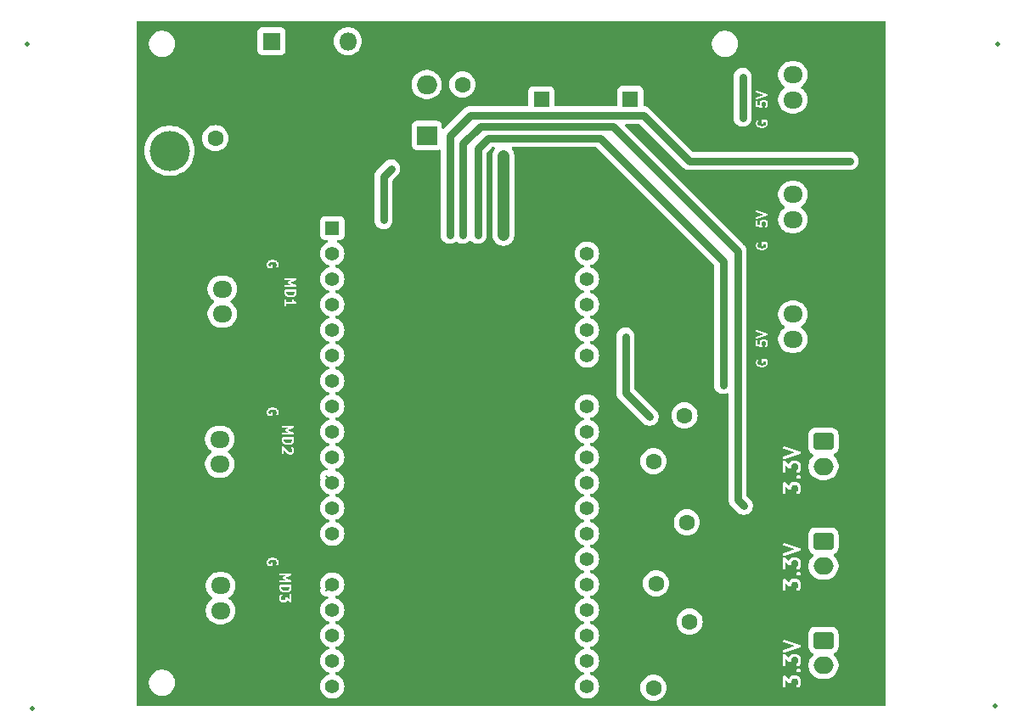
<source format=gbr>
%TF.GenerationSoftware,KiCad,Pcbnew,8.0.4*%
%TF.CreationDate,2024-08-29T20:02:28+09:00*%
%TF.ProjectId,esp_md3_servo3_sensor3,6573705f-6d64-4335-9f73-6572766f335f,rev?*%
%TF.SameCoordinates,Original*%
%TF.FileFunction,Copper,L1,Top*%
%TF.FilePolarity,Positive*%
%FSLAX46Y46*%
G04 Gerber Fmt 4.6, Leading zero omitted, Abs format (unit mm)*
G04 Created by KiCad (PCBNEW 8.0.4) date 2024-08-29 20:02:28*
%MOMM*%
%LPD*%
G01*
G04 APERTURE LIST*
G04 Aperture macros list*
%AMRoundRect*
0 Rectangle with rounded corners*
0 $1 Rounding radius*
0 $2 $3 $4 $5 $6 $7 $8 $9 X,Y pos of 4 corners*
0 Add a 4 corners polygon primitive as box body*
4,1,4,$2,$3,$4,$5,$6,$7,$8,$9,$2,$3,0*
0 Add four circle primitives for the rounded corners*
1,1,$1+$1,$2,$3*
1,1,$1+$1,$4,$5*
1,1,$1+$1,$6,$7*
1,1,$1+$1,$8,$9*
0 Add four rect primitives between the rounded corners*
20,1,$1+$1,$2,$3,$4,$5,0*
20,1,$1+$1,$4,$5,$6,$7,0*
20,1,$1+$1,$6,$7,$8,$9,0*
20,1,$1+$1,$8,$9,$2,$3,0*%
G04 Aperture macros list end*
%ADD10C,0.200000*%
%ADD11C,0.300000*%
%TA.AperFunction,ComponentPad*%
%ADD12C,1.600000*%
%TD*%
%TA.AperFunction,ComponentPad*%
%ADD13O,1.600000X1.600000*%
%TD*%
%TA.AperFunction,ComponentPad*%
%ADD14RoundRect,0.250000X-0.725000X0.600000X-0.725000X-0.600000X0.725000X-0.600000X0.725000X0.600000X0*%
%TD*%
%TA.AperFunction,ComponentPad*%
%ADD15O,1.950000X1.700000*%
%TD*%
%TA.AperFunction,ComponentPad*%
%ADD16R,1.800000X1.800000*%
%TD*%
%TA.AperFunction,ComponentPad*%
%ADD17O,1.800000X1.800000*%
%TD*%
%TA.AperFunction,SMDPad,CuDef*%
%ADD18C,0.500000*%
%TD*%
%TA.AperFunction,ComponentPad*%
%ADD19RoundRect,0.250000X0.725000X-0.600000X0.725000X0.600000X-0.725000X0.600000X-0.725000X-0.600000X0*%
%TD*%
%TA.AperFunction,ComponentPad*%
%ADD20RoundRect,0.250000X-0.750000X0.600000X-0.750000X-0.600000X0.750000X-0.600000X0.750000X0.600000X0*%
%TD*%
%TA.AperFunction,ComponentPad*%
%ADD21O,2.000000X1.700000*%
%TD*%
%TA.AperFunction,ComponentPad*%
%ADD22R,1.600000X1.600000*%
%TD*%
%TA.AperFunction,ComponentPad*%
%ADD23R,2.000000X1.905000*%
%TD*%
%TA.AperFunction,ComponentPad*%
%ADD24O,2.000000X1.905000*%
%TD*%
%TA.AperFunction,ComponentPad*%
%ADD25R,3.800000X3.800000*%
%TD*%
%TA.AperFunction,ComponentPad*%
%ADD26C,4.000000*%
%TD*%
%TA.AperFunction,ComponentPad*%
%ADD27R,1.408000X1.408000*%
%TD*%
%TA.AperFunction,ComponentPad*%
%ADD28C,1.408000*%
%TD*%
%TA.AperFunction,ViaPad*%
%ADD29C,0.600000*%
%TD*%
%TA.AperFunction,Conductor*%
%ADD30C,0.800000*%
%TD*%
%TA.AperFunction,Conductor*%
%ADD31C,0.200000*%
%TD*%
%TA.AperFunction,Conductor*%
%ADD32C,1.200000*%
%TD*%
G04 APERTURE END LIST*
D10*
G36*
X154251891Y-113928212D02*
G01*
X152829669Y-113928212D01*
X152829669Y-113431387D01*
X152940780Y-113431387D01*
X152940780Y-113526625D01*
X152941752Y-113536498D01*
X152941565Y-113539133D01*
X152942352Y-113542596D01*
X152942701Y-113546134D01*
X152943712Y-113548575D01*
X152945912Y-113558248D01*
X152993532Y-113701106D01*
X153001524Y-113719006D01*
X153003878Y-113721720D01*
X153005253Y-113725039D01*
X153017689Y-113740193D01*
X153065308Y-113787811D01*
X153080461Y-113800248D01*
X153091019Y-113804621D01*
X153116510Y-113815180D01*
X153136019Y-113817101D01*
X153469352Y-113817101D01*
X153488861Y-113815180D01*
X153524909Y-113800248D01*
X153552499Y-113772658D01*
X153567431Y-113736610D01*
X153569352Y-113717101D01*
X153569352Y-113526625D01*
X153567431Y-113507116D01*
X153552499Y-113471068D01*
X153524909Y-113443478D01*
X153488861Y-113428546D01*
X153449843Y-113428546D01*
X153413795Y-113443478D01*
X153386205Y-113471068D01*
X153371273Y-113507116D01*
X153369352Y-113526625D01*
X153369352Y-113617101D01*
X153177441Y-113617101D01*
X153175802Y-113615462D01*
X153140780Y-113510397D01*
X153140780Y-113447614D01*
X153175802Y-113342549D01*
X153242875Y-113275477D01*
X153313780Y-113240024D01*
X153481661Y-113198054D01*
X153599899Y-113198054D01*
X153767780Y-113240024D01*
X153838686Y-113275477D01*
X153905758Y-113342549D01*
X153940780Y-113447613D01*
X153940780Y-113550637D01*
X153903718Y-113624761D01*
X153896712Y-113643069D01*
X153893946Y-113681989D01*
X153906285Y-113719005D01*
X153931849Y-113748482D01*
X153966748Y-113765931D01*
X154005668Y-113768697D01*
X154042684Y-113756358D01*
X154072161Y-113730794D01*
X154082604Y-113714203D01*
X154130223Y-113618966D01*
X154137229Y-113600657D01*
X154137483Y-113597073D01*
X154138859Y-113593753D01*
X154140780Y-113574244D01*
X154140780Y-113431387D01*
X154139807Y-113421513D01*
X154139995Y-113418879D01*
X154139207Y-113415415D01*
X154138859Y-113411878D01*
X154137847Y-113409436D01*
X154135648Y-113399764D01*
X154088029Y-113256907D01*
X154080038Y-113239007D01*
X154077682Y-113236291D01*
X154076308Y-113232973D01*
X154063872Y-113217819D01*
X153968634Y-113122581D01*
X153960963Y-113116286D01*
X153959234Y-113114292D01*
X153956226Y-113112398D01*
X153953480Y-113110145D01*
X153951040Y-113109134D01*
X153942644Y-113103849D01*
X153847406Y-113056230D01*
X153845979Y-113055684D01*
X153845399Y-113055254D01*
X153837222Y-113052332D01*
X153829098Y-113049224D01*
X153828375Y-113049172D01*
X153826938Y-113048659D01*
X153636463Y-113001040D01*
X153633081Y-113000539D01*
X153631718Y-112999975D01*
X153624367Y-112999251D01*
X153617070Y-112998172D01*
X153615611Y-112998389D01*
X153612209Y-112998054D01*
X153469352Y-112998054D01*
X153465949Y-112998389D01*
X153464491Y-112998172D01*
X153457193Y-112999251D01*
X153449843Y-112999975D01*
X153448479Y-113000539D01*
X153445098Y-113001040D01*
X153254622Y-113048659D01*
X153253183Y-113049172D01*
X153252463Y-113049224D01*
X153244338Y-113052332D01*
X153236162Y-113055254D01*
X153235582Y-113055683D01*
X153234154Y-113056230D01*
X153138917Y-113103849D01*
X153130518Y-113109135D01*
X153128081Y-113110145D01*
X153125337Y-113112396D01*
X153122326Y-113114292D01*
X153120593Y-113116289D01*
X153112927Y-113122581D01*
X153017689Y-113217819D01*
X153005253Y-113232973D01*
X153003878Y-113236291D01*
X153001524Y-113239006D01*
X152993532Y-113256906D01*
X152945912Y-113399764D01*
X152943712Y-113409436D01*
X152942701Y-113411878D01*
X152942352Y-113415415D01*
X152941565Y-113418879D01*
X152941752Y-113421513D01*
X152940780Y-113431387D01*
X152829669Y-113431387D01*
X152829669Y-112886943D01*
X154251891Y-112886943D01*
X154251891Y-113928212D01*
G37*
G36*
X203024330Y-97425056D02*
G01*
X201602108Y-97425056D01*
X201602108Y-96737755D01*
X201713219Y-96737755D01*
X201713219Y-96880612D01*
X201714191Y-96890485D01*
X201714004Y-96893119D01*
X201714791Y-96896582D01*
X201715140Y-96900121D01*
X201716151Y-96902563D01*
X201718351Y-96912235D01*
X201765970Y-97055091D01*
X201773961Y-97072992D01*
X201776316Y-97075707D01*
X201777691Y-97079026D01*
X201790127Y-97094180D01*
X201885365Y-97189418D01*
X201893031Y-97195709D01*
X201894764Y-97197707D01*
X201897775Y-97199602D01*
X201900519Y-97201854D01*
X201902956Y-97202863D01*
X201911355Y-97208150D01*
X202006592Y-97255769D01*
X202008020Y-97256315D01*
X202008600Y-97256745D01*
X202016776Y-97259666D01*
X202024901Y-97262775D01*
X202025621Y-97262826D01*
X202027060Y-97263340D01*
X202217536Y-97310959D01*
X202220917Y-97311459D01*
X202222281Y-97312024D01*
X202229631Y-97312747D01*
X202236929Y-97313827D01*
X202238387Y-97313609D01*
X202241790Y-97313945D01*
X202384647Y-97313945D01*
X202388049Y-97313609D01*
X202389508Y-97313827D01*
X202396805Y-97312747D01*
X202404156Y-97312024D01*
X202405519Y-97311459D01*
X202408901Y-97310959D01*
X202599376Y-97263340D01*
X202600813Y-97262826D01*
X202601536Y-97262775D01*
X202609660Y-97259666D01*
X202617837Y-97256745D01*
X202618417Y-97256314D01*
X202619844Y-97255769D01*
X202715082Y-97208150D01*
X202723474Y-97202867D01*
X202725918Y-97201855D01*
X202728667Y-97199598D01*
X202731672Y-97197707D01*
X202733401Y-97195712D01*
X202741071Y-97189418D01*
X202836311Y-97094180D01*
X202848747Y-97079027D01*
X202850122Y-97075707D01*
X202852477Y-97072992D01*
X202860468Y-97055092D01*
X202908087Y-96912235D01*
X202910286Y-96902562D01*
X202911298Y-96900121D01*
X202911646Y-96896583D01*
X202912434Y-96893120D01*
X202912246Y-96890485D01*
X202913219Y-96880612D01*
X202913219Y-96785374D01*
X202912246Y-96775500D01*
X202912434Y-96772866D01*
X202911646Y-96769402D01*
X202911298Y-96765865D01*
X202910286Y-96763423D01*
X202908087Y-96753751D01*
X202860468Y-96610894D01*
X202852477Y-96592994D01*
X202850122Y-96590278D01*
X202848747Y-96586959D01*
X202836310Y-96571805D01*
X202788690Y-96524187D01*
X202773537Y-96511750D01*
X202748046Y-96501192D01*
X202737489Y-96496819D01*
X202717980Y-96494898D01*
X202384647Y-96494898D01*
X202365138Y-96496819D01*
X202329090Y-96511751D01*
X202301500Y-96539341D01*
X202286568Y-96575389D01*
X202284647Y-96594898D01*
X202284647Y-96785374D01*
X202286568Y-96804883D01*
X202301500Y-96840931D01*
X202329090Y-96868521D01*
X202365138Y-96883453D01*
X202404156Y-96883453D01*
X202440204Y-96868521D01*
X202467794Y-96840931D01*
X202482726Y-96804883D01*
X202484647Y-96785374D01*
X202484647Y-96694898D01*
X202676560Y-96694898D01*
X202678197Y-96696535D01*
X202713219Y-96801600D01*
X202713219Y-96864385D01*
X202678197Y-96969450D01*
X202611127Y-97036520D01*
X202540218Y-97071974D01*
X202372337Y-97113945D01*
X202254099Y-97113945D01*
X202086218Y-97071974D01*
X202015313Y-97036522D01*
X201948240Y-96969449D01*
X201913219Y-96864385D01*
X201913219Y-96761362D01*
X201950281Y-96687239D01*
X201957287Y-96668930D01*
X201960053Y-96630010D01*
X201947714Y-96592994D01*
X201922149Y-96563517D01*
X201887251Y-96546068D01*
X201848331Y-96543303D01*
X201811315Y-96555641D01*
X201781838Y-96581206D01*
X201771395Y-96597796D01*
X201723776Y-96693034D01*
X201716770Y-96711342D01*
X201716515Y-96714925D01*
X201715140Y-96718246D01*
X201713219Y-96737755D01*
X201602108Y-96737755D01*
X201602108Y-96383787D01*
X203024330Y-96383787D01*
X203024330Y-97425056D01*
G37*
G36*
X203024330Y-95138589D02*
G01*
X201602108Y-95138589D01*
X201602108Y-94404136D01*
X201713219Y-94404136D01*
X201713219Y-94880326D01*
X201713929Y-94887542D01*
X201713686Y-94889979D01*
X201714403Y-94892357D01*
X201715140Y-94899835D01*
X201720736Y-94913344D01*
X201724957Y-94927334D01*
X201728144Y-94931230D01*
X201730072Y-94935883D01*
X201740408Y-94946219D01*
X201749664Y-94957532D01*
X201754101Y-94959912D01*
X201757662Y-94963473D01*
X201771167Y-94969067D01*
X201784048Y-94975977D01*
X201791412Y-94977453D01*
X201793710Y-94978405D01*
X201796160Y-94978405D01*
X201803269Y-94979830D01*
X202279459Y-95027449D01*
X202299062Y-95027478D01*
X202303884Y-95026023D01*
X202308918Y-95026023D01*
X202322422Y-95020429D01*
X202336417Y-95016207D01*
X202340313Y-95013019D01*
X202344966Y-95011092D01*
X202355302Y-95000755D01*
X202366615Y-94991500D01*
X202368995Y-94987062D01*
X202372556Y-94983502D01*
X202378148Y-94969999D01*
X202385060Y-94957116D01*
X202385561Y-94952103D01*
X202387487Y-94947454D01*
X202387487Y-94932843D01*
X202388942Y-94918292D01*
X202387487Y-94913469D01*
X202387487Y-94908436D01*
X202381893Y-94894930D01*
X202377671Y-94880937D01*
X202374483Y-94877041D01*
X202372556Y-94872387D01*
X202360119Y-94857234D01*
X202323976Y-94821090D01*
X202294171Y-94761480D01*
X202294171Y-94570600D01*
X202323976Y-94510990D01*
X202348644Y-94486321D01*
X202408254Y-94456517D01*
X202599135Y-94456517D01*
X202658746Y-94486323D01*
X202683414Y-94510990D01*
X202713219Y-94570600D01*
X202713219Y-94761481D01*
X202683414Y-94821090D01*
X202647270Y-94857234D01*
X202634833Y-94872387D01*
X202619902Y-94908435D01*
X202619901Y-94947453D01*
X202634832Y-94983502D01*
X202662422Y-95011092D01*
X202698470Y-95026023D01*
X202737488Y-95026024D01*
X202773537Y-95011093D01*
X202788690Y-94998656D01*
X202836310Y-94951038D01*
X202842603Y-94943369D01*
X202844600Y-94941638D01*
X202846493Y-94938629D01*
X202848747Y-94935884D01*
X202849757Y-94933443D01*
X202855043Y-94925047D01*
X202902662Y-94829810D01*
X202909668Y-94811501D01*
X202909922Y-94807917D01*
X202911298Y-94804597D01*
X202913219Y-94785088D01*
X202913219Y-94546993D01*
X202911298Y-94527484D01*
X202909922Y-94524163D01*
X202909668Y-94520580D01*
X202902662Y-94502271D01*
X202855043Y-94407034D01*
X202849757Y-94398637D01*
X202848747Y-94396197D01*
X202846493Y-94393451D01*
X202844600Y-94390443D01*
X202842603Y-94388711D01*
X202836310Y-94381043D01*
X202788690Y-94333425D01*
X202781020Y-94327130D01*
X202779291Y-94325136D01*
X202776286Y-94323244D01*
X202773537Y-94320988D01*
X202771093Y-94319976D01*
X202762701Y-94314693D01*
X202667463Y-94267074D01*
X202649155Y-94260068D01*
X202645571Y-94259813D01*
X202642251Y-94258438D01*
X202622742Y-94256517D01*
X202384647Y-94256517D01*
X202365138Y-94258438D01*
X202361817Y-94259813D01*
X202358234Y-94260068D01*
X202339925Y-94267074D01*
X202244688Y-94314693D01*
X202236291Y-94319978D01*
X202233851Y-94320989D01*
X202231105Y-94323242D01*
X202228097Y-94325136D01*
X202226364Y-94327133D01*
X202218698Y-94333426D01*
X202171079Y-94381044D01*
X202164784Y-94388714D01*
X202162790Y-94390444D01*
X202160896Y-94393451D01*
X202158643Y-94396198D01*
X202157632Y-94398637D01*
X202152347Y-94407034D01*
X202104728Y-94502272D01*
X202097722Y-94520580D01*
X202097467Y-94524163D01*
X202096092Y-94527484D01*
X202094171Y-94546993D01*
X202094171Y-94785088D01*
X202096092Y-94804597D01*
X202097467Y-94807917D01*
X202097491Y-94808254D01*
X201913219Y-94789827D01*
X201913219Y-94404136D01*
X201911298Y-94384627D01*
X201896366Y-94348579D01*
X201868776Y-94320989D01*
X201832728Y-94306057D01*
X201793710Y-94306057D01*
X201757662Y-94320989D01*
X201730072Y-94348579D01*
X201715140Y-94384627D01*
X201713219Y-94404136D01*
X201602108Y-94404136D01*
X201602108Y-93391629D01*
X201714004Y-93391629D01*
X201716770Y-93430549D01*
X201734220Y-93465448D01*
X201763696Y-93491013D01*
X201781596Y-93499004D01*
X202496991Y-93737469D01*
X201781596Y-93975934D01*
X201763696Y-93983925D01*
X201734220Y-94009490D01*
X201716770Y-94044389D01*
X201714004Y-94083309D01*
X201726342Y-94120325D01*
X201751907Y-94149801D01*
X201786806Y-94167251D01*
X201825726Y-94170017D01*
X201844842Y-94165670D01*
X202844841Y-93832337D01*
X202862742Y-93824346D01*
X202868143Y-93819661D01*
X202874530Y-93816468D01*
X202882742Y-93806999D01*
X202892218Y-93798781D01*
X202895413Y-93792389D01*
X202900095Y-93786992D01*
X202904061Y-93775094D01*
X202909667Y-93763882D01*
X202910173Y-93756757D01*
X202912434Y-93749976D01*
X202911544Y-93737469D01*
X202912434Y-93724962D01*
X202910173Y-93718180D01*
X202909667Y-93711056D01*
X202904061Y-93699843D01*
X202900095Y-93687946D01*
X202895413Y-93682548D01*
X202892218Y-93676157D01*
X202882742Y-93667938D01*
X202874530Y-93658470D01*
X202868143Y-93655276D01*
X202862742Y-93650592D01*
X202844841Y-93642601D01*
X201844842Y-93309268D01*
X201825726Y-93304921D01*
X201786806Y-93307687D01*
X201751907Y-93325137D01*
X201726342Y-93354613D01*
X201714004Y-93391629D01*
X201602108Y-93391629D01*
X201602108Y-93193810D01*
X203024330Y-93193810D01*
X203024330Y-95138589D01*
G37*
D11*
G36*
X206365495Y-131474131D02*
G01*
X204232161Y-131474131D01*
X204232161Y-130231774D01*
X204398828Y-130231774D01*
X204398828Y-131160346D01*
X204401710Y-131189610D01*
X204424108Y-131243682D01*
X204465492Y-131285066D01*
X204519564Y-131307464D01*
X204578092Y-131307464D01*
X204632164Y-131285066D01*
X204673548Y-131243682D01*
X204695946Y-131189610D01*
X204698828Y-131160346D01*
X204698828Y-130562339D01*
X205021481Y-130844660D01*
X205034130Y-130853703D01*
X205036921Y-130856494D01*
X205039565Y-130857589D01*
X205045402Y-130861762D01*
X205068481Y-130869567D01*
X205090993Y-130878892D01*
X205096055Y-130878892D01*
X205100845Y-130880512D01*
X205125145Y-130878892D01*
X205149521Y-130878892D01*
X205154196Y-130876955D01*
X205159241Y-130876619D01*
X205181076Y-130865820D01*
X205203593Y-130856494D01*
X205207169Y-130852917D01*
X205211704Y-130850675D01*
X205227747Y-130832339D01*
X205244977Y-130815110D01*
X205246913Y-130810435D01*
X205250245Y-130806628D01*
X205258048Y-130783552D01*
X205267375Y-130761038D01*
X205268078Y-130753896D01*
X205268995Y-130751186D01*
X205268732Y-130747251D01*
X205270257Y-130731774D01*
X205270257Y-130552898D01*
X205314962Y-130463486D01*
X205351968Y-130426480D01*
X205441381Y-130381774D01*
X205727704Y-130381774D01*
X205817117Y-130426481D01*
X205854121Y-130463485D01*
X205898828Y-130552898D01*
X205898828Y-130910650D01*
X205854121Y-131000063D01*
X205799905Y-131054280D01*
X205781250Y-131077011D01*
X205758853Y-131131083D01*
X205758853Y-131189609D01*
X205781250Y-131243681D01*
X205822636Y-131285067D01*
X205876708Y-131307464D01*
X205935234Y-131307464D01*
X205989306Y-131285067D01*
X206012037Y-131266412D01*
X206083466Y-131194983D01*
X206092907Y-131183478D01*
X206095899Y-131180884D01*
X206098737Y-131176374D01*
X206102121Y-131172252D01*
X206103637Y-131168590D01*
X206111564Y-131155999D01*
X206182992Y-131013141D01*
X206193502Y-130985678D01*
X206193883Y-130980302D01*
X206195946Y-130975324D01*
X206198828Y-130946060D01*
X206198828Y-130517489D01*
X206195946Y-130488225D01*
X206193883Y-130483246D01*
X206193502Y-130477871D01*
X206182992Y-130450408D01*
X206111564Y-130307550D01*
X206103637Y-130294958D01*
X206102121Y-130291297D01*
X206098737Y-130287174D01*
X206095899Y-130282665D01*
X206092907Y-130280070D01*
X206083466Y-130268566D01*
X206012037Y-130197137D01*
X206000535Y-130187697D01*
X205997939Y-130184704D01*
X205993425Y-130181863D01*
X205989306Y-130178482D01*
X205985646Y-130176966D01*
X205973053Y-130169039D01*
X205830196Y-130097610D01*
X205802733Y-130087101D01*
X205797358Y-130086719D01*
X205792378Y-130084656D01*
X205763114Y-130081774D01*
X205405971Y-130081774D01*
X205376707Y-130084656D01*
X205371726Y-130086719D01*
X205366352Y-130087101D01*
X205338888Y-130097610D01*
X205196032Y-130169039D01*
X205183438Y-130176966D01*
X205179779Y-130178482D01*
X205175659Y-130181863D01*
X205171146Y-130184704D01*
X205168549Y-130187698D01*
X205157048Y-130197137D01*
X205085619Y-130268566D01*
X205076179Y-130280067D01*
X205073186Y-130282664D01*
X205070345Y-130287177D01*
X205066964Y-130291297D01*
X205065448Y-130294956D01*
X205057521Y-130307550D01*
X204998385Y-130425821D01*
X204647604Y-130118887D01*
X204634953Y-130109843D01*
X204632164Y-130107054D01*
X204629518Y-130105957D01*
X204623682Y-130101786D01*
X204600600Y-130093979D01*
X204578092Y-130084656D01*
X204573033Y-130084656D01*
X204568240Y-130083035D01*
X204543931Y-130084656D01*
X204519564Y-130084656D01*
X204514888Y-130086592D01*
X204509844Y-130086929D01*
X204488008Y-130097727D01*
X204465492Y-130107054D01*
X204461915Y-130110630D01*
X204457381Y-130112873D01*
X204441337Y-130131208D01*
X204424108Y-130148438D01*
X204422171Y-130153112D01*
X204418840Y-130156920D01*
X204411033Y-130180001D01*
X204401710Y-130202510D01*
X204401007Y-130209647D01*
X204400089Y-130212362D01*
X204400351Y-130216301D01*
X204398828Y-130231774D01*
X204232161Y-130231774D01*
X204232161Y-129559654D01*
X205758853Y-129559654D01*
X205758853Y-129559655D01*
X205758853Y-129559656D01*
X205758853Y-129618182D01*
X205761079Y-129623555D01*
X205781250Y-129672253D01*
X205781251Y-129672254D01*
X205799906Y-129694985D01*
X205871335Y-129766413D01*
X205894064Y-129785066D01*
X205894065Y-129785067D01*
X205948137Y-129807464D01*
X205948138Y-129807464D01*
X206006663Y-129807464D01*
X206060735Y-129785067D01*
X206083466Y-129766412D01*
X206154894Y-129694984D01*
X206173549Y-129672254D01*
X206182825Y-129649856D01*
X206195946Y-129618182D01*
X206195946Y-129559654D01*
X206173549Y-129505584D01*
X206173549Y-129505583D01*
X206154895Y-129482853D01*
X206083467Y-129411424D01*
X206060736Y-129392769D01*
X206060735Y-129392768D01*
X206029061Y-129379648D01*
X206006664Y-129370371D01*
X206006663Y-129370371D01*
X205948137Y-129370371D01*
X205894065Y-129392768D01*
X205871334Y-129411423D01*
X205799905Y-129482852D01*
X205781250Y-129505583D01*
X205781250Y-129505584D01*
X205758853Y-129559654D01*
X204232161Y-129559654D01*
X204232161Y-128088917D01*
X204398828Y-128088917D01*
X204398828Y-129017489D01*
X204401710Y-129046753D01*
X204424108Y-129100825D01*
X204465492Y-129142209D01*
X204519564Y-129164607D01*
X204578092Y-129164607D01*
X204632164Y-129142209D01*
X204673548Y-129100825D01*
X204695946Y-129046753D01*
X204698828Y-129017489D01*
X204698828Y-128419482D01*
X205021481Y-128701803D01*
X205034130Y-128710846D01*
X205036921Y-128713637D01*
X205039565Y-128714732D01*
X205045402Y-128718905D01*
X205068481Y-128726710D01*
X205090993Y-128736035D01*
X205096055Y-128736035D01*
X205100845Y-128737655D01*
X205125145Y-128736035D01*
X205149521Y-128736035D01*
X205154196Y-128734098D01*
X205159241Y-128733762D01*
X205181076Y-128722963D01*
X205203593Y-128713637D01*
X205207169Y-128710060D01*
X205211704Y-128707818D01*
X205227747Y-128689482D01*
X205244977Y-128672253D01*
X205246913Y-128667578D01*
X205250245Y-128663771D01*
X205258048Y-128640695D01*
X205267375Y-128618181D01*
X205268078Y-128611039D01*
X205268995Y-128608329D01*
X205268732Y-128604394D01*
X205270257Y-128588917D01*
X205270257Y-128410041D01*
X205314962Y-128320629D01*
X205351968Y-128283623D01*
X205441381Y-128238917D01*
X205727704Y-128238917D01*
X205817117Y-128283624D01*
X205854121Y-128320628D01*
X205898828Y-128410041D01*
X205898828Y-128767793D01*
X205854121Y-128857206D01*
X205799905Y-128911423D01*
X205781250Y-128934154D01*
X205758853Y-128988226D01*
X205758853Y-129046752D01*
X205781250Y-129100824D01*
X205822636Y-129142210D01*
X205876708Y-129164607D01*
X205935234Y-129164607D01*
X205989306Y-129142210D01*
X206012037Y-129123555D01*
X206083466Y-129052126D01*
X206092907Y-129040621D01*
X206095899Y-129038027D01*
X206098737Y-129033517D01*
X206102121Y-129029395D01*
X206103637Y-129025733D01*
X206111564Y-129013142D01*
X206182992Y-128870284D01*
X206193502Y-128842821D01*
X206193883Y-128837445D01*
X206195946Y-128832467D01*
X206198828Y-128803203D01*
X206198828Y-128374632D01*
X206195946Y-128345368D01*
X206193883Y-128340389D01*
X206193502Y-128335014D01*
X206182992Y-128307551D01*
X206111564Y-128164693D01*
X206103637Y-128152101D01*
X206102121Y-128148440D01*
X206098737Y-128144317D01*
X206095899Y-128139808D01*
X206092907Y-128137213D01*
X206083466Y-128125709D01*
X206012037Y-128054280D01*
X206000535Y-128044840D01*
X205997939Y-128041847D01*
X205993425Y-128039006D01*
X205989306Y-128035625D01*
X205985646Y-128034109D01*
X205973053Y-128026182D01*
X205830196Y-127954753D01*
X205802733Y-127944244D01*
X205797358Y-127943862D01*
X205792378Y-127941799D01*
X205763114Y-127938917D01*
X205405971Y-127938917D01*
X205376707Y-127941799D01*
X205371726Y-127943862D01*
X205366352Y-127944244D01*
X205338888Y-127954753D01*
X205196032Y-128026182D01*
X205183438Y-128034109D01*
X205179779Y-128035625D01*
X205175659Y-128039006D01*
X205171146Y-128041847D01*
X205168549Y-128044841D01*
X205157048Y-128054280D01*
X205085619Y-128125709D01*
X205076179Y-128137210D01*
X205073186Y-128139807D01*
X205070345Y-128144320D01*
X205066964Y-128148440D01*
X205065448Y-128152099D01*
X205057521Y-128164693D01*
X204998385Y-128282964D01*
X204647604Y-127976030D01*
X204634953Y-127966986D01*
X204632164Y-127964197D01*
X204629518Y-127963100D01*
X204623682Y-127958929D01*
X204600600Y-127951122D01*
X204578092Y-127941799D01*
X204573033Y-127941799D01*
X204568240Y-127940178D01*
X204543931Y-127941799D01*
X204519564Y-127941799D01*
X204514888Y-127943735D01*
X204509844Y-127944072D01*
X204488008Y-127954870D01*
X204465492Y-127964197D01*
X204461915Y-127967773D01*
X204457381Y-127970016D01*
X204441337Y-127988351D01*
X204424108Y-128005581D01*
X204422171Y-128010255D01*
X204418840Y-128014063D01*
X204411033Y-128037144D01*
X204401710Y-128059653D01*
X204401007Y-128066790D01*
X204400089Y-128069505D01*
X204400351Y-128073444D01*
X204398828Y-128088917D01*
X204232161Y-128088917D01*
X204232161Y-126641585D01*
X204400006Y-126641585D01*
X204404155Y-126699966D01*
X204430329Y-126752313D01*
X204474543Y-126790660D01*
X204501394Y-126802648D01*
X205574485Y-127160346D01*
X204501394Y-127518044D01*
X204474543Y-127530032D01*
X204430329Y-127568379D01*
X204404155Y-127620726D01*
X204400006Y-127679107D01*
X204418514Y-127734631D01*
X204456861Y-127778845D01*
X204509208Y-127805019D01*
X204567589Y-127809168D01*
X204596262Y-127802648D01*
X206096262Y-127302648D01*
X206123113Y-127290660D01*
X206131210Y-127283637D01*
X206140795Y-127278845D01*
X206153116Y-127264638D01*
X206167328Y-127252313D01*
X206172121Y-127242725D01*
X206179142Y-127234631D01*
X206185090Y-127216786D01*
X206193501Y-127199965D01*
X206194260Y-127189277D01*
X206197651Y-127179107D01*
X206196317Y-127160346D01*
X206197651Y-127141585D01*
X206194260Y-127131414D01*
X206193501Y-127120727D01*
X206185090Y-127103905D01*
X206179142Y-127086061D01*
X206172121Y-127077966D01*
X206167328Y-127068379D01*
X206153116Y-127056053D01*
X206140795Y-127041847D01*
X206131210Y-127037054D01*
X206123113Y-127030032D01*
X206096262Y-127018044D01*
X204596262Y-126518044D01*
X204567589Y-126511524D01*
X204509208Y-126515673D01*
X204456861Y-126541847D01*
X204418514Y-126586061D01*
X204400006Y-126641585D01*
X204232161Y-126641585D01*
X204232161Y-126344857D01*
X206365495Y-126344857D01*
X206365495Y-131474131D01*
G37*
D10*
G36*
X154251891Y-99196212D02*
G01*
X152829669Y-99196212D01*
X152829669Y-98699387D01*
X152940780Y-98699387D01*
X152940780Y-98794625D01*
X152941752Y-98804498D01*
X152941565Y-98807133D01*
X152942352Y-98810596D01*
X152942701Y-98814134D01*
X152943712Y-98816575D01*
X152945912Y-98826248D01*
X152993532Y-98969106D01*
X153001524Y-98987006D01*
X153003878Y-98989720D01*
X153005253Y-98993039D01*
X153017689Y-99008193D01*
X153065308Y-99055811D01*
X153080461Y-99068248D01*
X153091019Y-99072621D01*
X153116510Y-99083180D01*
X153136019Y-99085101D01*
X153469352Y-99085101D01*
X153488861Y-99083180D01*
X153524909Y-99068248D01*
X153552499Y-99040658D01*
X153567431Y-99004610D01*
X153569352Y-98985101D01*
X153569352Y-98794625D01*
X153567431Y-98775116D01*
X153552499Y-98739068D01*
X153524909Y-98711478D01*
X153488861Y-98696546D01*
X153449843Y-98696546D01*
X153413795Y-98711478D01*
X153386205Y-98739068D01*
X153371273Y-98775116D01*
X153369352Y-98794625D01*
X153369352Y-98885101D01*
X153177441Y-98885101D01*
X153175802Y-98883462D01*
X153140780Y-98778397D01*
X153140780Y-98715614D01*
X153175802Y-98610549D01*
X153242875Y-98543477D01*
X153313780Y-98508024D01*
X153481661Y-98466054D01*
X153599899Y-98466054D01*
X153767780Y-98508024D01*
X153838686Y-98543477D01*
X153905758Y-98610549D01*
X153940780Y-98715613D01*
X153940780Y-98818637D01*
X153903718Y-98892761D01*
X153896712Y-98911069D01*
X153893946Y-98949989D01*
X153906285Y-98987005D01*
X153931849Y-99016482D01*
X153966748Y-99033931D01*
X154005668Y-99036697D01*
X154042684Y-99024358D01*
X154072161Y-98998794D01*
X154082604Y-98982203D01*
X154130223Y-98886966D01*
X154137229Y-98868657D01*
X154137483Y-98865073D01*
X154138859Y-98861753D01*
X154140780Y-98842244D01*
X154140780Y-98699387D01*
X154139807Y-98689513D01*
X154139995Y-98686879D01*
X154139207Y-98683415D01*
X154138859Y-98679878D01*
X154137847Y-98677436D01*
X154135648Y-98667764D01*
X154088029Y-98524907D01*
X154080038Y-98507007D01*
X154077682Y-98504291D01*
X154076308Y-98500973D01*
X154063872Y-98485819D01*
X153968634Y-98390581D01*
X153960963Y-98384286D01*
X153959234Y-98382292D01*
X153956226Y-98380398D01*
X153953480Y-98378145D01*
X153951040Y-98377134D01*
X153942644Y-98371849D01*
X153847406Y-98324230D01*
X153845979Y-98323684D01*
X153845399Y-98323254D01*
X153837222Y-98320332D01*
X153829098Y-98317224D01*
X153828375Y-98317172D01*
X153826938Y-98316659D01*
X153636463Y-98269040D01*
X153633081Y-98268539D01*
X153631718Y-98267975D01*
X153624367Y-98267251D01*
X153617070Y-98266172D01*
X153615611Y-98266389D01*
X153612209Y-98266054D01*
X153469352Y-98266054D01*
X153465949Y-98266389D01*
X153464491Y-98266172D01*
X153457193Y-98267251D01*
X153449843Y-98267975D01*
X153448479Y-98268539D01*
X153445098Y-98269040D01*
X153254622Y-98316659D01*
X153253183Y-98317172D01*
X153252463Y-98317224D01*
X153244338Y-98320332D01*
X153236162Y-98323254D01*
X153235582Y-98323683D01*
X153234154Y-98324230D01*
X153138917Y-98371849D01*
X153130518Y-98377135D01*
X153128081Y-98378145D01*
X153125337Y-98380396D01*
X153122326Y-98382292D01*
X153120593Y-98384289D01*
X153112927Y-98390581D01*
X153017689Y-98485819D01*
X153005253Y-98500973D01*
X153003878Y-98504291D01*
X153001524Y-98507006D01*
X152993532Y-98524906D01*
X152945912Y-98667764D01*
X152943712Y-98677436D01*
X152942701Y-98679878D01*
X152942352Y-98683415D01*
X152941565Y-98686879D01*
X152941752Y-98689513D01*
X152940780Y-98699387D01*
X152829669Y-98699387D01*
X152829669Y-98154943D01*
X154251891Y-98154943D01*
X154251891Y-99196212D01*
G37*
G36*
X155464780Y-116288398D02*
G01*
X155429758Y-116393462D01*
X155362686Y-116460534D01*
X155291780Y-116495987D01*
X155123899Y-116537958D01*
X155005661Y-116537958D01*
X154837780Y-116495987D01*
X154766875Y-116460535D01*
X154699802Y-116393462D01*
X154664780Y-116288397D01*
X154664780Y-116166530D01*
X155464780Y-116166530D01*
X155464780Y-116288398D01*
G37*
G36*
X155775891Y-117801450D02*
G01*
X154353669Y-117801450D01*
X154353669Y-116971292D01*
X154464780Y-116971292D01*
X154464780Y-117590339D01*
X154466701Y-117609848D01*
X154481633Y-117645896D01*
X154509223Y-117673486D01*
X154545271Y-117688418D01*
X154584289Y-117688418D01*
X154620337Y-117673486D01*
X154647927Y-117645896D01*
X154662859Y-117609848D01*
X154664780Y-117590339D01*
X154664780Y-117212713D01*
X155065498Y-117613431D01*
X155080652Y-117625867D01*
X155083970Y-117627241D01*
X155086686Y-117629597D01*
X155104586Y-117637588D01*
X155247443Y-117685207D01*
X155257115Y-117687406D01*
X155259557Y-117688418D01*
X155263094Y-117688766D01*
X155266558Y-117689554D01*
X155269192Y-117689366D01*
X155279066Y-117690339D01*
X155374304Y-117690339D01*
X155393813Y-117688418D01*
X155397133Y-117687042D01*
X155400717Y-117686788D01*
X155419025Y-117679782D01*
X155514263Y-117632163D01*
X155522659Y-117626877D01*
X155525099Y-117625867D01*
X155527845Y-117623613D01*
X155530853Y-117621720D01*
X155532582Y-117619725D01*
X155540253Y-117613431D01*
X155587871Y-117565812D01*
X155594163Y-117558145D01*
X155596161Y-117556413D01*
X155598054Y-117553404D01*
X155600308Y-117550659D01*
X155601318Y-117548218D01*
X155606604Y-117539822D01*
X155654223Y-117444585D01*
X155661229Y-117426276D01*
X155661483Y-117422692D01*
X155662859Y-117419372D01*
X155664780Y-117399863D01*
X155664780Y-117161768D01*
X155662859Y-117142259D01*
X155661483Y-117138938D01*
X155661229Y-117135355D01*
X155654223Y-117117046D01*
X155606604Y-117021809D01*
X155601318Y-117013412D01*
X155600308Y-117010972D01*
X155598054Y-117008226D01*
X155596161Y-117005218D01*
X155594163Y-117003485D01*
X155587871Y-116995819D01*
X155540253Y-116948200D01*
X155525099Y-116935764D01*
X155489051Y-116920832D01*
X155450033Y-116920832D01*
X155413985Y-116935764D01*
X155386395Y-116963354D01*
X155371463Y-116999402D01*
X155371463Y-117038420D01*
X155386395Y-117074468D01*
X155398831Y-117089622D01*
X155434975Y-117125765D01*
X155464780Y-117185375D01*
X155464780Y-117376256D01*
X155434975Y-117435865D01*
X155410306Y-117460533D01*
X155350697Y-117490339D01*
X155295292Y-117490339D01*
X155190228Y-117455317D01*
X154635491Y-116900581D01*
X154620337Y-116888145D01*
X154584289Y-116873213D01*
X154545271Y-116873213D01*
X154509223Y-116888145D01*
X154481633Y-116915735D01*
X154466701Y-116951783D01*
X154464780Y-116971292D01*
X154353669Y-116971292D01*
X154353669Y-116066530D01*
X154464780Y-116066530D01*
X154464780Y-116304625D01*
X154465752Y-116314498D01*
X154465565Y-116317133D01*
X154466352Y-116320596D01*
X154466701Y-116324134D01*
X154467712Y-116326575D01*
X154469912Y-116336248D01*
X154517532Y-116479106D01*
X154525524Y-116497006D01*
X154527878Y-116499720D01*
X154529253Y-116503039D01*
X154541689Y-116518193D01*
X154636927Y-116613431D01*
X154644593Y-116619722D01*
X154646326Y-116621720D01*
X154649337Y-116623615D01*
X154652081Y-116625867D01*
X154654518Y-116626876D01*
X154662917Y-116632163D01*
X154758154Y-116679782D01*
X154759582Y-116680328D01*
X154760162Y-116680758D01*
X154768338Y-116683679D01*
X154776463Y-116686788D01*
X154777183Y-116686839D01*
X154778622Y-116687353D01*
X154969098Y-116734972D01*
X154972479Y-116735472D01*
X154973843Y-116736037D01*
X154981193Y-116736760D01*
X154988491Y-116737840D01*
X154989949Y-116737622D01*
X154993352Y-116737958D01*
X155136209Y-116737958D01*
X155139611Y-116737622D01*
X155141070Y-116737840D01*
X155148367Y-116736760D01*
X155155718Y-116736037D01*
X155157081Y-116735472D01*
X155160463Y-116734972D01*
X155350938Y-116687353D01*
X155352375Y-116686839D01*
X155353098Y-116686788D01*
X155361222Y-116683679D01*
X155369399Y-116680758D01*
X155369979Y-116680327D01*
X155371406Y-116679782D01*
X155466644Y-116632163D01*
X155475040Y-116626877D01*
X155477480Y-116625867D01*
X155480226Y-116623613D01*
X155483234Y-116621720D01*
X155484963Y-116619725D01*
X155492634Y-116613431D01*
X155587872Y-116518193D01*
X155600308Y-116503039D01*
X155601682Y-116499720D01*
X155604038Y-116497005D01*
X155612029Y-116479105D01*
X155659648Y-116336248D01*
X155661847Y-116326575D01*
X155662859Y-116324134D01*
X155663207Y-116320596D01*
X155663995Y-116317133D01*
X155663807Y-116314498D01*
X155664780Y-116304625D01*
X155664780Y-116066530D01*
X155662859Y-116047021D01*
X155647927Y-116010973D01*
X155620337Y-115983383D01*
X155584289Y-115968451D01*
X155564780Y-115966530D01*
X154564780Y-115966530D01*
X154545271Y-115968451D01*
X154509223Y-115983383D01*
X154481633Y-116010973D01*
X154466701Y-116047021D01*
X154464780Y-116066530D01*
X154353669Y-116066530D01*
X154353669Y-114904164D01*
X154466701Y-114904164D01*
X154466701Y-114943182D01*
X154481633Y-114979230D01*
X154509223Y-115006820D01*
X154545271Y-115021752D01*
X154564780Y-115023673D01*
X155114024Y-115023673D01*
X154808206Y-115166388D01*
X154801060Y-115170620D01*
X154798643Y-115171500D01*
X154796933Y-115173065D01*
X154791340Y-115176379D01*
X154781076Y-115187587D01*
X154769868Y-115197851D01*
X154767988Y-115201878D01*
X154764989Y-115205154D01*
X154759797Y-115219430D01*
X154753367Y-115233209D01*
X154753171Y-115237649D01*
X154751654Y-115241823D01*
X154752321Y-115257006D01*
X154751654Y-115272189D01*
X154753171Y-115276362D01*
X154753367Y-115280803D01*
X154759797Y-115294581D01*
X154764989Y-115308858D01*
X154767988Y-115312133D01*
X154769868Y-115316161D01*
X154781076Y-115326424D01*
X154791340Y-115337633D01*
X154796933Y-115340946D01*
X154798643Y-115342512D01*
X154801060Y-115343391D01*
X154808206Y-115347624D01*
X155114024Y-115490339D01*
X154564780Y-115490339D01*
X154545271Y-115492260D01*
X154509223Y-115507192D01*
X154481633Y-115534782D01*
X154466701Y-115570830D01*
X154466701Y-115609848D01*
X154481633Y-115645896D01*
X154509223Y-115673486D01*
X154545271Y-115688418D01*
X154564780Y-115690339D01*
X155564780Y-115690339D01*
X155577603Y-115689076D01*
X155579963Y-115689180D01*
X155581230Y-115688719D01*
X155584289Y-115688418D01*
X155600319Y-115681777D01*
X155616632Y-115675846D01*
X155618277Y-115674339D01*
X155620337Y-115673486D01*
X155632598Y-115661224D01*
X155645408Y-115649494D01*
X155646352Y-115647470D01*
X155647927Y-115645896D01*
X155654561Y-115629880D01*
X155661908Y-115614137D01*
X155662005Y-115611907D01*
X155662859Y-115609848D01*
X155662859Y-115592496D01*
X155663621Y-115575156D01*
X155662859Y-115573060D01*
X155662859Y-115570830D01*
X155656218Y-115554799D01*
X155650287Y-115538487D01*
X155648780Y-115536841D01*
X155647927Y-115534782D01*
X155635659Y-115522514D01*
X155623935Y-115509712D01*
X155621290Y-115508145D01*
X155620337Y-115507192D01*
X155618155Y-115506288D01*
X155607069Y-115499721D01*
X155086965Y-115257006D01*
X155607069Y-115014291D01*
X155618155Y-115007723D01*
X155620337Y-115006820D01*
X155621290Y-115005866D01*
X155623935Y-115004300D01*
X155635659Y-114991497D01*
X155647927Y-114979230D01*
X155648780Y-114977170D01*
X155650287Y-114975525D01*
X155656218Y-114959212D01*
X155662859Y-114943182D01*
X155662859Y-114940951D01*
X155663621Y-114938856D01*
X155662859Y-114921515D01*
X155662859Y-114904164D01*
X155662005Y-114902104D01*
X155661908Y-114899875D01*
X155654561Y-114884131D01*
X155647927Y-114868116D01*
X155646352Y-114866541D01*
X155645408Y-114864518D01*
X155632598Y-114852787D01*
X155620337Y-114840526D01*
X155618277Y-114839672D01*
X155616632Y-114838166D01*
X155600319Y-114832234D01*
X155584289Y-114825594D01*
X155581230Y-114825292D01*
X155579963Y-114824832D01*
X155577603Y-114824935D01*
X155564780Y-114823673D01*
X154564780Y-114823673D01*
X154545271Y-114825594D01*
X154509223Y-114840526D01*
X154481633Y-114868116D01*
X154466701Y-114904164D01*
X154353669Y-114904164D01*
X154353669Y-114712562D01*
X155775891Y-114712562D01*
X155775891Y-117801450D01*
G37*
G36*
X203024330Y-83200589D02*
G01*
X201602108Y-83200589D01*
X201602108Y-82466136D01*
X201713219Y-82466136D01*
X201713219Y-82942326D01*
X201713929Y-82949542D01*
X201713686Y-82951979D01*
X201714403Y-82954357D01*
X201715140Y-82961835D01*
X201720736Y-82975344D01*
X201724957Y-82989334D01*
X201728144Y-82993230D01*
X201730072Y-82997883D01*
X201740408Y-83008219D01*
X201749664Y-83019532D01*
X201754101Y-83021912D01*
X201757662Y-83025473D01*
X201771167Y-83031067D01*
X201784048Y-83037977D01*
X201791412Y-83039453D01*
X201793710Y-83040405D01*
X201796160Y-83040405D01*
X201803269Y-83041830D01*
X202279459Y-83089449D01*
X202299062Y-83089478D01*
X202303884Y-83088023D01*
X202308918Y-83088023D01*
X202322422Y-83082429D01*
X202336417Y-83078207D01*
X202340313Y-83075019D01*
X202344966Y-83073092D01*
X202355302Y-83062755D01*
X202366615Y-83053500D01*
X202368995Y-83049062D01*
X202372556Y-83045502D01*
X202378148Y-83031999D01*
X202385060Y-83019116D01*
X202385561Y-83014103D01*
X202387487Y-83009454D01*
X202387487Y-82994843D01*
X202388942Y-82980292D01*
X202387487Y-82975469D01*
X202387487Y-82970436D01*
X202381893Y-82956930D01*
X202377671Y-82942937D01*
X202374483Y-82939041D01*
X202372556Y-82934387D01*
X202360119Y-82919234D01*
X202323976Y-82883090D01*
X202294171Y-82823480D01*
X202294171Y-82632600D01*
X202323976Y-82572990D01*
X202348644Y-82548321D01*
X202408254Y-82518517D01*
X202599135Y-82518517D01*
X202658746Y-82548323D01*
X202683414Y-82572990D01*
X202713219Y-82632600D01*
X202713219Y-82823481D01*
X202683414Y-82883090D01*
X202647270Y-82919234D01*
X202634833Y-82934387D01*
X202619902Y-82970435D01*
X202619901Y-83009453D01*
X202634832Y-83045502D01*
X202662422Y-83073092D01*
X202698470Y-83088023D01*
X202737488Y-83088024D01*
X202773537Y-83073093D01*
X202788690Y-83060656D01*
X202836310Y-83013038D01*
X202842603Y-83005369D01*
X202844600Y-83003638D01*
X202846493Y-83000629D01*
X202848747Y-82997884D01*
X202849757Y-82995443D01*
X202855043Y-82987047D01*
X202902662Y-82891810D01*
X202909668Y-82873501D01*
X202909922Y-82869917D01*
X202911298Y-82866597D01*
X202913219Y-82847088D01*
X202913219Y-82608993D01*
X202911298Y-82589484D01*
X202909922Y-82586163D01*
X202909668Y-82582580D01*
X202902662Y-82564271D01*
X202855043Y-82469034D01*
X202849757Y-82460637D01*
X202848747Y-82458197D01*
X202846493Y-82455451D01*
X202844600Y-82452443D01*
X202842603Y-82450711D01*
X202836310Y-82443043D01*
X202788690Y-82395425D01*
X202781020Y-82389130D01*
X202779291Y-82387136D01*
X202776286Y-82385244D01*
X202773537Y-82382988D01*
X202771093Y-82381976D01*
X202762701Y-82376693D01*
X202667463Y-82329074D01*
X202649155Y-82322068D01*
X202645571Y-82321813D01*
X202642251Y-82320438D01*
X202622742Y-82318517D01*
X202384647Y-82318517D01*
X202365138Y-82320438D01*
X202361817Y-82321813D01*
X202358234Y-82322068D01*
X202339925Y-82329074D01*
X202244688Y-82376693D01*
X202236291Y-82381978D01*
X202233851Y-82382989D01*
X202231105Y-82385242D01*
X202228097Y-82387136D01*
X202226364Y-82389133D01*
X202218698Y-82395426D01*
X202171079Y-82443044D01*
X202164784Y-82450714D01*
X202162790Y-82452444D01*
X202160896Y-82455451D01*
X202158643Y-82458198D01*
X202157632Y-82460637D01*
X202152347Y-82469034D01*
X202104728Y-82564272D01*
X202097722Y-82582580D01*
X202097467Y-82586163D01*
X202096092Y-82589484D01*
X202094171Y-82608993D01*
X202094171Y-82847088D01*
X202096092Y-82866597D01*
X202097467Y-82869917D01*
X202097491Y-82870254D01*
X201913219Y-82851827D01*
X201913219Y-82466136D01*
X201911298Y-82446627D01*
X201896366Y-82410579D01*
X201868776Y-82382989D01*
X201832728Y-82368057D01*
X201793710Y-82368057D01*
X201757662Y-82382989D01*
X201730072Y-82410579D01*
X201715140Y-82446627D01*
X201713219Y-82466136D01*
X201602108Y-82466136D01*
X201602108Y-81453629D01*
X201714004Y-81453629D01*
X201716770Y-81492549D01*
X201734220Y-81527448D01*
X201763696Y-81553013D01*
X201781596Y-81561004D01*
X202496991Y-81799469D01*
X201781596Y-82037934D01*
X201763696Y-82045925D01*
X201734220Y-82071490D01*
X201716770Y-82106389D01*
X201714004Y-82145309D01*
X201726342Y-82182325D01*
X201751907Y-82211801D01*
X201786806Y-82229251D01*
X201825726Y-82232017D01*
X201844842Y-82227670D01*
X202844841Y-81894337D01*
X202862742Y-81886346D01*
X202868143Y-81881661D01*
X202874530Y-81878468D01*
X202882742Y-81868999D01*
X202892218Y-81860781D01*
X202895413Y-81854389D01*
X202900095Y-81848992D01*
X202904061Y-81837094D01*
X202909667Y-81825882D01*
X202910173Y-81818757D01*
X202912434Y-81811976D01*
X202911544Y-81799469D01*
X202912434Y-81786962D01*
X202910173Y-81780180D01*
X202909667Y-81773056D01*
X202904061Y-81761843D01*
X202900095Y-81749946D01*
X202895413Y-81744548D01*
X202892218Y-81738157D01*
X202882742Y-81729938D01*
X202874530Y-81720470D01*
X202868143Y-81717276D01*
X202862742Y-81712592D01*
X202844841Y-81704601D01*
X201844842Y-81371268D01*
X201825726Y-81366921D01*
X201786806Y-81369687D01*
X201751907Y-81387137D01*
X201726342Y-81416613D01*
X201714004Y-81453629D01*
X201602108Y-81453629D01*
X201602108Y-81255810D01*
X203024330Y-81255810D01*
X203024330Y-83200589D01*
G37*
G36*
X203024330Y-109109056D02*
G01*
X201602108Y-109109056D01*
X201602108Y-108421755D01*
X201713219Y-108421755D01*
X201713219Y-108564612D01*
X201714191Y-108574485D01*
X201714004Y-108577119D01*
X201714791Y-108580582D01*
X201715140Y-108584121D01*
X201716151Y-108586563D01*
X201718351Y-108596235D01*
X201765970Y-108739091D01*
X201773961Y-108756992D01*
X201776316Y-108759707D01*
X201777691Y-108763026D01*
X201790127Y-108778180D01*
X201885365Y-108873418D01*
X201893031Y-108879709D01*
X201894764Y-108881707D01*
X201897775Y-108883602D01*
X201900519Y-108885854D01*
X201902956Y-108886863D01*
X201911355Y-108892150D01*
X202006592Y-108939769D01*
X202008020Y-108940315D01*
X202008600Y-108940745D01*
X202016776Y-108943666D01*
X202024901Y-108946775D01*
X202025621Y-108946826D01*
X202027060Y-108947340D01*
X202217536Y-108994959D01*
X202220917Y-108995459D01*
X202222281Y-108996024D01*
X202229631Y-108996747D01*
X202236929Y-108997827D01*
X202238387Y-108997609D01*
X202241790Y-108997945D01*
X202384647Y-108997945D01*
X202388049Y-108997609D01*
X202389508Y-108997827D01*
X202396805Y-108996747D01*
X202404156Y-108996024D01*
X202405519Y-108995459D01*
X202408901Y-108994959D01*
X202599376Y-108947340D01*
X202600813Y-108946826D01*
X202601536Y-108946775D01*
X202609660Y-108943666D01*
X202617837Y-108940745D01*
X202618417Y-108940314D01*
X202619844Y-108939769D01*
X202715082Y-108892150D01*
X202723474Y-108886867D01*
X202725918Y-108885855D01*
X202728667Y-108883598D01*
X202731672Y-108881707D01*
X202733401Y-108879712D01*
X202741071Y-108873418D01*
X202836311Y-108778180D01*
X202848747Y-108763027D01*
X202850122Y-108759707D01*
X202852477Y-108756992D01*
X202860468Y-108739092D01*
X202908087Y-108596235D01*
X202910286Y-108586562D01*
X202911298Y-108584121D01*
X202911646Y-108580583D01*
X202912434Y-108577120D01*
X202912246Y-108574485D01*
X202913219Y-108564612D01*
X202913219Y-108469374D01*
X202912246Y-108459500D01*
X202912434Y-108456866D01*
X202911646Y-108453402D01*
X202911298Y-108449865D01*
X202910286Y-108447423D01*
X202908087Y-108437751D01*
X202860468Y-108294894D01*
X202852477Y-108276994D01*
X202850122Y-108274278D01*
X202848747Y-108270959D01*
X202836310Y-108255805D01*
X202788690Y-108208187D01*
X202773537Y-108195750D01*
X202748046Y-108185192D01*
X202737489Y-108180819D01*
X202717980Y-108178898D01*
X202384647Y-108178898D01*
X202365138Y-108180819D01*
X202329090Y-108195751D01*
X202301500Y-108223341D01*
X202286568Y-108259389D01*
X202284647Y-108278898D01*
X202284647Y-108469374D01*
X202286568Y-108488883D01*
X202301500Y-108524931D01*
X202329090Y-108552521D01*
X202365138Y-108567453D01*
X202404156Y-108567453D01*
X202440204Y-108552521D01*
X202467794Y-108524931D01*
X202482726Y-108488883D01*
X202484647Y-108469374D01*
X202484647Y-108378898D01*
X202676560Y-108378898D01*
X202678197Y-108380535D01*
X202713219Y-108485600D01*
X202713219Y-108548385D01*
X202678197Y-108653450D01*
X202611127Y-108720520D01*
X202540218Y-108755974D01*
X202372337Y-108797945D01*
X202254099Y-108797945D01*
X202086218Y-108755974D01*
X202015313Y-108720522D01*
X201948240Y-108653449D01*
X201913219Y-108548385D01*
X201913219Y-108445362D01*
X201950281Y-108371239D01*
X201957287Y-108352930D01*
X201960053Y-108314010D01*
X201947714Y-108276994D01*
X201922149Y-108247517D01*
X201887251Y-108230068D01*
X201848331Y-108227303D01*
X201811315Y-108239641D01*
X201781838Y-108265206D01*
X201771395Y-108281796D01*
X201723776Y-108377034D01*
X201716770Y-108395342D01*
X201716515Y-108398925D01*
X201715140Y-108402246D01*
X201713219Y-108421755D01*
X201602108Y-108421755D01*
X201602108Y-108067787D01*
X203024330Y-108067787D01*
X203024330Y-109109056D01*
G37*
D11*
G36*
X206365495Y-121822131D02*
G01*
X204232161Y-121822131D01*
X204232161Y-120579774D01*
X204398828Y-120579774D01*
X204398828Y-121508346D01*
X204401710Y-121537610D01*
X204424108Y-121591682D01*
X204465492Y-121633066D01*
X204519564Y-121655464D01*
X204578092Y-121655464D01*
X204632164Y-121633066D01*
X204673548Y-121591682D01*
X204695946Y-121537610D01*
X204698828Y-121508346D01*
X204698828Y-120910339D01*
X205021481Y-121192660D01*
X205034130Y-121201703D01*
X205036921Y-121204494D01*
X205039565Y-121205589D01*
X205045402Y-121209762D01*
X205068481Y-121217567D01*
X205090993Y-121226892D01*
X205096055Y-121226892D01*
X205100845Y-121228512D01*
X205125145Y-121226892D01*
X205149521Y-121226892D01*
X205154196Y-121224955D01*
X205159241Y-121224619D01*
X205181076Y-121213820D01*
X205203593Y-121204494D01*
X205207169Y-121200917D01*
X205211704Y-121198675D01*
X205227747Y-121180339D01*
X205244977Y-121163110D01*
X205246913Y-121158435D01*
X205250245Y-121154628D01*
X205258048Y-121131552D01*
X205267375Y-121109038D01*
X205268078Y-121101896D01*
X205268995Y-121099186D01*
X205268732Y-121095251D01*
X205270257Y-121079774D01*
X205270257Y-120900898D01*
X205314962Y-120811486D01*
X205351968Y-120774480D01*
X205441381Y-120729774D01*
X205727704Y-120729774D01*
X205817117Y-120774481D01*
X205854121Y-120811485D01*
X205898828Y-120900898D01*
X205898828Y-121258650D01*
X205854121Y-121348063D01*
X205799905Y-121402280D01*
X205781250Y-121425011D01*
X205758853Y-121479083D01*
X205758853Y-121537609D01*
X205781250Y-121591681D01*
X205822636Y-121633067D01*
X205876708Y-121655464D01*
X205935234Y-121655464D01*
X205989306Y-121633067D01*
X206012037Y-121614412D01*
X206083466Y-121542983D01*
X206092907Y-121531478D01*
X206095899Y-121528884D01*
X206098737Y-121524374D01*
X206102121Y-121520252D01*
X206103637Y-121516590D01*
X206111564Y-121503999D01*
X206182992Y-121361141D01*
X206193502Y-121333678D01*
X206193883Y-121328302D01*
X206195946Y-121323324D01*
X206198828Y-121294060D01*
X206198828Y-120865489D01*
X206195946Y-120836225D01*
X206193883Y-120831246D01*
X206193502Y-120825871D01*
X206182992Y-120798408D01*
X206111564Y-120655550D01*
X206103637Y-120642958D01*
X206102121Y-120639297D01*
X206098737Y-120635174D01*
X206095899Y-120630665D01*
X206092907Y-120628070D01*
X206083466Y-120616566D01*
X206012037Y-120545137D01*
X206000535Y-120535697D01*
X205997939Y-120532704D01*
X205993425Y-120529863D01*
X205989306Y-120526482D01*
X205985646Y-120524966D01*
X205973053Y-120517039D01*
X205830196Y-120445610D01*
X205802733Y-120435101D01*
X205797358Y-120434719D01*
X205792378Y-120432656D01*
X205763114Y-120429774D01*
X205405971Y-120429774D01*
X205376707Y-120432656D01*
X205371726Y-120434719D01*
X205366352Y-120435101D01*
X205338888Y-120445610D01*
X205196032Y-120517039D01*
X205183438Y-120524966D01*
X205179779Y-120526482D01*
X205175659Y-120529863D01*
X205171146Y-120532704D01*
X205168549Y-120535698D01*
X205157048Y-120545137D01*
X205085619Y-120616566D01*
X205076179Y-120628067D01*
X205073186Y-120630664D01*
X205070345Y-120635177D01*
X205066964Y-120639297D01*
X205065448Y-120642956D01*
X205057521Y-120655550D01*
X204998385Y-120773821D01*
X204647604Y-120466887D01*
X204634953Y-120457843D01*
X204632164Y-120455054D01*
X204629518Y-120453957D01*
X204623682Y-120449786D01*
X204600600Y-120441979D01*
X204578092Y-120432656D01*
X204573033Y-120432656D01*
X204568240Y-120431035D01*
X204543931Y-120432656D01*
X204519564Y-120432656D01*
X204514888Y-120434592D01*
X204509844Y-120434929D01*
X204488008Y-120445727D01*
X204465492Y-120455054D01*
X204461915Y-120458630D01*
X204457381Y-120460873D01*
X204441337Y-120479208D01*
X204424108Y-120496438D01*
X204422171Y-120501112D01*
X204418840Y-120504920D01*
X204411033Y-120528001D01*
X204401710Y-120550510D01*
X204401007Y-120557647D01*
X204400089Y-120560362D01*
X204400351Y-120564301D01*
X204398828Y-120579774D01*
X204232161Y-120579774D01*
X204232161Y-119907654D01*
X205758853Y-119907654D01*
X205758853Y-119907655D01*
X205758853Y-119907656D01*
X205758853Y-119966182D01*
X205761079Y-119971555D01*
X205781250Y-120020253D01*
X205781251Y-120020254D01*
X205799906Y-120042985D01*
X205871335Y-120114413D01*
X205894064Y-120133066D01*
X205894065Y-120133067D01*
X205948137Y-120155464D01*
X205948138Y-120155464D01*
X206006663Y-120155464D01*
X206060735Y-120133067D01*
X206083466Y-120114412D01*
X206154894Y-120042984D01*
X206173549Y-120020254D01*
X206182825Y-119997856D01*
X206195946Y-119966182D01*
X206195946Y-119907654D01*
X206173549Y-119853584D01*
X206173549Y-119853583D01*
X206154895Y-119830853D01*
X206083467Y-119759424D01*
X206060736Y-119740769D01*
X206060735Y-119740768D01*
X206029061Y-119727648D01*
X206006664Y-119718371D01*
X206006663Y-119718371D01*
X205948137Y-119718371D01*
X205894065Y-119740768D01*
X205871334Y-119759423D01*
X205799905Y-119830852D01*
X205781250Y-119853583D01*
X205781250Y-119853584D01*
X205758853Y-119907654D01*
X204232161Y-119907654D01*
X204232161Y-118436917D01*
X204398828Y-118436917D01*
X204398828Y-119365489D01*
X204401710Y-119394753D01*
X204424108Y-119448825D01*
X204465492Y-119490209D01*
X204519564Y-119512607D01*
X204578092Y-119512607D01*
X204632164Y-119490209D01*
X204673548Y-119448825D01*
X204695946Y-119394753D01*
X204698828Y-119365489D01*
X204698828Y-118767482D01*
X205021481Y-119049803D01*
X205034130Y-119058846D01*
X205036921Y-119061637D01*
X205039565Y-119062732D01*
X205045402Y-119066905D01*
X205068481Y-119074710D01*
X205090993Y-119084035D01*
X205096055Y-119084035D01*
X205100845Y-119085655D01*
X205125145Y-119084035D01*
X205149521Y-119084035D01*
X205154196Y-119082098D01*
X205159241Y-119081762D01*
X205181076Y-119070963D01*
X205203593Y-119061637D01*
X205207169Y-119058060D01*
X205211704Y-119055818D01*
X205227747Y-119037482D01*
X205244977Y-119020253D01*
X205246913Y-119015578D01*
X205250245Y-119011771D01*
X205258048Y-118988695D01*
X205267375Y-118966181D01*
X205268078Y-118959039D01*
X205268995Y-118956329D01*
X205268732Y-118952394D01*
X205270257Y-118936917D01*
X205270257Y-118758041D01*
X205314962Y-118668629D01*
X205351968Y-118631623D01*
X205441381Y-118586917D01*
X205727704Y-118586917D01*
X205817117Y-118631624D01*
X205854121Y-118668628D01*
X205898828Y-118758041D01*
X205898828Y-119115793D01*
X205854121Y-119205206D01*
X205799905Y-119259423D01*
X205781250Y-119282154D01*
X205758853Y-119336226D01*
X205758853Y-119394752D01*
X205781250Y-119448824D01*
X205822636Y-119490210D01*
X205876708Y-119512607D01*
X205935234Y-119512607D01*
X205989306Y-119490210D01*
X206012037Y-119471555D01*
X206083466Y-119400126D01*
X206092907Y-119388621D01*
X206095899Y-119386027D01*
X206098737Y-119381517D01*
X206102121Y-119377395D01*
X206103637Y-119373733D01*
X206111564Y-119361142D01*
X206182992Y-119218284D01*
X206193502Y-119190821D01*
X206193883Y-119185445D01*
X206195946Y-119180467D01*
X206198828Y-119151203D01*
X206198828Y-118722632D01*
X206195946Y-118693368D01*
X206193883Y-118688389D01*
X206193502Y-118683014D01*
X206182992Y-118655551D01*
X206111564Y-118512693D01*
X206103637Y-118500101D01*
X206102121Y-118496440D01*
X206098737Y-118492317D01*
X206095899Y-118487808D01*
X206092907Y-118485213D01*
X206083466Y-118473709D01*
X206012037Y-118402280D01*
X206000535Y-118392840D01*
X205997939Y-118389847D01*
X205993425Y-118387006D01*
X205989306Y-118383625D01*
X205985646Y-118382109D01*
X205973053Y-118374182D01*
X205830196Y-118302753D01*
X205802733Y-118292244D01*
X205797358Y-118291862D01*
X205792378Y-118289799D01*
X205763114Y-118286917D01*
X205405971Y-118286917D01*
X205376707Y-118289799D01*
X205371726Y-118291862D01*
X205366352Y-118292244D01*
X205338888Y-118302753D01*
X205196032Y-118374182D01*
X205183438Y-118382109D01*
X205179779Y-118383625D01*
X205175659Y-118387006D01*
X205171146Y-118389847D01*
X205168549Y-118392841D01*
X205157048Y-118402280D01*
X205085619Y-118473709D01*
X205076179Y-118485210D01*
X205073186Y-118487807D01*
X205070345Y-118492320D01*
X205066964Y-118496440D01*
X205065448Y-118500099D01*
X205057521Y-118512693D01*
X204998385Y-118630964D01*
X204647604Y-118324030D01*
X204634953Y-118314986D01*
X204632164Y-118312197D01*
X204629518Y-118311100D01*
X204623682Y-118306929D01*
X204600600Y-118299122D01*
X204578092Y-118289799D01*
X204573033Y-118289799D01*
X204568240Y-118288178D01*
X204543931Y-118289799D01*
X204519564Y-118289799D01*
X204514888Y-118291735D01*
X204509844Y-118292072D01*
X204488008Y-118302870D01*
X204465492Y-118312197D01*
X204461915Y-118315773D01*
X204457381Y-118318016D01*
X204441337Y-118336351D01*
X204424108Y-118353581D01*
X204422171Y-118358255D01*
X204418840Y-118362063D01*
X204411033Y-118385144D01*
X204401710Y-118407653D01*
X204401007Y-118414790D01*
X204400089Y-118417505D01*
X204400351Y-118421444D01*
X204398828Y-118436917D01*
X204232161Y-118436917D01*
X204232161Y-116989585D01*
X204400006Y-116989585D01*
X204404155Y-117047966D01*
X204430329Y-117100313D01*
X204474543Y-117138660D01*
X204501394Y-117150648D01*
X205574485Y-117508346D01*
X204501394Y-117866044D01*
X204474543Y-117878032D01*
X204430329Y-117916379D01*
X204404155Y-117968726D01*
X204400006Y-118027107D01*
X204418514Y-118082631D01*
X204456861Y-118126845D01*
X204509208Y-118153019D01*
X204567589Y-118157168D01*
X204596262Y-118150648D01*
X206096262Y-117650648D01*
X206123113Y-117638660D01*
X206131210Y-117631637D01*
X206140795Y-117626845D01*
X206153116Y-117612638D01*
X206167328Y-117600313D01*
X206172121Y-117590725D01*
X206179142Y-117582631D01*
X206185090Y-117564786D01*
X206193501Y-117547965D01*
X206194260Y-117537277D01*
X206197651Y-117527107D01*
X206196317Y-117508346D01*
X206197651Y-117489585D01*
X206194260Y-117479414D01*
X206193501Y-117468727D01*
X206185090Y-117451905D01*
X206179142Y-117434061D01*
X206172121Y-117425966D01*
X206167328Y-117416379D01*
X206153116Y-117404053D01*
X206140795Y-117389847D01*
X206131210Y-117385054D01*
X206123113Y-117378032D01*
X206096262Y-117366044D01*
X204596262Y-116866044D01*
X204567589Y-116859524D01*
X204509208Y-116863673D01*
X204456861Y-116889847D01*
X204418514Y-116934061D01*
X204400006Y-116989585D01*
X204232161Y-116989585D01*
X204232161Y-116692857D01*
X206365495Y-116692857D01*
X206365495Y-121822131D01*
G37*
D10*
G36*
X155210780Y-131020398D02*
G01*
X155175758Y-131125462D01*
X155108686Y-131192534D01*
X155037780Y-131227987D01*
X154869899Y-131269958D01*
X154751661Y-131269958D01*
X154583780Y-131227987D01*
X154512875Y-131192535D01*
X154445802Y-131125462D01*
X154410780Y-131020397D01*
X154410780Y-130898530D01*
X155210780Y-130898530D01*
X155210780Y-131020398D01*
G37*
G36*
X155521891Y-132533450D02*
G01*
X154099669Y-132533450D01*
X154099669Y-131846149D01*
X154210780Y-131846149D01*
X154210780Y-132131863D01*
X154212701Y-132151372D01*
X154214076Y-132154691D01*
X154214331Y-132158277D01*
X154221338Y-132176585D01*
X154268958Y-132271823D01*
X154274242Y-132280218D01*
X154275253Y-132282658D01*
X154277506Y-132285403D01*
X154279401Y-132288414D01*
X154281397Y-132290145D01*
X154287689Y-132297812D01*
X154335308Y-132345430D01*
X154342974Y-132351722D01*
X154344707Y-132353720D01*
X154347715Y-132355613D01*
X154350461Y-132357867D01*
X154352901Y-132358877D01*
X154361298Y-132364163D01*
X154456535Y-132411782D01*
X154474844Y-132418788D01*
X154478427Y-132419042D01*
X154481748Y-132420418D01*
X154501257Y-132422339D01*
X154739352Y-132422339D01*
X154758861Y-132420418D01*
X154762181Y-132419042D01*
X154765765Y-132418788D01*
X154784073Y-132411782D01*
X154879311Y-132364163D01*
X154887707Y-132358877D01*
X154890147Y-132357867D01*
X154892893Y-132355613D01*
X154895901Y-132353720D01*
X154897630Y-132351725D01*
X154905301Y-132345431D01*
X154952919Y-132297812D01*
X154959211Y-132290145D01*
X154961209Y-132288413D01*
X154963102Y-132285404D01*
X154965356Y-132282659D01*
X154966366Y-132280218D01*
X154971652Y-132271822D01*
X155011076Y-132192974D01*
X155244930Y-132397597D01*
X155253363Y-132403626D01*
X155255223Y-132405486D01*
X155256986Y-132406216D01*
X155260877Y-132408998D01*
X155276265Y-132414202D01*
X155291271Y-132420418D01*
X155294645Y-132420418D01*
X155297838Y-132421498D01*
X155314041Y-132420418D01*
X155330289Y-132420418D01*
X155333404Y-132419127D01*
X155336770Y-132418903D01*
X155351335Y-132411700D01*
X155366337Y-132405486D01*
X155368720Y-132403102D01*
X155371745Y-132401607D01*
X155382449Y-132389373D01*
X155393927Y-132377896D01*
X155395216Y-132374782D01*
X155397439Y-132372243D01*
X155402644Y-132356851D01*
X155408859Y-132341848D01*
X155409327Y-132337088D01*
X155409939Y-132335281D01*
X155409764Y-132332656D01*
X155410780Y-132322339D01*
X155410780Y-131703292D01*
X155408859Y-131683783D01*
X155393927Y-131647735D01*
X155366337Y-131620145D01*
X155330289Y-131605213D01*
X155291271Y-131605213D01*
X155255223Y-131620145D01*
X155227633Y-131647735D01*
X155212701Y-131683783D01*
X155210780Y-131703292D01*
X155210780Y-132101961D01*
X154995678Y-131913748D01*
X154987244Y-131907718D01*
X154985385Y-131905859D01*
X154983621Y-131905128D01*
X154979731Y-131902347D01*
X154964342Y-131897142D01*
X154949337Y-131890927D01*
X154945963Y-131890927D01*
X154942770Y-131889847D01*
X154926567Y-131890927D01*
X154910319Y-131890927D01*
X154907203Y-131892217D01*
X154903838Y-131892442D01*
X154889277Y-131899642D01*
X154874271Y-131905859D01*
X154871886Y-131908243D01*
X154868863Y-131909739D01*
X154858165Y-131921964D01*
X154846681Y-131933449D01*
X154845390Y-131936563D01*
X154843169Y-131939103D01*
X154837964Y-131954491D01*
X154831749Y-131969497D01*
X154831280Y-131974256D01*
X154830669Y-131976064D01*
X154830843Y-131978688D01*
X154829828Y-131989006D01*
X154829828Y-132108256D01*
X154800023Y-132167865D01*
X154775354Y-132192533D01*
X154715745Y-132222339D01*
X154524864Y-132222339D01*
X154465254Y-132192534D01*
X154440583Y-132167863D01*
X154410780Y-132108256D01*
X154410780Y-131869755D01*
X154440583Y-131810148D01*
X154476729Y-131774003D01*
X154489166Y-131758850D01*
X154504097Y-131722801D01*
X154504097Y-131683783D01*
X154489166Y-131647735D01*
X154461576Y-131620145D01*
X154425528Y-131605214D01*
X154386510Y-131605214D01*
X154350461Y-131620145D01*
X154335308Y-131632582D01*
X154287689Y-131680200D01*
X154281397Y-131687866D01*
X154279401Y-131689598D01*
X154277506Y-131692608D01*
X154275253Y-131695354D01*
X154274242Y-131697793D01*
X154268958Y-131706189D01*
X154221338Y-131801427D01*
X154214331Y-131819735D01*
X154214076Y-131823320D01*
X154212701Y-131826640D01*
X154210780Y-131846149D01*
X154099669Y-131846149D01*
X154099669Y-130798530D01*
X154210780Y-130798530D01*
X154210780Y-131036625D01*
X154211752Y-131046498D01*
X154211565Y-131049133D01*
X154212352Y-131052596D01*
X154212701Y-131056134D01*
X154213712Y-131058575D01*
X154215912Y-131068248D01*
X154263532Y-131211106D01*
X154271524Y-131229006D01*
X154273878Y-131231720D01*
X154275253Y-131235039D01*
X154287689Y-131250193D01*
X154382927Y-131345431D01*
X154390593Y-131351722D01*
X154392326Y-131353720D01*
X154395337Y-131355615D01*
X154398081Y-131357867D01*
X154400518Y-131358876D01*
X154408917Y-131364163D01*
X154504154Y-131411782D01*
X154505582Y-131412328D01*
X154506162Y-131412758D01*
X154514338Y-131415679D01*
X154522463Y-131418788D01*
X154523183Y-131418839D01*
X154524622Y-131419353D01*
X154715098Y-131466972D01*
X154718479Y-131467472D01*
X154719843Y-131468037D01*
X154727193Y-131468760D01*
X154734491Y-131469840D01*
X154735949Y-131469622D01*
X154739352Y-131469958D01*
X154882209Y-131469958D01*
X154885611Y-131469622D01*
X154887070Y-131469840D01*
X154894367Y-131468760D01*
X154901718Y-131468037D01*
X154903081Y-131467472D01*
X154906463Y-131466972D01*
X155096938Y-131419353D01*
X155098375Y-131418839D01*
X155099098Y-131418788D01*
X155107222Y-131415679D01*
X155115399Y-131412758D01*
X155115979Y-131412327D01*
X155117406Y-131411782D01*
X155212644Y-131364163D01*
X155221040Y-131358877D01*
X155223480Y-131357867D01*
X155226226Y-131355613D01*
X155229234Y-131353720D01*
X155230963Y-131351725D01*
X155238634Y-131345431D01*
X155333872Y-131250193D01*
X155346308Y-131235039D01*
X155347682Y-131231720D01*
X155350038Y-131229005D01*
X155358029Y-131211105D01*
X155405648Y-131068248D01*
X155407847Y-131058575D01*
X155408859Y-131056134D01*
X155409207Y-131052596D01*
X155409995Y-131049133D01*
X155409807Y-131046498D01*
X155410780Y-131036625D01*
X155410780Y-130798530D01*
X155408859Y-130779021D01*
X155393927Y-130742973D01*
X155366337Y-130715383D01*
X155330289Y-130700451D01*
X155310780Y-130698530D01*
X154310780Y-130698530D01*
X154291271Y-130700451D01*
X154255223Y-130715383D01*
X154227633Y-130742973D01*
X154212701Y-130779021D01*
X154210780Y-130798530D01*
X154099669Y-130798530D01*
X154099669Y-129636164D01*
X154212701Y-129636164D01*
X154212701Y-129675182D01*
X154227633Y-129711230D01*
X154255223Y-129738820D01*
X154291271Y-129753752D01*
X154310780Y-129755673D01*
X154860024Y-129755673D01*
X154554206Y-129898388D01*
X154547060Y-129902620D01*
X154544643Y-129903500D01*
X154542933Y-129905065D01*
X154537340Y-129908379D01*
X154527076Y-129919587D01*
X154515868Y-129929851D01*
X154513988Y-129933878D01*
X154510989Y-129937154D01*
X154505797Y-129951430D01*
X154499367Y-129965209D01*
X154499171Y-129969649D01*
X154497654Y-129973823D01*
X154498321Y-129989006D01*
X154497654Y-130004189D01*
X154499171Y-130008362D01*
X154499367Y-130012803D01*
X154505797Y-130026581D01*
X154510989Y-130040858D01*
X154513988Y-130044133D01*
X154515868Y-130048161D01*
X154527076Y-130058424D01*
X154537340Y-130069633D01*
X154542933Y-130072946D01*
X154544643Y-130074512D01*
X154547060Y-130075391D01*
X154554206Y-130079624D01*
X154860024Y-130222339D01*
X154310780Y-130222339D01*
X154291271Y-130224260D01*
X154255223Y-130239192D01*
X154227633Y-130266782D01*
X154212701Y-130302830D01*
X154212701Y-130341848D01*
X154227633Y-130377896D01*
X154255223Y-130405486D01*
X154291271Y-130420418D01*
X154310780Y-130422339D01*
X155310780Y-130422339D01*
X155323603Y-130421076D01*
X155325963Y-130421180D01*
X155327230Y-130420719D01*
X155330289Y-130420418D01*
X155346319Y-130413777D01*
X155362632Y-130407846D01*
X155364277Y-130406339D01*
X155366337Y-130405486D01*
X155378598Y-130393224D01*
X155391408Y-130381494D01*
X155392352Y-130379470D01*
X155393927Y-130377896D01*
X155400561Y-130361880D01*
X155407908Y-130346137D01*
X155408005Y-130343907D01*
X155408859Y-130341848D01*
X155408859Y-130324496D01*
X155409621Y-130307156D01*
X155408859Y-130305060D01*
X155408859Y-130302830D01*
X155402218Y-130286799D01*
X155396287Y-130270487D01*
X155394780Y-130268841D01*
X155393927Y-130266782D01*
X155381659Y-130254514D01*
X155369935Y-130241712D01*
X155367290Y-130240145D01*
X155366337Y-130239192D01*
X155364155Y-130238288D01*
X155353069Y-130231721D01*
X154832965Y-129989006D01*
X155353069Y-129746291D01*
X155364155Y-129739723D01*
X155366337Y-129738820D01*
X155367290Y-129737866D01*
X155369935Y-129736300D01*
X155381659Y-129723497D01*
X155393927Y-129711230D01*
X155394780Y-129709170D01*
X155396287Y-129707525D01*
X155402218Y-129691212D01*
X155408859Y-129675182D01*
X155408859Y-129672951D01*
X155409621Y-129670856D01*
X155408859Y-129653515D01*
X155408859Y-129636164D01*
X155408005Y-129634104D01*
X155407908Y-129631875D01*
X155400561Y-129616131D01*
X155393927Y-129600116D01*
X155392352Y-129598541D01*
X155391408Y-129596518D01*
X155378598Y-129584787D01*
X155366337Y-129572526D01*
X155364277Y-129571672D01*
X155362632Y-129570166D01*
X155346319Y-129564234D01*
X155330289Y-129557594D01*
X155327230Y-129557292D01*
X155325963Y-129556832D01*
X155323603Y-129556935D01*
X155310780Y-129555673D01*
X154310780Y-129555673D01*
X154291271Y-129557594D01*
X154255223Y-129572526D01*
X154227633Y-129600116D01*
X154212701Y-129636164D01*
X154099669Y-129636164D01*
X154099669Y-129444562D01*
X155521891Y-129444562D01*
X155521891Y-132533450D01*
G37*
G36*
X155718780Y-101556398D02*
G01*
X155683758Y-101661462D01*
X155616686Y-101728534D01*
X155545780Y-101763987D01*
X155377899Y-101805958D01*
X155259661Y-101805958D01*
X155091780Y-101763987D01*
X155020875Y-101728535D01*
X154953802Y-101661462D01*
X154918780Y-101556397D01*
X154918780Y-101434530D01*
X155718780Y-101434530D01*
X155718780Y-101556398D01*
G37*
G36*
X156029891Y-103067529D02*
G01*
X154607669Y-103067529D01*
X154607669Y-102286911D01*
X154718780Y-102286911D01*
X154718780Y-102858339D01*
X154720701Y-102877848D01*
X154735633Y-102913896D01*
X154763223Y-102941486D01*
X154799271Y-102956418D01*
X154838289Y-102956418D01*
X154874337Y-102941486D01*
X154901927Y-102913896D01*
X154916859Y-102877848D01*
X154918780Y-102858339D01*
X154918780Y-102672625D01*
X155818780Y-102672625D01*
X155818850Y-102672618D01*
X155818885Y-102672625D01*
X155818986Y-102672604D01*
X155838289Y-102670704D01*
X155847437Y-102666914D01*
X155857145Y-102664973D01*
X155865285Y-102659521D01*
X155874337Y-102655772D01*
X155881336Y-102648772D01*
X155889565Y-102643262D01*
X155895001Y-102635107D01*
X155901927Y-102628182D01*
X155905714Y-102619038D01*
X155911209Y-102610797D01*
X155913110Y-102601183D01*
X155916859Y-102592134D01*
X155916859Y-102582232D01*
X155918780Y-102572521D01*
X155916859Y-102562915D01*
X155916859Y-102553116D01*
X155913069Y-102543967D01*
X155911128Y-102534260D01*
X155905676Y-102526119D01*
X155901927Y-102517068D01*
X155894927Y-102510068D01*
X155889417Y-102501840D01*
X155874410Y-102489551D01*
X155874337Y-102489478D01*
X155874304Y-102489464D01*
X155874250Y-102489420D01*
X155739634Y-102399676D01*
X155662870Y-102322912D01*
X155622509Y-102242190D01*
X155612066Y-102225599D01*
X155582589Y-102200035D01*
X155545573Y-102187696D01*
X155506653Y-102190462D01*
X155471754Y-102207911D01*
X155446190Y-102237388D01*
X155433851Y-102274404D01*
X155436617Y-102313324D01*
X155443623Y-102331632D01*
X155491242Y-102426870D01*
X155496527Y-102435266D01*
X155497538Y-102437706D01*
X155499791Y-102440452D01*
X155501685Y-102443460D01*
X155503679Y-102445189D01*
X155509974Y-102452860D01*
X155529739Y-102472625D01*
X154918780Y-102472625D01*
X154918780Y-102286911D01*
X154916859Y-102267402D01*
X154901927Y-102231354D01*
X154874337Y-102203764D01*
X154838289Y-102188832D01*
X154799271Y-102188832D01*
X154763223Y-102203764D01*
X154735633Y-102231354D01*
X154720701Y-102267402D01*
X154718780Y-102286911D01*
X154607669Y-102286911D01*
X154607669Y-101334530D01*
X154718780Y-101334530D01*
X154718780Y-101572625D01*
X154719752Y-101582498D01*
X154719565Y-101585133D01*
X154720352Y-101588596D01*
X154720701Y-101592134D01*
X154721712Y-101594575D01*
X154723912Y-101604248D01*
X154771532Y-101747106D01*
X154779524Y-101765006D01*
X154781878Y-101767720D01*
X154783253Y-101771039D01*
X154795689Y-101786193D01*
X154890927Y-101881431D01*
X154898593Y-101887722D01*
X154900326Y-101889720D01*
X154903337Y-101891615D01*
X154906081Y-101893867D01*
X154908518Y-101894876D01*
X154916917Y-101900163D01*
X155012154Y-101947782D01*
X155013582Y-101948328D01*
X155014162Y-101948758D01*
X155022338Y-101951679D01*
X155030463Y-101954788D01*
X155031183Y-101954839D01*
X155032622Y-101955353D01*
X155223098Y-102002972D01*
X155226479Y-102003472D01*
X155227843Y-102004037D01*
X155235193Y-102004760D01*
X155242491Y-102005840D01*
X155243949Y-102005622D01*
X155247352Y-102005958D01*
X155390209Y-102005958D01*
X155393611Y-102005622D01*
X155395070Y-102005840D01*
X155402367Y-102004760D01*
X155409718Y-102004037D01*
X155411081Y-102003472D01*
X155414463Y-102002972D01*
X155604938Y-101955353D01*
X155606375Y-101954839D01*
X155607098Y-101954788D01*
X155615222Y-101951679D01*
X155623399Y-101948758D01*
X155623979Y-101948327D01*
X155625406Y-101947782D01*
X155720644Y-101900163D01*
X155729040Y-101894877D01*
X155731480Y-101893867D01*
X155734226Y-101891613D01*
X155737234Y-101889720D01*
X155738963Y-101887725D01*
X155746634Y-101881431D01*
X155841872Y-101786193D01*
X155854308Y-101771039D01*
X155855682Y-101767720D01*
X155858038Y-101765005D01*
X155866029Y-101747105D01*
X155913648Y-101604248D01*
X155915847Y-101594575D01*
X155916859Y-101592134D01*
X155917207Y-101588596D01*
X155917995Y-101585133D01*
X155917807Y-101582498D01*
X155918780Y-101572625D01*
X155918780Y-101334530D01*
X155916859Y-101315021D01*
X155901927Y-101278973D01*
X155874337Y-101251383D01*
X155838289Y-101236451D01*
X155818780Y-101234530D01*
X154818780Y-101234530D01*
X154799271Y-101236451D01*
X154763223Y-101251383D01*
X154735633Y-101278973D01*
X154720701Y-101315021D01*
X154718780Y-101334530D01*
X154607669Y-101334530D01*
X154607669Y-100172164D01*
X154720701Y-100172164D01*
X154720701Y-100211182D01*
X154735633Y-100247230D01*
X154763223Y-100274820D01*
X154799271Y-100289752D01*
X154818780Y-100291673D01*
X155368024Y-100291673D01*
X155062206Y-100434388D01*
X155055060Y-100438620D01*
X155052643Y-100439500D01*
X155050933Y-100441065D01*
X155045340Y-100444379D01*
X155035076Y-100455587D01*
X155023868Y-100465851D01*
X155021988Y-100469878D01*
X155018989Y-100473154D01*
X155013797Y-100487430D01*
X155007367Y-100501209D01*
X155007171Y-100505649D01*
X155005654Y-100509823D01*
X155006321Y-100525006D01*
X155005654Y-100540189D01*
X155007171Y-100544362D01*
X155007367Y-100548803D01*
X155013797Y-100562581D01*
X155018989Y-100576858D01*
X155021988Y-100580133D01*
X155023868Y-100584161D01*
X155035076Y-100594424D01*
X155045340Y-100605633D01*
X155050933Y-100608946D01*
X155052643Y-100610512D01*
X155055060Y-100611391D01*
X155062206Y-100615624D01*
X155368024Y-100758339D01*
X154818780Y-100758339D01*
X154799271Y-100760260D01*
X154763223Y-100775192D01*
X154735633Y-100802782D01*
X154720701Y-100838830D01*
X154720701Y-100877848D01*
X154735633Y-100913896D01*
X154763223Y-100941486D01*
X154799271Y-100956418D01*
X154818780Y-100958339D01*
X155818780Y-100958339D01*
X155831603Y-100957076D01*
X155833963Y-100957180D01*
X155835230Y-100956719D01*
X155838289Y-100956418D01*
X155854319Y-100949777D01*
X155870632Y-100943846D01*
X155872277Y-100942339D01*
X155874337Y-100941486D01*
X155886598Y-100929224D01*
X155899408Y-100917494D01*
X155900352Y-100915470D01*
X155901927Y-100913896D01*
X155908561Y-100897880D01*
X155915908Y-100882137D01*
X155916005Y-100879907D01*
X155916859Y-100877848D01*
X155916859Y-100860496D01*
X155917621Y-100843156D01*
X155916859Y-100841060D01*
X155916859Y-100838830D01*
X155910218Y-100822799D01*
X155904287Y-100806487D01*
X155902780Y-100804841D01*
X155901927Y-100802782D01*
X155889659Y-100790514D01*
X155877935Y-100777712D01*
X155875290Y-100776145D01*
X155874337Y-100775192D01*
X155872155Y-100774288D01*
X155861069Y-100767721D01*
X155340965Y-100525006D01*
X155861069Y-100282291D01*
X155872155Y-100275723D01*
X155874337Y-100274820D01*
X155875290Y-100273866D01*
X155877935Y-100272300D01*
X155889659Y-100259497D01*
X155901927Y-100247230D01*
X155902780Y-100245170D01*
X155904287Y-100243525D01*
X155910218Y-100227212D01*
X155916859Y-100211182D01*
X155916859Y-100208951D01*
X155917621Y-100206856D01*
X155916859Y-100189515D01*
X155916859Y-100172164D01*
X155916005Y-100170104D01*
X155915908Y-100167875D01*
X155908561Y-100152131D01*
X155901927Y-100136116D01*
X155900352Y-100134541D01*
X155899408Y-100132518D01*
X155886598Y-100120787D01*
X155874337Y-100108526D01*
X155872277Y-100107672D01*
X155870632Y-100106166D01*
X155854319Y-100100234D01*
X155838289Y-100093594D01*
X155835230Y-100093292D01*
X155833963Y-100092832D01*
X155831603Y-100092935D01*
X155818780Y-100091673D01*
X154818780Y-100091673D01*
X154799271Y-100093594D01*
X154763223Y-100108526D01*
X154735633Y-100136116D01*
X154720701Y-100172164D01*
X154607669Y-100172164D01*
X154607669Y-99980562D01*
X156029891Y-99980562D01*
X156029891Y-103067529D01*
G37*
D11*
G36*
X206365495Y-141126131D02*
G01*
X204232161Y-141126131D01*
X204232161Y-139883774D01*
X204398828Y-139883774D01*
X204398828Y-140812346D01*
X204401710Y-140841610D01*
X204424108Y-140895682D01*
X204465492Y-140937066D01*
X204519564Y-140959464D01*
X204578092Y-140959464D01*
X204632164Y-140937066D01*
X204673548Y-140895682D01*
X204695946Y-140841610D01*
X204698828Y-140812346D01*
X204698828Y-140214339D01*
X205021481Y-140496660D01*
X205034130Y-140505703D01*
X205036921Y-140508494D01*
X205039565Y-140509589D01*
X205045402Y-140513762D01*
X205068481Y-140521567D01*
X205090993Y-140530892D01*
X205096055Y-140530892D01*
X205100845Y-140532512D01*
X205125145Y-140530892D01*
X205149521Y-140530892D01*
X205154196Y-140528955D01*
X205159241Y-140528619D01*
X205181076Y-140517820D01*
X205203593Y-140508494D01*
X205207169Y-140504917D01*
X205211704Y-140502675D01*
X205227747Y-140484339D01*
X205244977Y-140467110D01*
X205246913Y-140462435D01*
X205250245Y-140458628D01*
X205258048Y-140435552D01*
X205267375Y-140413038D01*
X205268078Y-140405896D01*
X205268995Y-140403186D01*
X205268732Y-140399251D01*
X205270257Y-140383774D01*
X205270257Y-140204898D01*
X205314962Y-140115486D01*
X205351968Y-140078480D01*
X205441381Y-140033774D01*
X205727704Y-140033774D01*
X205817117Y-140078481D01*
X205854121Y-140115485D01*
X205898828Y-140204898D01*
X205898828Y-140562650D01*
X205854121Y-140652063D01*
X205799905Y-140706280D01*
X205781250Y-140729011D01*
X205758853Y-140783083D01*
X205758853Y-140841609D01*
X205781250Y-140895681D01*
X205822636Y-140937067D01*
X205876708Y-140959464D01*
X205935234Y-140959464D01*
X205989306Y-140937067D01*
X206012037Y-140918412D01*
X206083466Y-140846983D01*
X206092907Y-140835478D01*
X206095899Y-140832884D01*
X206098737Y-140828374D01*
X206102121Y-140824252D01*
X206103637Y-140820590D01*
X206111564Y-140807999D01*
X206182992Y-140665141D01*
X206193502Y-140637678D01*
X206193883Y-140632302D01*
X206195946Y-140627324D01*
X206198828Y-140598060D01*
X206198828Y-140169489D01*
X206195946Y-140140225D01*
X206193883Y-140135246D01*
X206193502Y-140129871D01*
X206182992Y-140102408D01*
X206111564Y-139959550D01*
X206103637Y-139946958D01*
X206102121Y-139943297D01*
X206098737Y-139939174D01*
X206095899Y-139934665D01*
X206092907Y-139932070D01*
X206083466Y-139920566D01*
X206012037Y-139849137D01*
X206000535Y-139839697D01*
X205997939Y-139836704D01*
X205993425Y-139833863D01*
X205989306Y-139830482D01*
X205985646Y-139828966D01*
X205973053Y-139821039D01*
X205830196Y-139749610D01*
X205802733Y-139739101D01*
X205797358Y-139738719D01*
X205792378Y-139736656D01*
X205763114Y-139733774D01*
X205405971Y-139733774D01*
X205376707Y-139736656D01*
X205371726Y-139738719D01*
X205366352Y-139739101D01*
X205338888Y-139749610D01*
X205196032Y-139821039D01*
X205183438Y-139828966D01*
X205179779Y-139830482D01*
X205175659Y-139833863D01*
X205171146Y-139836704D01*
X205168549Y-139839698D01*
X205157048Y-139849137D01*
X205085619Y-139920566D01*
X205076179Y-139932067D01*
X205073186Y-139934664D01*
X205070345Y-139939177D01*
X205066964Y-139943297D01*
X205065448Y-139946956D01*
X205057521Y-139959550D01*
X204998385Y-140077821D01*
X204647604Y-139770887D01*
X204634953Y-139761843D01*
X204632164Y-139759054D01*
X204629518Y-139757957D01*
X204623682Y-139753786D01*
X204600600Y-139745979D01*
X204578092Y-139736656D01*
X204573033Y-139736656D01*
X204568240Y-139735035D01*
X204543931Y-139736656D01*
X204519564Y-139736656D01*
X204514888Y-139738592D01*
X204509844Y-139738929D01*
X204488008Y-139749727D01*
X204465492Y-139759054D01*
X204461915Y-139762630D01*
X204457381Y-139764873D01*
X204441337Y-139783208D01*
X204424108Y-139800438D01*
X204422171Y-139805112D01*
X204418840Y-139808920D01*
X204411033Y-139832001D01*
X204401710Y-139854510D01*
X204401007Y-139861647D01*
X204400089Y-139864362D01*
X204400351Y-139868301D01*
X204398828Y-139883774D01*
X204232161Y-139883774D01*
X204232161Y-139211654D01*
X205758853Y-139211654D01*
X205758853Y-139211655D01*
X205758853Y-139211656D01*
X205758853Y-139270182D01*
X205761079Y-139275555D01*
X205781250Y-139324253D01*
X205781251Y-139324254D01*
X205799906Y-139346985D01*
X205871335Y-139418413D01*
X205894064Y-139437066D01*
X205894065Y-139437067D01*
X205948137Y-139459464D01*
X205948138Y-139459464D01*
X206006663Y-139459464D01*
X206060735Y-139437067D01*
X206083466Y-139418412D01*
X206154894Y-139346984D01*
X206173549Y-139324254D01*
X206182825Y-139301856D01*
X206195946Y-139270182D01*
X206195946Y-139211654D01*
X206173549Y-139157584D01*
X206173549Y-139157583D01*
X206154895Y-139134853D01*
X206083467Y-139063424D01*
X206060736Y-139044769D01*
X206060735Y-139044768D01*
X206029061Y-139031648D01*
X206006664Y-139022371D01*
X206006663Y-139022371D01*
X205948137Y-139022371D01*
X205894065Y-139044768D01*
X205871334Y-139063423D01*
X205799905Y-139134852D01*
X205781250Y-139157583D01*
X205781250Y-139157584D01*
X205758853Y-139211654D01*
X204232161Y-139211654D01*
X204232161Y-137740917D01*
X204398828Y-137740917D01*
X204398828Y-138669489D01*
X204401710Y-138698753D01*
X204424108Y-138752825D01*
X204465492Y-138794209D01*
X204519564Y-138816607D01*
X204578092Y-138816607D01*
X204632164Y-138794209D01*
X204673548Y-138752825D01*
X204695946Y-138698753D01*
X204698828Y-138669489D01*
X204698828Y-138071482D01*
X205021481Y-138353803D01*
X205034130Y-138362846D01*
X205036921Y-138365637D01*
X205039565Y-138366732D01*
X205045402Y-138370905D01*
X205068481Y-138378710D01*
X205090993Y-138388035D01*
X205096055Y-138388035D01*
X205100845Y-138389655D01*
X205125145Y-138388035D01*
X205149521Y-138388035D01*
X205154196Y-138386098D01*
X205159241Y-138385762D01*
X205181076Y-138374963D01*
X205203593Y-138365637D01*
X205207169Y-138362060D01*
X205211704Y-138359818D01*
X205227747Y-138341482D01*
X205244977Y-138324253D01*
X205246913Y-138319578D01*
X205250245Y-138315771D01*
X205258048Y-138292695D01*
X205267375Y-138270181D01*
X205268078Y-138263039D01*
X205268995Y-138260329D01*
X205268732Y-138256394D01*
X205270257Y-138240917D01*
X205270257Y-138062041D01*
X205314962Y-137972629D01*
X205351968Y-137935623D01*
X205441381Y-137890917D01*
X205727704Y-137890917D01*
X205817117Y-137935624D01*
X205854121Y-137972628D01*
X205898828Y-138062041D01*
X205898828Y-138419793D01*
X205854121Y-138509206D01*
X205799905Y-138563423D01*
X205781250Y-138586154D01*
X205758853Y-138640226D01*
X205758853Y-138698752D01*
X205781250Y-138752824D01*
X205822636Y-138794210D01*
X205876708Y-138816607D01*
X205935234Y-138816607D01*
X205989306Y-138794210D01*
X206012037Y-138775555D01*
X206083466Y-138704126D01*
X206092907Y-138692621D01*
X206095899Y-138690027D01*
X206098737Y-138685517D01*
X206102121Y-138681395D01*
X206103637Y-138677733D01*
X206111564Y-138665142D01*
X206182992Y-138522284D01*
X206193502Y-138494821D01*
X206193883Y-138489445D01*
X206195946Y-138484467D01*
X206198828Y-138455203D01*
X206198828Y-138026632D01*
X206195946Y-137997368D01*
X206193883Y-137992389D01*
X206193502Y-137987014D01*
X206182992Y-137959551D01*
X206111564Y-137816693D01*
X206103637Y-137804101D01*
X206102121Y-137800440D01*
X206098737Y-137796317D01*
X206095899Y-137791808D01*
X206092907Y-137789213D01*
X206083466Y-137777709D01*
X206012037Y-137706280D01*
X206000535Y-137696840D01*
X205997939Y-137693847D01*
X205993425Y-137691006D01*
X205989306Y-137687625D01*
X205985646Y-137686109D01*
X205973053Y-137678182D01*
X205830196Y-137606753D01*
X205802733Y-137596244D01*
X205797358Y-137595862D01*
X205792378Y-137593799D01*
X205763114Y-137590917D01*
X205405971Y-137590917D01*
X205376707Y-137593799D01*
X205371726Y-137595862D01*
X205366352Y-137596244D01*
X205338888Y-137606753D01*
X205196032Y-137678182D01*
X205183438Y-137686109D01*
X205179779Y-137687625D01*
X205175659Y-137691006D01*
X205171146Y-137693847D01*
X205168549Y-137696841D01*
X205157048Y-137706280D01*
X205085619Y-137777709D01*
X205076179Y-137789210D01*
X205073186Y-137791807D01*
X205070345Y-137796320D01*
X205066964Y-137800440D01*
X205065448Y-137804099D01*
X205057521Y-137816693D01*
X204998385Y-137934964D01*
X204647604Y-137628030D01*
X204634953Y-137618986D01*
X204632164Y-137616197D01*
X204629518Y-137615100D01*
X204623682Y-137610929D01*
X204600600Y-137603122D01*
X204578092Y-137593799D01*
X204573033Y-137593799D01*
X204568240Y-137592178D01*
X204543931Y-137593799D01*
X204519564Y-137593799D01*
X204514888Y-137595735D01*
X204509844Y-137596072D01*
X204488008Y-137606870D01*
X204465492Y-137616197D01*
X204461915Y-137619773D01*
X204457381Y-137622016D01*
X204441337Y-137640351D01*
X204424108Y-137657581D01*
X204422171Y-137662255D01*
X204418840Y-137666063D01*
X204411033Y-137689144D01*
X204401710Y-137711653D01*
X204401007Y-137718790D01*
X204400089Y-137721505D01*
X204400351Y-137725444D01*
X204398828Y-137740917D01*
X204232161Y-137740917D01*
X204232161Y-136293585D01*
X204400006Y-136293585D01*
X204404155Y-136351966D01*
X204430329Y-136404313D01*
X204474543Y-136442660D01*
X204501394Y-136454648D01*
X205574485Y-136812346D01*
X204501394Y-137170044D01*
X204474543Y-137182032D01*
X204430329Y-137220379D01*
X204404155Y-137272726D01*
X204400006Y-137331107D01*
X204418514Y-137386631D01*
X204456861Y-137430845D01*
X204509208Y-137457019D01*
X204567589Y-137461168D01*
X204596262Y-137454648D01*
X206096262Y-136954648D01*
X206123113Y-136942660D01*
X206131210Y-136935637D01*
X206140795Y-136930845D01*
X206153116Y-136916638D01*
X206167328Y-136904313D01*
X206172121Y-136894725D01*
X206179142Y-136886631D01*
X206185090Y-136868786D01*
X206193501Y-136851965D01*
X206194260Y-136841277D01*
X206197651Y-136831107D01*
X206196317Y-136812346D01*
X206197651Y-136793585D01*
X206194260Y-136783414D01*
X206193501Y-136772727D01*
X206185090Y-136755905D01*
X206179142Y-136738061D01*
X206172121Y-136729966D01*
X206167328Y-136720379D01*
X206153116Y-136708053D01*
X206140795Y-136693847D01*
X206131210Y-136689054D01*
X206123113Y-136682032D01*
X206096262Y-136670044D01*
X204596262Y-136170044D01*
X204567589Y-136163524D01*
X204509208Y-136167673D01*
X204456861Y-136193847D01*
X204418514Y-136238061D01*
X204400006Y-136293585D01*
X204232161Y-136293585D01*
X204232161Y-135996857D01*
X206365495Y-135996857D01*
X206365495Y-141126131D01*
G37*
D10*
G36*
X203024330Y-85233056D02*
G01*
X201602108Y-85233056D01*
X201602108Y-84545755D01*
X201713219Y-84545755D01*
X201713219Y-84688612D01*
X201714191Y-84698485D01*
X201714004Y-84701119D01*
X201714791Y-84704582D01*
X201715140Y-84708121D01*
X201716151Y-84710563D01*
X201718351Y-84720235D01*
X201765970Y-84863091D01*
X201773961Y-84880992D01*
X201776316Y-84883707D01*
X201777691Y-84887026D01*
X201790127Y-84902180D01*
X201885365Y-84997418D01*
X201893031Y-85003709D01*
X201894764Y-85005707D01*
X201897775Y-85007602D01*
X201900519Y-85009854D01*
X201902956Y-85010863D01*
X201911355Y-85016150D01*
X202006592Y-85063769D01*
X202008020Y-85064315D01*
X202008600Y-85064745D01*
X202016776Y-85067666D01*
X202024901Y-85070775D01*
X202025621Y-85070826D01*
X202027060Y-85071340D01*
X202217536Y-85118959D01*
X202220917Y-85119459D01*
X202222281Y-85120024D01*
X202229631Y-85120747D01*
X202236929Y-85121827D01*
X202238387Y-85121609D01*
X202241790Y-85121945D01*
X202384647Y-85121945D01*
X202388049Y-85121609D01*
X202389508Y-85121827D01*
X202396805Y-85120747D01*
X202404156Y-85120024D01*
X202405519Y-85119459D01*
X202408901Y-85118959D01*
X202599376Y-85071340D01*
X202600813Y-85070826D01*
X202601536Y-85070775D01*
X202609660Y-85067666D01*
X202617837Y-85064745D01*
X202618417Y-85064314D01*
X202619844Y-85063769D01*
X202715082Y-85016150D01*
X202723474Y-85010867D01*
X202725918Y-85009855D01*
X202728667Y-85007598D01*
X202731672Y-85005707D01*
X202733401Y-85003712D01*
X202741071Y-84997418D01*
X202836311Y-84902180D01*
X202848747Y-84887027D01*
X202850122Y-84883707D01*
X202852477Y-84880992D01*
X202860468Y-84863092D01*
X202908087Y-84720235D01*
X202910286Y-84710562D01*
X202911298Y-84708121D01*
X202911646Y-84704583D01*
X202912434Y-84701120D01*
X202912246Y-84698485D01*
X202913219Y-84688612D01*
X202913219Y-84593374D01*
X202912246Y-84583500D01*
X202912434Y-84580866D01*
X202911646Y-84577402D01*
X202911298Y-84573865D01*
X202910286Y-84571423D01*
X202908087Y-84561751D01*
X202860468Y-84418894D01*
X202852477Y-84400994D01*
X202850122Y-84398278D01*
X202848747Y-84394959D01*
X202836310Y-84379805D01*
X202788690Y-84332187D01*
X202773537Y-84319750D01*
X202748046Y-84309192D01*
X202737489Y-84304819D01*
X202717980Y-84302898D01*
X202384647Y-84302898D01*
X202365138Y-84304819D01*
X202329090Y-84319751D01*
X202301500Y-84347341D01*
X202286568Y-84383389D01*
X202284647Y-84402898D01*
X202284647Y-84593374D01*
X202286568Y-84612883D01*
X202301500Y-84648931D01*
X202329090Y-84676521D01*
X202365138Y-84691453D01*
X202404156Y-84691453D01*
X202440204Y-84676521D01*
X202467794Y-84648931D01*
X202482726Y-84612883D01*
X202484647Y-84593374D01*
X202484647Y-84502898D01*
X202676560Y-84502898D01*
X202678197Y-84504535D01*
X202713219Y-84609600D01*
X202713219Y-84672385D01*
X202678197Y-84777450D01*
X202611127Y-84844520D01*
X202540218Y-84879974D01*
X202372337Y-84921945D01*
X202254099Y-84921945D01*
X202086218Y-84879974D01*
X202015313Y-84844522D01*
X201948240Y-84777449D01*
X201913219Y-84672385D01*
X201913219Y-84569362D01*
X201950281Y-84495239D01*
X201957287Y-84476930D01*
X201960053Y-84438010D01*
X201947714Y-84400994D01*
X201922149Y-84371517D01*
X201887251Y-84354068D01*
X201848331Y-84351303D01*
X201811315Y-84363641D01*
X201781838Y-84389206D01*
X201771395Y-84405796D01*
X201723776Y-84501034D01*
X201716770Y-84519342D01*
X201716515Y-84522925D01*
X201715140Y-84526246D01*
X201713219Y-84545755D01*
X201602108Y-84545755D01*
X201602108Y-84191787D01*
X203024330Y-84191787D01*
X203024330Y-85233056D01*
G37*
G36*
X154251891Y-128914212D02*
G01*
X152829669Y-128914212D01*
X152829669Y-128417387D01*
X152940780Y-128417387D01*
X152940780Y-128512625D01*
X152941752Y-128522498D01*
X152941565Y-128525133D01*
X152942352Y-128528596D01*
X152942701Y-128532134D01*
X152943712Y-128534575D01*
X152945912Y-128544248D01*
X152993532Y-128687106D01*
X153001524Y-128705006D01*
X153003878Y-128707720D01*
X153005253Y-128711039D01*
X153017689Y-128726193D01*
X153065308Y-128773811D01*
X153080461Y-128786248D01*
X153091019Y-128790621D01*
X153116510Y-128801180D01*
X153136019Y-128803101D01*
X153469352Y-128803101D01*
X153488861Y-128801180D01*
X153524909Y-128786248D01*
X153552499Y-128758658D01*
X153567431Y-128722610D01*
X153569352Y-128703101D01*
X153569352Y-128512625D01*
X153567431Y-128493116D01*
X153552499Y-128457068D01*
X153524909Y-128429478D01*
X153488861Y-128414546D01*
X153449843Y-128414546D01*
X153413795Y-128429478D01*
X153386205Y-128457068D01*
X153371273Y-128493116D01*
X153369352Y-128512625D01*
X153369352Y-128603101D01*
X153177441Y-128603101D01*
X153175802Y-128601462D01*
X153140780Y-128496397D01*
X153140780Y-128433614D01*
X153175802Y-128328549D01*
X153242875Y-128261477D01*
X153313780Y-128226024D01*
X153481661Y-128184054D01*
X153599899Y-128184054D01*
X153767780Y-128226024D01*
X153838686Y-128261477D01*
X153905758Y-128328549D01*
X153940780Y-128433613D01*
X153940780Y-128536637D01*
X153903718Y-128610761D01*
X153896712Y-128629069D01*
X153893946Y-128667989D01*
X153906285Y-128705005D01*
X153931849Y-128734482D01*
X153966748Y-128751931D01*
X154005668Y-128754697D01*
X154042684Y-128742358D01*
X154072161Y-128716794D01*
X154082604Y-128700203D01*
X154130223Y-128604966D01*
X154137229Y-128586657D01*
X154137483Y-128583073D01*
X154138859Y-128579753D01*
X154140780Y-128560244D01*
X154140780Y-128417387D01*
X154139807Y-128407513D01*
X154139995Y-128404879D01*
X154139207Y-128401415D01*
X154138859Y-128397878D01*
X154137847Y-128395436D01*
X154135648Y-128385764D01*
X154088029Y-128242907D01*
X154080038Y-128225007D01*
X154077682Y-128222291D01*
X154076308Y-128218973D01*
X154063872Y-128203819D01*
X153968634Y-128108581D01*
X153960963Y-128102286D01*
X153959234Y-128100292D01*
X153956226Y-128098398D01*
X153953480Y-128096145D01*
X153951040Y-128095134D01*
X153942644Y-128089849D01*
X153847406Y-128042230D01*
X153845979Y-128041684D01*
X153845399Y-128041254D01*
X153837222Y-128038332D01*
X153829098Y-128035224D01*
X153828375Y-128035172D01*
X153826938Y-128034659D01*
X153636463Y-127987040D01*
X153633081Y-127986539D01*
X153631718Y-127985975D01*
X153624367Y-127985251D01*
X153617070Y-127984172D01*
X153615611Y-127984389D01*
X153612209Y-127984054D01*
X153469352Y-127984054D01*
X153465949Y-127984389D01*
X153464491Y-127984172D01*
X153457193Y-127985251D01*
X153449843Y-127985975D01*
X153448479Y-127986539D01*
X153445098Y-127987040D01*
X153254622Y-128034659D01*
X153253183Y-128035172D01*
X153252463Y-128035224D01*
X153244338Y-128038332D01*
X153236162Y-128041254D01*
X153235582Y-128041683D01*
X153234154Y-128042230D01*
X153138917Y-128089849D01*
X153130518Y-128095135D01*
X153128081Y-128096145D01*
X153125337Y-128098396D01*
X153122326Y-128100292D01*
X153120593Y-128102289D01*
X153112927Y-128108581D01*
X153017689Y-128203819D01*
X153005253Y-128218973D01*
X153003878Y-128222291D01*
X153001524Y-128225006D01*
X152993532Y-128242906D01*
X152945912Y-128385764D01*
X152943712Y-128395436D01*
X152942701Y-128397878D01*
X152942352Y-128401415D01*
X152941565Y-128404879D01*
X152941752Y-128407513D01*
X152940780Y-128417387D01*
X152829669Y-128417387D01*
X152829669Y-127872943D01*
X154251891Y-127872943D01*
X154251891Y-128914212D01*
G37*
G36*
X203024330Y-107076589D02*
G01*
X201602108Y-107076589D01*
X201602108Y-106342136D01*
X201713219Y-106342136D01*
X201713219Y-106818326D01*
X201713929Y-106825542D01*
X201713686Y-106827979D01*
X201714403Y-106830357D01*
X201715140Y-106837835D01*
X201720736Y-106851344D01*
X201724957Y-106865334D01*
X201728144Y-106869230D01*
X201730072Y-106873883D01*
X201740408Y-106884219D01*
X201749664Y-106895532D01*
X201754101Y-106897912D01*
X201757662Y-106901473D01*
X201771167Y-106907067D01*
X201784048Y-106913977D01*
X201791412Y-106915453D01*
X201793710Y-106916405D01*
X201796160Y-106916405D01*
X201803269Y-106917830D01*
X202279459Y-106965449D01*
X202299062Y-106965478D01*
X202303884Y-106964023D01*
X202308918Y-106964023D01*
X202322422Y-106958429D01*
X202336417Y-106954207D01*
X202340313Y-106951019D01*
X202344966Y-106949092D01*
X202355302Y-106938755D01*
X202366615Y-106929500D01*
X202368995Y-106925062D01*
X202372556Y-106921502D01*
X202378148Y-106907999D01*
X202385060Y-106895116D01*
X202385561Y-106890103D01*
X202387487Y-106885454D01*
X202387487Y-106870843D01*
X202388942Y-106856292D01*
X202387487Y-106851469D01*
X202387487Y-106846436D01*
X202381893Y-106832930D01*
X202377671Y-106818937D01*
X202374483Y-106815041D01*
X202372556Y-106810387D01*
X202360119Y-106795234D01*
X202323976Y-106759090D01*
X202294171Y-106699480D01*
X202294171Y-106508600D01*
X202323976Y-106448990D01*
X202348644Y-106424321D01*
X202408254Y-106394517D01*
X202599135Y-106394517D01*
X202658746Y-106424323D01*
X202683414Y-106448990D01*
X202713219Y-106508600D01*
X202713219Y-106699481D01*
X202683414Y-106759090D01*
X202647270Y-106795234D01*
X202634833Y-106810387D01*
X202619902Y-106846435D01*
X202619901Y-106885453D01*
X202634832Y-106921502D01*
X202662422Y-106949092D01*
X202698470Y-106964023D01*
X202737488Y-106964024D01*
X202773537Y-106949093D01*
X202788690Y-106936656D01*
X202836310Y-106889038D01*
X202842603Y-106881369D01*
X202844600Y-106879638D01*
X202846493Y-106876629D01*
X202848747Y-106873884D01*
X202849757Y-106871443D01*
X202855043Y-106863047D01*
X202902662Y-106767810D01*
X202909668Y-106749501D01*
X202909922Y-106745917D01*
X202911298Y-106742597D01*
X202913219Y-106723088D01*
X202913219Y-106484993D01*
X202911298Y-106465484D01*
X202909922Y-106462163D01*
X202909668Y-106458580D01*
X202902662Y-106440271D01*
X202855043Y-106345034D01*
X202849757Y-106336637D01*
X202848747Y-106334197D01*
X202846493Y-106331451D01*
X202844600Y-106328443D01*
X202842603Y-106326711D01*
X202836310Y-106319043D01*
X202788690Y-106271425D01*
X202781020Y-106265130D01*
X202779291Y-106263136D01*
X202776286Y-106261244D01*
X202773537Y-106258988D01*
X202771093Y-106257976D01*
X202762701Y-106252693D01*
X202667463Y-106205074D01*
X202649155Y-106198068D01*
X202645571Y-106197813D01*
X202642251Y-106196438D01*
X202622742Y-106194517D01*
X202384647Y-106194517D01*
X202365138Y-106196438D01*
X202361817Y-106197813D01*
X202358234Y-106198068D01*
X202339925Y-106205074D01*
X202244688Y-106252693D01*
X202236291Y-106257978D01*
X202233851Y-106258989D01*
X202231105Y-106261242D01*
X202228097Y-106263136D01*
X202226364Y-106265133D01*
X202218698Y-106271426D01*
X202171079Y-106319044D01*
X202164784Y-106326714D01*
X202162790Y-106328444D01*
X202160896Y-106331451D01*
X202158643Y-106334198D01*
X202157632Y-106336637D01*
X202152347Y-106345034D01*
X202104728Y-106440272D01*
X202097722Y-106458580D01*
X202097467Y-106462163D01*
X202096092Y-106465484D01*
X202094171Y-106484993D01*
X202094171Y-106723088D01*
X202096092Y-106742597D01*
X202097467Y-106745917D01*
X202097491Y-106746254D01*
X201913219Y-106727827D01*
X201913219Y-106342136D01*
X201911298Y-106322627D01*
X201896366Y-106286579D01*
X201868776Y-106258989D01*
X201832728Y-106244057D01*
X201793710Y-106244057D01*
X201757662Y-106258989D01*
X201730072Y-106286579D01*
X201715140Y-106322627D01*
X201713219Y-106342136D01*
X201602108Y-106342136D01*
X201602108Y-105329629D01*
X201714004Y-105329629D01*
X201716770Y-105368549D01*
X201734220Y-105403448D01*
X201763696Y-105429013D01*
X201781596Y-105437004D01*
X202496991Y-105675469D01*
X201781596Y-105913934D01*
X201763696Y-105921925D01*
X201734220Y-105947490D01*
X201716770Y-105982389D01*
X201714004Y-106021309D01*
X201726342Y-106058325D01*
X201751907Y-106087801D01*
X201786806Y-106105251D01*
X201825726Y-106108017D01*
X201844842Y-106103670D01*
X202844841Y-105770337D01*
X202862742Y-105762346D01*
X202868143Y-105757661D01*
X202874530Y-105754468D01*
X202882742Y-105744999D01*
X202892218Y-105736781D01*
X202895413Y-105730389D01*
X202900095Y-105724992D01*
X202904061Y-105713094D01*
X202909667Y-105701882D01*
X202910173Y-105694757D01*
X202912434Y-105687976D01*
X202911544Y-105675469D01*
X202912434Y-105662962D01*
X202910173Y-105656180D01*
X202909667Y-105649056D01*
X202904061Y-105637843D01*
X202900095Y-105625946D01*
X202895413Y-105620548D01*
X202892218Y-105614157D01*
X202882742Y-105605938D01*
X202874530Y-105596470D01*
X202868143Y-105593276D01*
X202862742Y-105588592D01*
X202844841Y-105580601D01*
X201844842Y-105247268D01*
X201825726Y-105242921D01*
X201786806Y-105245687D01*
X201751907Y-105263137D01*
X201726342Y-105292613D01*
X201714004Y-105329629D01*
X201602108Y-105329629D01*
X201602108Y-105131810D01*
X203024330Y-105131810D01*
X203024330Y-107076589D01*
G37*
D12*
%TO.P,R2,1*%
%TO.N,+3.3V*%
X191770000Y-130556000D03*
D13*
%TO.P,R2,2*%
%TO.N,GND*%
X201930000Y-130556000D03*
%TD*%
D14*
%TO.P,MD2,1,Pin_1*%
%TO.N,GND*%
X148264000Y-113658000D03*
D15*
%TO.P,MD2,2,Pin_2*%
%TO.N,MD2_PWM*%
X148264000Y-116158000D03*
%TO.P,MD2,3,Pin_3*%
%TO.N,MD2_dir*%
X148264000Y-118658000D03*
%TD*%
D14*
%TO.P,MD3,1,Pin_1*%
%TO.N,GND*%
X148336000Y-128270000D03*
D15*
%TO.P,MD3,2,Pin_2*%
%TO.N,MD3_PWM*%
X148336000Y-130770000D03*
%TO.P,MD3,3,Pin_3*%
%TO.N,MD3_dir*%
X148336000Y-133270000D03*
%TD*%
D16*
%TO.P,D1,1,K*%
%TO.N,+BATT*%
X153416000Y-76454000D03*
D17*
%TO.P,D1,2,A*%
%TO.N,5V*%
X161036000Y-76454000D03*
%TD*%
D12*
%TO.P,C2,1*%
%TO.N,+3.3V*%
X194838000Y-124460000D03*
%TO.P,C2,2*%
%TO.N,GND*%
X197338000Y-124460000D03*
%TD*%
D18*
%TO.P,FID1,*%
%TO.N,*%
X129032000Y-76708000D03*
%TD*%
D19*
%TO.P,Servo3,1,Pin_1*%
%TO.N,GND*%
X205414000Y-84796000D03*
D15*
%TO.P,Servo3,2,Pin_2*%
%TO.N,5V*%
X205414000Y-82296000D03*
%TO.P,Servo3,3,Pin_3*%
%TO.N,Servo3_PWM*%
X205414000Y-79796000D03*
%TD*%
D20*
%TO.P,LimitSwitch1,1,Pin_1*%
%TO.N,L1_ActiveLow*%
X208462000Y-136224000D03*
D21*
%TO.P,LimitSwitch1,2,Pin_2*%
%TO.N,+3.3V*%
X208462000Y-138724000D03*
%TD*%
D20*
%TO.P,LimitSwitch2,1,Pin_1*%
%TO.N,L2_ActiveLow*%
X208462000Y-126318000D03*
D21*
%TO.P,LimitSwitch2,2,Pin_2*%
%TO.N,+3.3V*%
X208462000Y-128818000D03*
%TD*%
D22*
%TO.P,470u1,1*%
%TO.N,5V*%
X180340000Y-82256000D03*
D12*
%TO.P,470u1,2*%
%TO.N,GND*%
X180340000Y-79756000D03*
%TD*%
%TO.P,R1,1*%
%TO.N,+3.3V*%
X191516000Y-118364000D03*
D13*
%TO.P,R1,2*%
%TO.N,GND*%
X201676000Y-118364000D03*
%TD*%
D23*
%TO.P,U2,1,VI*%
%TO.N,+BATT*%
X168910000Y-85852000D03*
D24*
%TO.P,U2,2,GND*%
%TO.N,GND*%
X168910000Y-83312000D03*
%TO.P,U2,3,VO*%
%TO.N,5V*%
X168910000Y-80772000D03*
%TD*%
D12*
%TO.P,C4,1*%
%TO.N,+BATT*%
X147828000Y-86126000D03*
%TO.P,C4,2*%
%TO.N,GND*%
X147828000Y-88626000D03*
%TD*%
%TO.P,R3,1*%
%TO.N,+3.3V*%
X191516000Y-140970000D03*
D13*
%TO.P,R3,2*%
%TO.N,GND*%
X201676000Y-140970000D03*
%TD*%
D18*
%TO.P,FID3,*%
%TO.N,*%
X225552000Y-142748000D03*
%TD*%
%TO.P,FID2,*%
%TO.N,*%
X225806000Y-76708000D03*
%TD*%
%TO.P,FID4,*%
%TO.N,*%
X129540000Y-143002000D03*
%TD*%
D12*
%TO.P,C3,1*%
%TO.N,+3.3V*%
X195112000Y-134366000D03*
%TO.P,C3,2*%
%TO.N,GND*%
X197612000Y-134366000D03*
%TD*%
D14*
%TO.P,MD1,1,Pin_1*%
%TO.N,GND*%
X148518000Y-98672000D03*
D15*
%TO.P,MD1,2,Pin_2*%
%TO.N,MD1_PWM*%
X148518000Y-101172000D03*
%TO.P,MD1,3,Pin_3*%
%TO.N,MD1_dir*%
X148518000Y-103672000D03*
%TD*%
D22*
%TO.P,470u2,1*%
%TO.N,5V*%
X189200000Y-82213302D03*
D12*
%TO.P,470u2,2*%
%TO.N,GND*%
X189200000Y-79713302D03*
%TD*%
D19*
%TO.P,Servo1,1,Pin_1*%
%TO.N,GND*%
X205414000Y-108696000D03*
D15*
%TO.P,Servo1,2,Pin_2*%
%TO.N,5V*%
X205414000Y-106196000D03*
%TO.P,Servo1,3,Pin_3*%
%TO.N,Servo1_PWM*%
X205414000Y-103696000D03*
%TD*%
D12*
%TO.P,C5,1*%
%TO.N,5V*%
X172466000Y-80772000D03*
%TO.P,C5,2*%
%TO.N,GND*%
X172466000Y-78272000D03*
%TD*%
D20*
%TO.P,LimitSwitch3,1,Pin_1*%
%TO.N,L3_ActiveLow*%
X208462000Y-116372000D03*
D21*
%TO.P,LimitSwitch3,2,Pin_2*%
%TO.N,+3.3V*%
X208462000Y-118872000D03*
%TD*%
D19*
%TO.P,Servo2,1,Pin_1*%
%TO.N,GND*%
X205414000Y-96746000D03*
D15*
%TO.P,Servo2,2,Pin_2*%
%TO.N,5V*%
X205414000Y-94246000D03*
%TO.P,Servo2,3,Pin_3*%
%TO.N,Servo2_PWM*%
X205414000Y-91746000D03*
%TD*%
D25*
%TO.P,J1,1,Pin_1*%
%TO.N,GND*%
X143256000Y-82376000D03*
D26*
%TO.P,J1,2,Pin_2*%
%TO.N,+BATT*%
X143256000Y-87376000D03*
%TD*%
D27*
%TO.P,U1,J2_1,3V3*%
%TO.N,+3.3V*%
X159485500Y-95097000D03*
D28*
%TO.P,U1,J2_2,EN*%
%TO.N,unconnected-(U1-EN-PadJ2_2)*%
X159485500Y-97637000D03*
%TO.P,U1,J2_3,SENSOR_VP*%
%TO.N,unconnected-(U1-SENSOR_VP-PadJ2_3)*%
X159485500Y-100177000D03*
%TO.P,U1,J2_4,SENSOR_VN*%
%TO.N,unconnected-(U1-SENSOR_VN-PadJ2_4)*%
X159485500Y-102717000D03*
%TO.P,U1,J2_5,IO34*%
%TO.N,unconnected-(U1-IO34-PadJ2_5)*%
X159485500Y-105257000D03*
%TO.P,U1,J2_6,IO35*%
%TO.N,unconnected-(U1-IO35-PadJ2_6)*%
X159485500Y-107797000D03*
%TO.P,U1,J2_7,IO32*%
%TO.N,L1_ActiveLow*%
X159485500Y-110337000D03*
%TO.P,U1,J2_8,IO33*%
%TO.N,L2_ActiveLow*%
X159485500Y-112877000D03*
%TO.P,U1,J2_9,IO25*%
%TO.N,L3_ActiveLow*%
X159485500Y-115417000D03*
%TO.P,U1,J2_10,IO26*%
%TO.N,MD1_PWM*%
X159485500Y-117957000D03*
%TO.P,U1,J2_11,IO27*%
%TO.N,MD2_PWM*%
X159485500Y-120497000D03*
%TO.P,U1,J2_12,IO14*%
%TO.N,unconnected-(U1-IO14-PadJ2_12)*%
X159485500Y-123037000D03*
%TO.P,U1,J2_13,IO12*%
%TO.N,unconnected-(U1-IO12-PadJ2_13)*%
X159485500Y-125577000D03*
%TO.P,U1,J2_14,GND_J2_14*%
%TO.N,GND*%
X159485500Y-128117000D03*
%TO.P,U1,J2_15,IO13*%
%TO.N,MD3_PWM*%
X159485500Y-130657000D03*
%TO.P,U1,J2_16,SD2*%
%TO.N,unconnected-(U1-SD2-PadJ2_16)*%
X159485500Y-133197000D03*
%TO.P,U1,J2_17,SD3*%
%TO.N,unconnected-(U1-SD3-PadJ2_17)*%
X159485500Y-135737000D03*
%TO.P,U1,J2_18,CMD*%
%TO.N,unconnected-(U1-CMD-PadJ2_18)*%
X159485500Y-138277000D03*
%TO.P,U1,J2_19,EXT_5V*%
%TO.N,5V*%
X159485500Y-140817000D03*
%TO.P,U1,J3_1,GND_J3_1*%
%TO.N,GND*%
X184885500Y-95097000D03*
%TO.P,U1,J3_2,IO23*%
%TO.N,MD3_dir*%
X184885500Y-97637000D03*
%TO.P,U1,J3_3,IO22*%
%TO.N,MD2_dir*%
X184885500Y-100177000D03*
%TO.P,U1,J3_4,TXD0*%
%TO.N,unconnected-(U1-TXD0-PadJ3_4)*%
X184885500Y-102717000D03*
%TO.P,U1,J3_5,RXD0*%
%TO.N,unconnected-(U1-RXD0-PadJ3_5)*%
X184885500Y-105257000D03*
%TO.P,U1,J3_6,IO21*%
%TO.N,MD1_dir*%
X184885500Y-107797000D03*
%TO.P,U1,J3_7,GND_J3_7*%
%TO.N,GND*%
X184885500Y-110337000D03*
%TO.P,U1,J3_8,IO19*%
%TO.N,Servo3_PWM*%
X184885500Y-112877000D03*
%TO.P,U1,J3_9,IO18*%
%TO.N,Servo2_PWM*%
X184885500Y-115417000D03*
%TO.P,U1,J3_10,IO5*%
%TO.N,unconnected-(U1-IO5-PadJ3_10)*%
X184885500Y-117957000D03*
%TO.P,U1,J3_11,IO17*%
%TO.N,unconnected-(U1-IO17-PadJ3_11)*%
X184885500Y-120497000D03*
%TO.P,U1,J3_12,IO16*%
%TO.N,unconnected-(U1-IO16-PadJ3_12)*%
X184885500Y-123037000D03*
%TO.P,U1,J3_13,IO4*%
%TO.N,Servo1_PWM*%
X184885500Y-125577000D03*
%TO.P,U1,J3_14,IO0*%
%TO.N,unconnected-(U1-IO0-PadJ3_14)*%
X184885500Y-128117000D03*
%TO.P,U1,J3_15,IO2*%
%TO.N,unconnected-(U1-IO2-PadJ3_15)*%
X184885500Y-130657000D03*
%TO.P,U1,J3_16,IO15*%
%TO.N,unconnected-(U1-IO15-PadJ3_16)*%
X184885500Y-133197000D03*
%TO.P,U1,J3_17,SD1*%
%TO.N,unconnected-(U1-SD1-PadJ3_17)*%
X184885500Y-135737000D03*
%TO.P,U1,J3_18,SD0*%
%TO.N,unconnected-(U1-SD0-PadJ3_18)*%
X184885500Y-138277000D03*
%TO.P,U1,J3_19,CLK*%
%TO.N,unconnected-(U1-CLK-PadJ3_19)*%
X184885500Y-140817000D03*
%TD*%
D12*
%TO.P,C1,1*%
%TO.N,+3.3V*%
X194604000Y-113792000D03*
%TO.P,C1,2*%
%TO.N,GND*%
X197104000Y-113792000D03*
%TD*%
D29*
%TO.N,+3.3V*%
X165354000Y-89154000D03*
X191135000Y-113919000D03*
X164592000Y-94295997D03*
X188722000Y-105918000D03*
%TO.N,GND*%
X194056000Y-121412000D03*
X201930000Y-135128000D03*
X150114000Y-108458000D03*
X155702000Y-98298000D03*
%TO.N,5V*%
X176530000Y-87884000D03*
X176530000Y-95758000D03*
%TO.N,L1_ActiveLow*%
X171196000Y-95758000D03*
X211074000Y-88392000D03*
%TO.N,L2_ActiveLow*%
X172520000Y-95758000D03*
X200533000Y-122809000D03*
%TO.N,L3_ActiveLow*%
X198460625Y-110744000D03*
X173990000Y-95758000D03*
%TO.N,Servo3_PWM*%
X200406000Y-80010000D03*
X200406000Y-84074000D03*
X200406000Y-84074000D03*
X200406000Y-80010000D03*
%TD*%
D30*
%TO.N,+3.3V*%
X191135000Y-113919000D02*
X188722000Y-111506000D01*
X165354000Y-89154000D02*
X164592000Y-89916000D01*
X164592000Y-89916000D02*
X164592000Y-94295997D01*
X188722000Y-111506000D02*
X188722000Y-105918000D01*
D31*
%TO.N,GND*%
X159004000Y-87880200D02*
X158926000Y-87958000D01*
D32*
%TO.N,5V*%
X176530000Y-95758000D02*
X176530000Y-87884000D01*
D30*
%TO.N,L1_ActiveLow*%
X190500000Y-83820000D02*
X195072000Y-88392000D01*
X171196000Y-95758000D02*
X171196000Y-85852000D01*
X195072000Y-88392000D02*
X211074000Y-88392000D01*
X171196000Y-85852000D02*
X173228000Y-83820000D01*
X173228000Y-83820000D02*
X190500000Y-83820000D01*
%TO.N,L2_ActiveLow*%
X187342214Y-84936000D02*
X174244000Y-84936000D01*
X199898000Y-97391786D02*
X187442214Y-84936000D01*
X174244000Y-84936000D02*
X172520000Y-86660000D01*
X200533000Y-122809000D02*
X199898000Y-122174000D01*
X187442214Y-84936000D02*
X187342214Y-84936000D01*
X172520000Y-86660000D02*
X172520000Y-95758000D01*
X199898000Y-122174000D02*
X199898000Y-97391786D01*
%TO.N,L3_ActiveLow*%
X198460625Y-98384625D02*
X186182000Y-86106000D01*
X186182000Y-86106000D02*
X175006000Y-86106000D01*
X173990000Y-87122000D02*
X173990000Y-95758000D01*
X198460625Y-110744000D02*
X198460625Y-98384625D01*
X175006000Y-86106000D02*
X173990000Y-87122000D01*
D31*
%TO.N,MD2_PWM*%
X159485500Y-120496700D02*
X159485500Y-120497000D01*
X158856000Y-119867200D02*
X159486000Y-120497000D01*
X158856000Y-119867200D02*
X159485500Y-120496700D01*
%TO.N,MD3_PWM*%
X159485500Y-130657300D02*
X159485500Y-130657000D01*
X158891600Y-131251200D02*
X159486000Y-130657000D01*
X158891600Y-131251200D02*
X159485500Y-130657300D01*
%TO.N,Servo1_PWM*%
X184886000Y-125577000D02*
X184885500Y-125577000D01*
%TO.N,Servo2_PWM*%
X184886000Y-115417000D02*
X184885500Y-115417000D01*
D30*
%TO.N,Servo3_PWM*%
X200406000Y-80010000D02*
X200406000Y-84074000D01*
%TD*%
%TA.AperFunction,Conductor*%
%TO.N,GND*%
G36*
X214580539Y-74434185D02*
G01*
X214626294Y-74486989D01*
X214637500Y-74538500D01*
X214637500Y-142631500D01*
X214617815Y-142698539D01*
X214565011Y-142744294D01*
X214513500Y-142755500D01*
X140070500Y-142755500D01*
X140003461Y-142735815D01*
X139957706Y-142683011D01*
X139946500Y-142631500D01*
X139946500Y-140359648D01*
X141193500Y-140359648D01*
X141193500Y-140564351D01*
X141225522Y-140766534D01*
X141288781Y-140961223D01*
X141381715Y-141143613D01*
X141502028Y-141309213D01*
X141646786Y-141453971D01*
X141801749Y-141566556D01*
X141812390Y-141574287D01*
X141925546Y-141631943D01*
X141994776Y-141667218D01*
X141994778Y-141667218D01*
X141994781Y-141667220D01*
X142099137Y-141701127D01*
X142189465Y-141730477D01*
X142290557Y-141746488D01*
X142391648Y-141762500D01*
X142391649Y-141762500D01*
X142596351Y-141762500D01*
X142596352Y-141762500D01*
X142798534Y-141730477D01*
X142993219Y-141667220D01*
X143175610Y-141574287D01*
X143268590Y-141506732D01*
X143341213Y-141453971D01*
X143341215Y-141453968D01*
X143341219Y-141453966D01*
X143485966Y-141309219D01*
X143485968Y-141309215D01*
X143485971Y-141309213D01*
X143567725Y-141196686D01*
X143606287Y-141143610D01*
X143699220Y-140961219D01*
X143762477Y-140766534D01*
X143794500Y-140564352D01*
X143794500Y-140359648D01*
X143762477Y-140157466D01*
X143699220Y-139962781D01*
X143699218Y-139962778D01*
X143699218Y-139962776D01*
X143656556Y-139879048D01*
X143606287Y-139780390D01*
X143587189Y-139754104D01*
X143485971Y-139614786D01*
X143341213Y-139470028D01*
X143175613Y-139349715D01*
X143175612Y-139349714D01*
X143175610Y-139349713D01*
X143118653Y-139320691D01*
X142993223Y-139256781D01*
X142798534Y-139193522D01*
X142623995Y-139165878D01*
X142596352Y-139161500D01*
X142391648Y-139161500D01*
X142367329Y-139165351D01*
X142189465Y-139193522D01*
X141994776Y-139256781D01*
X141812386Y-139349715D01*
X141646786Y-139470028D01*
X141502028Y-139614786D01*
X141381715Y-139780386D01*
X141288781Y-139962776D01*
X141225522Y-140157465D01*
X141193500Y-140359648D01*
X139946500Y-140359648D01*
X139946500Y-130663713D01*
X146860500Y-130663713D01*
X146860500Y-130876287D01*
X146870534Y-130939644D01*
X146883154Y-131019321D01*
X146893754Y-131086243D01*
X146948277Y-131254048D01*
X146959444Y-131288414D01*
X147055951Y-131477820D01*
X147180890Y-131649786D01*
X147331209Y-131800105D01*
X147331214Y-131800109D01*
X147495793Y-131919682D01*
X147538459Y-131975011D01*
X147544438Y-132044625D01*
X147511833Y-132106420D01*
X147495793Y-132120318D01*
X147331214Y-132239890D01*
X147331209Y-132239894D01*
X147180890Y-132390213D01*
X147055951Y-132562179D01*
X146959444Y-132751585D01*
X146893753Y-132953760D01*
X146876842Y-133060532D01*
X146860500Y-133163713D01*
X146860500Y-133376287D01*
X146893754Y-133586243D01*
X146935026Y-133713266D01*
X146959444Y-133788414D01*
X147055951Y-133977820D01*
X147180890Y-134149786D01*
X147331213Y-134300109D01*
X147503179Y-134425048D01*
X147503181Y-134425049D01*
X147503184Y-134425051D01*
X147692588Y-134521557D01*
X147894757Y-134587246D01*
X148104713Y-134620500D01*
X148104714Y-134620500D01*
X148567286Y-134620500D01*
X148567287Y-134620500D01*
X148777243Y-134587246D01*
X148979412Y-134521557D01*
X149168816Y-134425051D01*
X149250092Y-134366001D01*
X149340786Y-134300109D01*
X149340788Y-134300106D01*
X149340792Y-134300104D01*
X149491104Y-134149792D01*
X149491106Y-134149788D01*
X149491109Y-134149786D01*
X149616048Y-133977820D01*
X149616047Y-133977820D01*
X149616051Y-133977816D01*
X149712557Y-133788412D01*
X149778246Y-133586243D01*
X149811500Y-133376287D01*
X149811500Y-133163713D01*
X149778246Y-132953757D01*
X149712557Y-132751588D01*
X149616051Y-132562184D01*
X149616049Y-132562181D01*
X149616048Y-132562179D01*
X149518914Y-132428484D01*
X154204635Y-132428484D01*
X155416925Y-132428484D01*
X155416925Y-130656999D01*
X158275840Y-130656999D01*
X158275840Y-130657000D01*
X158296436Y-130879269D01*
X158324729Y-130978709D01*
X158325237Y-131044737D01*
X158314518Y-131084739D01*
X158312044Y-131093975D01*
X158311021Y-131097791D01*
X158311016Y-131097809D01*
X158291099Y-131172094D01*
X158291099Y-131254048D01*
X158291086Y-131330163D01*
X158291098Y-131330255D01*
X158291099Y-131330257D01*
X158311919Y-131407958D01*
X158330626Y-131477820D01*
X158331985Y-131482893D01*
X158332022Y-131482982D01*
X158332023Y-131482985D01*
X158372272Y-131552697D01*
X158372278Y-131552718D01*
X158372283Y-131552716D01*
X158411019Y-131619835D01*
X158411080Y-131619915D01*
X158466926Y-131675761D01*
X158522803Y-131731657D01*
X158522881Y-131731717D01*
X158522883Y-131731718D01*
X158522884Y-131731719D01*
X158591178Y-131771149D01*
X158591195Y-131771159D01*
X158611248Y-131782741D01*
X158659721Y-131810738D01*
X158659725Y-131810739D01*
X158659810Y-131810774D01*
X158659815Y-131810777D01*
X158696034Y-131820482D01*
X158738209Y-131831783D01*
X158738208Y-131831783D01*
X158738214Y-131831784D01*
X158812442Y-131851687D01*
X158812443Y-131851687D01*
X158812538Y-131851699D01*
X158812543Y-131851701D01*
X158894425Y-131851701D01*
X158894442Y-131851701D01*
X158960437Y-131851712D01*
X159027469Y-131871406D01*
X159073216Y-131924217D01*
X159083149Y-131993377D01*
X159054115Y-132056928D01*
X159005209Y-132091337D01*
X158946316Y-132114152D01*
X158946304Y-132114158D01*
X158756525Y-132231664D01*
X158756515Y-132231671D01*
X158591551Y-132382055D01*
X158457026Y-132560195D01*
X158357526Y-132760018D01*
X158357523Y-132760024D01*
X158296437Y-132974723D01*
X158296436Y-132974726D01*
X158275840Y-133196999D01*
X158275840Y-133197000D01*
X158296436Y-133419273D01*
X158296437Y-133419276D01*
X158357523Y-133633975D01*
X158357526Y-133633981D01*
X158457026Y-133833804D01*
X158591550Y-134011943D01*
X158756517Y-134162330D01*
X158756524Y-134162334D01*
X158756525Y-134162335D01*
X158946304Y-134279841D01*
X158946305Y-134279841D01*
X158946308Y-134279843D01*
X159130952Y-134351374D01*
X159186351Y-134393946D01*
X159209942Y-134459713D01*
X159194231Y-134527793D01*
X159144207Y-134576572D01*
X159130961Y-134582621D01*
X159033187Y-134620500D01*
X158946310Y-134654156D01*
X158946304Y-134654158D01*
X158756525Y-134771664D01*
X158756515Y-134771671D01*
X158591551Y-134922055D01*
X158457026Y-135100195D01*
X158357526Y-135300018D01*
X158357523Y-135300024D01*
X158296437Y-135514723D01*
X158296436Y-135514726D01*
X158275840Y-135736999D01*
X158275840Y-135737000D01*
X158296436Y-135959273D01*
X158296437Y-135959276D01*
X158357523Y-136173975D01*
X158357526Y-136173980D01*
X158457026Y-136373804D01*
X158591550Y-136551943D01*
X158756517Y-136702330D01*
X158756524Y-136702334D01*
X158756525Y-136702335D01*
X158946304Y-136819841D01*
X158946305Y-136819841D01*
X158946308Y-136819843D01*
X159130952Y-136891374D01*
X159186351Y-136933946D01*
X159209942Y-136999713D01*
X159194231Y-137067793D01*
X159144207Y-137116572D01*
X159130961Y-137122621D01*
X158987716Y-137178115D01*
X158946310Y-137194156D01*
X158946304Y-137194158D01*
X158756525Y-137311664D01*
X158756515Y-137311671D01*
X158591551Y-137462055D01*
X158457026Y-137640195D01*
X158357526Y-137840018D01*
X158357523Y-137840024D01*
X158296437Y-138054723D01*
X158296436Y-138054726D01*
X158275840Y-138276999D01*
X158275840Y-138277000D01*
X158296436Y-138499273D01*
X158296437Y-138499276D01*
X158357523Y-138713975D01*
X158357526Y-138713981D01*
X158457026Y-138913804D01*
X158591550Y-139091943D01*
X158756517Y-139242330D01*
X158756524Y-139242334D01*
X158756525Y-139242335D01*
X158946304Y-139359841D01*
X158946305Y-139359841D01*
X158946308Y-139359843D01*
X159130952Y-139431374D01*
X159186351Y-139473946D01*
X159209942Y-139539713D01*
X159194231Y-139607793D01*
X159144207Y-139656572D01*
X159130961Y-139662621D01*
X158987716Y-139718115D01*
X158946310Y-139734156D01*
X158946304Y-139734158D01*
X158756525Y-139851664D01*
X158756515Y-139851671D01*
X158591551Y-140002055D01*
X158457026Y-140180195D01*
X158357526Y-140380018D01*
X158357523Y-140380024D01*
X158296437Y-140594723D01*
X158296436Y-140594726D01*
X158275840Y-140816999D01*
X158275840Y-140817000D01*
X158296436Y-141039273D01*
X158296437Y-141039276D01*
X158357523Y-141253975D01*
X158357526Y-141253981D01*
X158438445Y-141416488D01*
X158457026Y-141453804D01*
X158591550Y-141631943D01*
X158756517Y-141782330D01*
X158756524Y-141782334D01*
X158756525Y-141782335D01*
X158946304Y-141899841D01*
X158946305Y-141899841D01*
X158946308Y-141899843D01*
X159154461Y-141980482D01*
X159373887Y-142021500D01*
X159373889Y-142021500D01*
X159597111Y-142021500D01*
X159597113Y-142021500D01*
X159816539Y-141980482D01*
X160024692Y-141899843D01*
X160214483Y-141782330D01*
X160379450Y-141631943D01*
X160513974Y-141453804D01*
X160613474Y-141253980D01*
X160613474Y-141253977D01*
X160613476Y-141253975D01*
X160674562Y-141039276D01*
X160674563Y-141039273D01*
X160695160Y-140817000D01*
X160695160Y-140816999D01*
X160674563Y-140594726D01*
X160674562Y-140594723D01*
X160613476Y-140380024D01*
X160613473Y-140380018D01*
X160582226Y-140317265D01*
X160513974Y-140180196D01*
X160379450Y-140002057D01*
X160214483Y-139851670D01*
X160214479Y-139851667D01*
X160214474Y-139851664D01*
X160024695Y-139734158D01*
X160024686Y-139734154D01*
X159938930Y-139700932D01*
X159840047Y-139662625D01*
X159784648Y-139620054D01*
X159761057Y-139554288D01*
X159776768Y-139486207D01*
X159826792Y-139437428D01*
X159840038Y-139431378D01*
X160024692Y-139359843D01*
X160214483Y-139242330D01*
X160379450Y-139091943D01*
X160513974Y-138913804D01*
X160613474Y-138713980D01*
X160613474Y-138713977D01*
X160613476Y-138713975D01*
X160674562Y-138499276D01*
X160674563Y-138499273D01*
X160695160Y-138277000D01*
X160695160Y-138276999D01*
X160674563Y-138054726D01*
X160674562Y-138054723D01*
X160613476Y-137840024D01*
X160613473Y-137840018D01*
X160513974Y-137640196D01*
X160379450Y-137462057D01*
X160214483Y-137311670D01*
X160214479Y-137311667D01*
X160214474Y-137311664D01*
X160024695Y-137194158D01*
X160024686Y-137194154D01*
X159938930Y-137160932D01*
X159840047Y-137122625D01*
X159784648Y-137080054D01*
X159761057Y-137014288D01*
X159776768Y-136946207D01*
X159826792Y-136897428D01*
X159840038Y-136891378D01*
X160024692Y-136819843D01*
X160214483Y-136702330D01*
X160379450Y-136551943D01*
X160513974Y-136373804D01*
X160613474Y-136173980D01*
X160613474Y-136173977D01*
X160613476Y-136173975D01*
X160674562Y-135959276D01*
X160674563Y-135959273D01*
X160695160Y-135737000D01*
X160695160Y-135736999D01*
X160674563Y-135514726D01*
X160674562Y-135514723D01*
X160613476Y-135300024D01*
X160613473Y-135300018D01*
X160541433Y-135155342D01*
X160513974Y-135100196D01*
X160379450Y-134922057D01*
X160337704Y-134884001D01*
X160214484Y-134771671D01*
X160214474Y-134771664D01*
X160024695Y-134654158D01*
X160024686Y-134654154D01*
X159937813Y-134620500D01*
X159840047Y-134582625D01*
X159784648Y-134540054D01*
X159761057Y-134474288D01*
X159776768Y-134406207D01*
X159826792Y-134357428D01*
X159840038Y-134351378D01*
X160024692Y-134279843D01*
X160214483Y-134162330D01*
X160379450Y-134011943D01*
X160513974Y-133833804D01*
X160613474Y-133633980D01*
X160613474Y-133633977D01*
X160613476Y-133633975D01*
X160674562Y-133419276D01*
X160674563Y-133419273D01*
X160695160Y-133197000D01*
X160695160Y-133196999D01*
X160674563Y-132974726D01*
X160674562Y-132974723D01*
X160613476Y-132760024D01*
X160613473Y-132760018D01*
X160609274Y-132751585D01*
X160513974Y-132560196D01*
X160379450Y-132382057D01*
X160214483Y-132231670D01*
X160214479Y-132231667D01*
X160214474Y-132231664D01*
X160024695Y-132114158D01*
X160024686Y-132114154D01*
X159938930Y-132080932D01*
X159840047Y-132042625D01*
X159784648Y-132000054D01*
X159761057Y-131934288D01*
X159776768Y-131866207D01*
X159826792Y-131817428D01*
X159840038Y-131811378D01*
X160024692Y-131739843D01*
X160214483Y-131622330D01*
X160379450Y-131471943D01*
X160513974Y-131293804D01*
X160613474Y-131093980D01*
X160613474Y-131093977D01*
X160613476Y-131093975D01*
X160674562Y-130879276D01*
X160674563Y-130879273D01*
X160695160Y-130657000D01*
X160695160Y-130656999D01*
X160674563Y-130434726D01*
X160674562Y-130434723D01*
X160613476Y-130220024D01*
X160613473Y-130220018D01*
X160558443Y-130109502D01*
X160513974Y-130020196D01*
X160379450Y-129842057D01*
X160214483Y-129691670D01*
X160214479Y-129691667D01*
X160214474Y-129691664D01*
X160024695Y-129574158D01*
X160024689Y-129574156D01*
X160024684Y-129574154D01*
X159816539Y-129493518D01*
X159597113Y-129452500D01*
X159373887Y-129452500D01*
X159154461Y-129493518D01*
X159071080Y-129525820D01*
X158946310Y-129574156D01*
X158946304Y-129574158D01*
X158756525Y-129691664D01*
X158756515Y-129691671D01*
X158591551Y-129842055D01*
X158457026Y-130020195D01*
X158357526Y-130220018D01*
X158357523Y-130220024D01*
X158296437Y-130434723D01*
X158296436Y-130434726D01*
X158275840Y-130656999D01*
X155416925Y-130656999D01*
X155416925Y-129549901D01*
X154204635Y-129549901D01*
X154204635Y-132428484D01*
X149518914Y-132428484D01*
X149491109Y-132390213D01*
X149340792Y-132239896D01*
X149329470Y-132231670D01*
X149176204Y-132120316D01*
X149133540Y-132064989D01*
X149127561Y-131995376D01*
X149160166Y-131933580D01*
X149176199Y-131919686D01*
X149340792Y-131800104D01*
X149491104Y-131649792D01*
X149491106Y-131649788D01*
X149491109Y-131649786D01*
X149600086Y-131499789D01*
X149616051Y-131477816D01*
X149712557Y-131288412D01*
X149778246Y-131086243D01*
X149811500Y-130876287D01*
X149811500Y-130663713D01*
X149778246Y-130453757D01*
X149712557Y-130251588D01*
X149616051Y-130062184D01*
X149616049Y-130062181D01*
X149616048Y-130062179D01*
X149491109Y-129890213D01*
X149340786Y-129739890D01*
X149168820Y-129614951D01*
X148979414Y-129518444D01*
X148979413Y-129518443D01*
X148979412Y-129518443D01*
X148777243Y-129452754D01*
X148777241Y-129452753D01*
X148777240Y-129452753D01*
X148604740Y-129425432D01*
X148567287Y-129419500D01*
X148104713Y-129419500D01*
X148067260Y-129425432D01*
X147894760Y-129452753D01*
X147692585Y-129518444D01*
X147503179Y-129614951D01*
X147331213Y-129739890D01*
X147180890Y-129890213D01*
X147055951Y-130062179D01*
X146959444Y-130251585D01*
X146959443Y-130251587D01*
X146959443Y-130251588D01*
X146926598Y-130352672D01*
X146893753Y-130453760D01*
X146877560Y-130556000D01*
X146860500Y-130663713D01*
X139946500Y-130663713D01*
X139946500Y-128808101D01*
X152934635Y-128808101D01*
X154146925Y-128808101D01*
X154146925Y-127977269D01*
X152934635Y-127977269D01*
X152934635Y-128808101D01*
X139946500Y-128808101D01*
X139946500Y-116051713D01*
X146788500Y-116051713D01*
X146788500Y-116264287D01*
X146821754Y-116474243D01*
X146871130Y-116626207D01*
X146887444Y-116676414D01*
X146983951Y-116865820D01*
X147108890Y-117037786D01*
X147259209Y-117188105D01*
X147259214Y-117188109D01*
X147423793Y-117307682D01*
X147466459Y-117363011D01*
X147472438Y-117432625D01*
X147439833Y-117494420D01*
X147423793Y-117508318D01*
X147259214Y-117627890D01*
X147259209Y-117627894D01*
X147108890Y-117778213D01*
X146983951Y-117950179D01*
X146887444Y-118139585D01*
X146821753Y-118341760D01*
X146788500Y-118551713D01*
X146788500Y-118764286D01*
X146813532Y-118922335D01*
X146821754Y-118974243D01*
X146884127Y-119166207D01*
X146887444Y-119176414D01*
X146983951Y-119365820D01*
X147108890Y-119537786D01*
X147259213Y-119688109D01*
X147431179Y-119813048D01*
X147431181Y-119813049D01*
X147431184Y-119813051D01*
X147620588Y-119909557D01*
X147822757Y-119975246D01*
X148032713Y-120008500D01*
X148032714Y-120008500D01*
X148495286Y-120008500D01*
X148495287Y-120008500D01*
X148705243Y-119975246D01*
X148907412Y-119909557D01*
X149096816Y-119813051D01*
X149130974Y-119788234D01*
X158255487Y-119788234D01*
X158255499Y-119864134D01*
X158255499Y-119946304D01*
X158275435Y-120020660D01*
X158275437Y-120020678D01*
X158275439Y-120020678D01*
X158296422Y-120098986D01*
X158296455Y-120099065D01*
X158303672Y-120111561D01*
X158320154Y-120179459D01*
X158315561Y-120207508D01*
X158296436Y-120274727D01*
X158275840Y-120496999D01*
X158275840Y-120497000D01*
X158296436Y-120719273D01*
X158296437Y-120719276D01*
X158357523Y-120933975D01*
X158357526Y-120933980D01*
X158457026Y-121133804D01*
X158591550Y-121311943D01*
X158756517Y-121462330D01*
X158756524Y-121462334D01*
X158756525Y-121462335D01*
X158946304Y-121579841D01*
X158946305Y-121579841D01*
X158946308Y-121579843D01*
X159130952Y-121651374D01*
X159186351Y-121693946D01*
X159209942Y-121759713D01*
X159194231Y-121827793D01*
X159144207Y-121876572D01*
X159130961Y-121882621D01*
X158987716Y-121938115D01*
X158946310Y-121954156D01*
X158946304Y-121954158D01*
X158756525Y-122071664D01*
X158756515Y-122071671D01*
X158591551Y-122222055D01*
X158457026Y-122400195D01*
X158357526Y-122600018D01*
X158357523Y-122600024D01*
X158296437Y-122814723D01*
X158296436Y-122814726D01*
X158275840Y-123036999D01*
X158275840Y-123037000D01*
X158296436Y-123259273D01*
X158296437Y-123259276D01*
X158357523Y-123473975D01*
X158357526Y-123473981D01*
X158423766Y-123607009D01*
X158457026Y-123673804D01*
X158591550Y-123851943D01*
X158756517Y-124002330D01*
X158756524Y-124002334D01*
X158756525Y-124002335D01*
X158946304Y-124119841D01*
X158946305Y-124119841D01*
X158946308Y-124119843D01*
X159130952Y-124191374D01*
X159186351Y-124233946D01*
X159209942Y-124299713D01*
X159194231Y-124367793D01*
X159144207Y-124416572D01*
X159130961Y-124422621D01*
X159034475Y-124460001D01*
X158946310Y-124494156D01*
X158946304Y-124494158D01*
X158756525Y-124611664D01*
X158756515Y-124611671D01*
X158591551Y-124762055D01*
X158457026Y-124940195D01*
X158357526Y-125140018D01*
X158357523Y-125140024D01*
X158296437Y-125354723D01*
X158296436Y-125354726D01*
X158275840Y-125576999D01*
X158275840Y-125577000D01*
X158296436Y-125799273D01*
X158296437Y-125799276D01*
X158357523Y-126013975D01*
X158357526Y-126013980D01*
X158457026Y-126213804D01*
X158591550Y-126391943D01*
X158756517Y-126542330D01*
X158756524Y-126542334D01*
X158756525Y-126542335D01*
X158946304Y-126659841D01*
X158946305Y-126659841D01*
X158946308Y-126659843D01*
X159154461Y-126740482D01*
X159373887Y-126781500D01*
X159373889Y-126781500D01*
X159597111Y-126781500D01*
X159597113Y-126781500D01*
X159816539Y-126740482D01*
X160024692Y-126659843D01*
X160214483Y-126542330D01*
X160379450Y-126391943D01*
X160513974Y-126213804D01*
X160613474Y-126013980D01*
X160613474Y-126013977D01*
X160613476Y-126013975D01*
X160674562Y-125799276D01*
X160674563Y-125799273D01*
X160695160Y-125577000D01*
X160695160Y-125576999D01*
X160674563Y-125354726D01*
X160674562Y-125354723D01*
X160613476Y-125140024D01*
X160613473Y-125140018D01*
X160599886Y-125112732D01*
X160513974Y-124940196D01*
X160379450Y-124762057D01*
X160214483Y-124611670D01*
X160214479Y-124611667D01*
X160214474Y-124611664D01*
X160024695Y-124494158D01*
X160024686Y-124494154D01*
X159936518Y-124459998D01*
X159840047Y-124422625D01*
X159784648Y-124380054D01*
X159761057Y-124314288D01*
X159776768Y-124246207D01*
X159826792Y-124197428D01*
X159840038Y-124191378D01*
X160024692Y-124119843D01*
X160214483Y-124002330D01*
X160379450Y-123851943D01*
X160513974Y-123673804D01*
X160613474Y-123473980D01*
X160613474Y-123473977D01*
X160613476Y-123473975D01*
X160674562Y-123259276D01*
X160674563Y-123259273D01*
X160695160Y-123037000D01*
X160695160Y-123036999D01*
X160674563Y-122814726D01*
X160674562Y-122814723D01*
X160613476Y-122600024D01*
X160613473Y-122600018D01*
X160565899Y-122504477D01*
X160513974Y-122400196D01*
X160379450Y-122222057D01*
X160214483Y-122071670D01*
X160214479Y-122071667D01*
X160214474Y-122071664D01*
X160024695Y-121954158D01*
X160024686Y-121954154D01*
X159938930Y-121920932D01*
X159840047Y-121882625D01*
X159784648Y-121840054D01*
X159761057Y-121774288D01*
X159776768Y-121706207D01*
X159826792Y-121657428D01*
X159840038Y-121651378D01*
X160024692Y-121579843D01*
X160214483Y-121462330D01*
X160379450Y-121311943D01*
X160513974Y-121133804D01*
X160613474Y-120933980D01*
X160613474Y-120933977D01*
X160613476Y-120933975D01*
X160674562Y-120719276D01*
X160674563Y-120719273D01*
X160695160Y-120497000D01*
X160695160Y-120496999D01*
X160674563Y-120274726D01*
X160674562Y-120274723D01*
X160613476Y-120060024D01*
X160613473Y-120060018D01*
X160556827Y-119946257D01*
X160513974Y-119860196D01*
X160379450Y-119682057D01*
X160365640Y-119669468D01*
X160255128Y-119568723D01*
X160214483Y-119531670D01*
X160214479Y-119531667D01*
X160214474Y-119531664D01*
X160024695Y-119414158D01*
X160024686Y-119414154D01*
X159938930Y-119380932D01*
X159840047Y-119342625D01*
X159784648Y-119300054D01*
X159761057Y-119234288D01*
X159776768Y-119166207D01*
X159826792Y-119117428D01*
X159840038Y-119111378D01*
X160024692Y-119039843D01*
X160214483Y-118922330D01*
X160379450Y-118771943D01*
X160513974Y-118593804D01*
X160613474Y-118393980D01*
X160613474Y-118393977D01*
X160613476Y-118393975D01*
X160674562Y-118179276D01*
X160674563Y-118179273D01*
X160695160Y-117957000D01*
X160695160Y-117956999D01*
X160674563Y-117734726D01*
X160674562Y-117734723D01*
X160613476Y-117520024D01*
X160613473Y-117520018D01*
X160573956Y-117440657D01*
X160513974Y-117320196D01*
X160379450Y-117142057D01*
X160360514Y-117124795D01*
X160214484Y-116991671D01*
X160214474Y-116991664D01*
X160024695Y-116874158D01*
X160024686Y-116874154D01*
X159938930Y-116840932D01*
X159840047Y-116802625D01*
X159784648Y-116760054D01*
X159761057Y-116694288D01*
X159776768Y-116626207D01*
X159826792Y-116577428D01*
X159840038Y-116571378D01*
X160024692Y-116499843D01*
X160214483Y-116382330D01*
X160379450Y-116231943D01*
X160513974Y-116053804D01*
X160613474Y-115853980D01*
X160613474Y-115853977D01*
X160613476Y-115853975D01*
X160651031Y-115721981D01*
X160674563Y-115639274D01*
X160695160Y-115417000D01*
X160674563Y-115194726D01*
X160643966Y-115087187D01*
X160613476Y-114980024D01*
X160613473Y-114980018D01*
X160544128Y-114840754D01*
X160513974Y-114780196D01*
X160379450Y-114602057D01*
X160214483Y-114451670D01*
X160214479Y-114451667D01*
X160214474Y-114451664D01*
X160024695Y-114334158D01*
X160024686Y-114334154D01*
X159938930Y-114300932D01*
X159840047Y-114262625D01*
X159784648Y-114220054D01*
X159761057Y-114154288D01*
X159776768Y-114086207D01*
X159826792Y-114037428D01*
X159840038Y-114031378D01*
X160024692Y-113959843D01*
X160214483Y-113842330D01*
X160379450Y-113691943D01*
X160513974Y-113513804D01*
X160613474Y-113313980D01*
X160613474Y-113313977D01*
X160613476Y-113313975D01*
X160663184Y-113139266D01*
X160674563Y-113099274D01*
X160695160Y-112877000D01*
X160695160Y-112876999D01*
X183675840Y-112876999D01*
X183675840Y-112877000D01*
X183696436Y-113099273D01*
X183696437Y-113099276D01*
X183757523Y-113313975D01*
X183757526Y-113313981D01*
X183857026Y-113513804D01*
X183991550Y-113691943D01*
X184156517Y-113842330D01*
X184156524Y-113842334D01*
X184156525Y-113842335D01*
X184346304Y-113959841D01*
X184346305Y-113959841D01*
X184346308Y-113959843D01*
X184530952Y-114031374D01*
X184586351Y-114073946D01*
X184609942Y-114139713D01*
X184594231Y-114207793D01*
X184544207Y-114256572D01*
X184530961Y-114262621D01*
X184387716Y-114318115D01*
X184346310Y-114334156D01*
X184346304Y-114334158D01*
X184156525Y-114451664D01*
X184156515Y-114451671D01*
X183991551Y-114602055D01*
X183857026Y-114780195D01*
X183757526Y-114980018D01*
X183757523Y-114980024D01*
X183696437Y-115194723D01*
X183696436Y-115194726D01*
X183675840Y-115416999D01*
X183675840Y-115417000D01*
X183696436Y-115639273D01*
X183696437Y-115639276D01*
X183757523Y-115853975D01*
X183757526Y-115853980D01*
X183857026Y-116053804D01*
X183991550Y-116231943D01*
X184156517Y-116382330D01*
X184156524Y-116382334D01*
X184156525Y-116382335D01*
X184346304Y-116499841D01*
X184346305Y-116499841D01*
X184346308Y-116499843D01*
X184530952Y-116571374D01*
X184586351Y-116613946D01*
X184609942Y-116679713D01*
X184594231Y-116747793D01*
X184544207Y-116796572D01*
X184530961Y-116802621D01*
X184404480Y-116851621D01*
X184346310Y-116874156D01*
X184346304Y-116874158D01*
X184156525Y-116991664D01*
X184156515Y-116991671D01*
X183991551Y-117142055D01*
X183857026Y-117320195D01*
X183757526Y-117520018D01*
X183757523Y-117520024D01*
X183696437Y-117734723D01*
X183696436Y-117734726D01*
X183675840Y-117956999D01*
X183675840Y-117957000D01*
X183696436Y-118179273D01*
X183696437Y-118179276D01*
X183757523Y-118393975D01*
X183757526Y-118393980D01*
X183857026Y-118593804D01*
X183991550Y-118771943D01*
X184156517Y-118922330D01*
X184156524Y-118922334D01*
X184156525Y-118922335D01*
X184346304Y-119039841D01*
X184346305Y-119039841D01*
X184346308Y-119039843D01*
X184530952Y-119111374D01*
X184586351Y-119153946D01*
X184609942Y-119219713D01*
X184594231Y-119287793D01*
X184544207Y-119336572D01*
X184530961Y-119342621D01*
X184417082Y-119386739D01*
X184346310Y-119414156D01*
X184346304Y-119414158D01*
X184156525Y-119531664D01*
X184156515Y-119531671D01*
X183991551Y-119682055D01*
X183857026Y-119860195D01*
X183757526Y-120060018D01*
X183757523Y-120060024D01*
X183696437Y-120274723D01*
X183696436Y-120274726D01*
X183675840Y-120496999D01*
X183675840Y-120497000D01*
X183696436Y-120719273D01*
X183696437Y-120719276D01*
X183757523Y-120933975D01*
X183757526Y-120933980D01*
X183857026Y-121133804D01*
X183991550Y-121311943D01*
X184156517Y-121462330D01*
X184156524Y-121462334D01*
X184156525Y-121462335D01*
X184346304Y-121579841D01*
X184346305Y-121579841D01*
X184346308Y-121579843D01*
X184530952Y-121651374D01*
X184586351Y-121693946D01*
X184609942Y-121759713D01*
X184594231Y-121827793D01*
X184544207Y-121876572D01*
X184530961Y-121882621D01*
X184387716Y-121938115D01*
X184346310Y-121954156D01*
X184346304Y-121954158D01*
X184156525Y-122071664D01*
X184156515Y-122071671D01*
X183991551Y-122222055D01*
X183857026Y-122400195D01*
X183757526Y-122600018D01*
X183757523Y-122600024D01*
X183696437Y-122814723D01*
X183696436Y-122814726D01*
X183675840Y-123036999D01*
X183675840Y-123037000D01*
X183696436Y-123259273D01*
X183696437Y-123259276D01*
X183757523Y-123473975D01*
X183757526Y-123473981D01*
X183823766Y-123607009D01*
X183857026Y-123673804D01*
X183991550Y-123851943D01*
X184156517Y-124002330D01*
X184156524Y-124002334D01*
X184156525Y-124002335D01*
X184346304Y-124119841D01*
X184346305Y-124119841D01*
X184346308Y-124119843D01*
X184530952Y-124191374D01*
X184586351Y-124233946D01*
X184609942Y-124299713D01*
X184594231Y-124367793D01*
X184544207Y-124416572D01*
X184530961Y-124422621D01*
X184434475Y-124460001D01*
X184346310Y-124494156D01*
X184346304Y-124494158D01*
X184156525Y-124611664D01*
X184156515Y-124611671D01*
X183991551Y-124762055D01*
X183857026Y-124940195D01*
X183757526Y-125140018D01*
X183757523Y-125140024D01*
X183696437Y-125354723D01*
X183696436Y-125354726D01*
X183675840Y-125576999D01*
X183675840Y-125577000D01*
X183696436Y-125799273D01*
X183696437Y-125799276D01*
X183757523Y-126013975D01*
X183757526Y-126013980D01*
X183857026Y-126213804D01*
X183991550Y-126391943D01*
X184156517Y-126542330D01*
X184156524Y-126542334D01*
X184156525Y-126542335D01*
X184346304Y-126659841D01*
X184346305Y-126659841D01*
X184346308Y-126659843D01*
X184530952Y-126731374D01*
X184586351Y-126773946D01*
X184609942Y-126839713D01*
X184594231Y-126907793D01*
X184544207Y-126956572D01*
X184530961Y-126962621D01*
X184387716Y-127018115D01*
X184346310Y-127034156D01*
X184346304Y-127034158D01*
X184156525Y-127151664D01*
X184156515Y-127151671D01*
X183991551Y-127302055D01*
X183857026Y-127480195D01*
X183757526Y-127680018D01*
X183757523Y-127680024D01*
X183696437Y-127894723D01*
X183696436Y-127894726D01*
X183675840Y-128116999D01*
X183675840Y-128117000D01*
X183696436Y-128339273D01*
X183696437Y-128339276D01*
X183757523Y-128553975D01*
X183757526Y-128553980D01*
X183857026Y-128753804D01*
X183991550Y-128931943D01*
X184156517Y-129082330D01*
X184156524Y-129082334D01*
X184156525Y-129082335D01*
X184346304Y-129199841D01*
X184346305Y-129199841D01*
X184346308Y-129199843D01*
X184530952Y-129271374D01*
X184586351Y-129313946D01*
X184609942Y-129379713D01*
X184594231Y-129447793D01*
X184544207Y-129496572D01*
X184530961Y-129502621D01*
X184408920Y-129549901D01*
X184346310Y-129574156D01*
X184346304Y-129574158D01*
X184156525Y-129691664D01*
X184156515Y-129691671D01*
X183991551Y-129842055D01*
X183857026Y-130020195D01*
X183757526Y-130220018D01*
X183757523Y-130220024D01*
X183696437Y-130434723D01*
X183696436Y-130434726D01*
X183675840Y-130656999D01*
X183675840Y-130657000D01*
X183696436Y-130879273D01*
X183696437Y-130879276D01*
X183757523Y-131093975D01*
X183757526Y-131093981D01*
X183837230Y-131254048D01*
X183857026Y-131293804D01*
X183933550Y-131395139D01*
X183991551Y-131471944D01*
X184046539Y-131522072D01*
X184156517Y-131622330D01*
X184156524Y-131622334D01*
X184156525Y-131622335D01*
X184346304Y-131739841D01*
X184346305Y-131739841D01*
X184346308Y-131739843D01*
X184530952Y-131811374D01*
X184586351Y-131853946D01*
X184609942Y-131919713D01*
X184594231Y-131987793D01*
X184544207Y-132036572D01*
X184530961Y-132042621D01*
X184405213Y-132091337D01*
X184346310Y-132114156D01*
X184346304Y-132114158D01*
X184156525Y-132231664D01*
X184156515Y-132231671D01*
X183991551Y-132382055D01*
X183857026Y-132560195D01*
X183757526Y-132760018D01*
X183757523Y-132760024D01*
X183696437Y-132974723D01*
X183696436Y-132974726D01*
X183675840Y-133196999D01*
X183675840Y-133197000D01*
X183696436Y-133419273D01*
X183696437Y-133419276D01*
X183757523Y-133633975D01*
X183757526Y-133633981D01*
X183857026Y-133833804D01*
X183991550Y-134011943D01*
X184156517Y-134162330D01*
X184156524Y-134162334D01*
X184156525Y-134162335D01*
X184346304Y-134279841D01*
X184346305Y-134279841D01*
X184346308Y-134279843D01*
X184530952Y-134351374D01*
X184586351Y-134393946D01*
X184609942Y-134459713D01*
X184594231Y-134527793D01*
X184544207Y-134576572D01*
X184530961Y-134582621D01*
X184433187Y-134620500D01*
X184346310Y-134654156D01*
X184346304Y-134654158D01*
X184156525Y-134771664D01*
X184156515Y-134771671D01*
X183991551Y-134922055D01*
X183857026Y-135100195D01*
X183757526Y-135300018D01*
X183757523Y-135300024D01*
X183696437Y-135514723D01*
X183696436Y-135514726D01*
X183675840Y-135736999D01*
X183675840Y-135737000D01*
X183696436Y-135959273D01*
X183696437Y-135959276D01*
X183757523Y-136173975D01*
X183757526Y-136173980D01*
X183857026Y-136373804D01*
X183991550Y-136551943D01*
X184156517Y-136702330D01*
X184156524Y-136702334D01*
X184156525Y-136702335D01*
X184346304Y-136819841D01*
X184346305Y-136819841D01*
X184346308Y-136819843D01*
X184530952Y-136891374D01*
X184586351Y-136933946D01*
X184609942Y-136999713D01*
X184594231Y-137067793D01*
X184544207Y-137116572D01*
X184530961Y-137122621D01*
X184387716Y-137178115D01*
X184346310Y-137194156D01*
X184346304Y-137194158D01*
X184156525Y-137311664D01*
X184156515Y-137311671D01*
X183991551Y-137462055D01*
X183857026Y-137640195D01*
X183757526Y-137840018D01*
X183757523Y-137840024D01*
X183696437Y-138054723D01*
X183696436Y-138054726D01*
X183675840Y-138276999D01*
X183675840Y-138277000D01*
X183696436Y-138499273D01*
X183696437Y-138499276D01*
X183757523Y-138713975D01*
X183757526Y-138713981D01*
X183857026Y-138913804D01*
X183991550Y-139091943D01*
X184156517Y-139242330D01*
X184156524Y-139242334D01*
X184156525Y-139242335D01*
X184346304Y-139359841D01*
X184346305Y-139359841D01*
X184346308Y-139359843D01*
X184530952Y-139431374D01*
X184586351Y-139473946D01*
X184609942Y-139539713D01*
X184594231Y-139607793D01*
X184544207Y-139656572D01*
X184530961Y-139662621D01*
X184387716Y-139718115D01*
X184346310Y-139734156D01*
X184346304Y-139734158D01*
X184156525Y-139851664D01*
X184156515Y-139851671D01*
X183991551Y-140002055D01*
X183857026Y-140180195D01*
X183757526Y-140380018D01*
X183757523Y-140380024D01*
X183696437Y-140594723D01*
X183696436Y-140594726D01*
X183675840Y-140816999D01*
X183675840Y-140817000D01*
X183696436Y-141039273D01*
X183696437Y-141039276D01*
X183757523Y-141253975D01*
X183757526Y-141253981D01*
X183838445Y-141416488D01*
X183857026Y-141453804D01*
X183991550Y-141631943D01*
X184156517Y-141782330D01*
X184156524Y-141782334D01*
X184156525Y-141782335D01*
X184346304Y-141899841D01*
X184346305Y-141899841D01*
X184346308Y-141899843D01*
X184554461Y-141980482D01*
X184773887Y-142021500D01*
X184773889Y-142021500D01*
X184997111Y-142021500D01*
X184997113Y-142021500D01*
X185216539Y-141980482D01*
X185424692Y-141899843D01*
X185614483Y-141782330D01*
X185779450Y-141631943D01*
X185913974Y-141453804D01*
X186013474Y-141253980D01*
X186013474Y-141253977D01*
X186013476Y-141253975D01*
X186074562Y-141039276D01*
X186074563Y-141039273D01*
X186080982Y-140969998D01*
X190210532Y-140969998D01*
X190210532Y-140970001D01*
X190230364Y-141196686D01*
X190230366Y-141196697D01*
X190289258Y-141416488D01*
X190289261Y-141416497D01*
X190385431Y-141622732D01*
X190385432Y-141622734D01*
X190515954Y-141809141D01*
X190676858Y-141970045D01*
X190676861Y-141970047D01*
X190863266Y-142100568D01*
X191069504Y-142196739D01*
X191289308Y-142255635D01*
X191451230Y-142269801D01*
X191515998Y-142275468D01*
X191516000Y-142275468D01*
X191516002Y-142275468D01*
X191572673Y-142270509D01*
X191742692Y-142255635D01*
X191962496Y-142196739D01*
X192168734Y-142100568D01*
X192355139Y-141970047D01*
X192516047Y-141809139D01*
X192646568Y-141622734D01*
X192742739Y-141416496D01*
X192801635Y-141196692D01*
X192821468Y-140970000D01*
X192821236Y-140967346D01*
X204392103Y-140967346D01*
X206205553Y-140967346D01*
X206205553Y-136155621D01*
X204392103Y-136155621D01*
X204392103Y-140967346D01*
X192821236Y-140967346D01*
X192801635Y-140743308D01*
X192742739Y-140523504D01*
X192646568Y-140317266D01*
X192516047Y-140130861D01*
X192516045Y-140130858D01*
X192355141Y-139969954D01*
X192168734Y-139839432D01*
X192168732Y-139839431D01*
X191962497Y-139743261D01*
X191962488Y-139743258D01*
X191742697Y-139684366D01*
X191742693Y-139684365D01*
X191742692Y-139684365D01*
X191742691Y-139684364D01*
X191742686Y-139684364D01*
X191516002Y-139664532D01*
X191515998Y-139664532D01*
X191289313Y-139684364D01*
X191289302Y-139684366D01*
X191069511Y-139743258D01*
X191069502Y-139743261D01*
X190863267Y-139839431D01*
X190863265Y-139839432D01*
X190676858Y-139969954D01*
X190515954Y-140130858D01*
X190385432Y-140317265D01*
X190385431Y-140317267D01*
X190289261Y-140523502D01*
X190289258Y-140523511D01*
X190230366Y-140743302D01*
X190230364Y-140743313D01*
X190210532Y-140969998D01*
X186080982Y-140969998D01*
X186095160Y-140817000D01*
X186095160Y-140816999D01*
X186074563Y-140594726D01*
X186074562Y-140594723D01*
X186013476Y-140380024D01*
X186013473Y-140380018D01*
X185982226Y-140317265D01*
X185913974Y-140180196D01*
X185779450Y-140002057D01*
X185614483Y-139851670D01*
X185614479Y-139851667D01*
X185614474Y-139851664D01*
X185424695Y-139734158D01*
X185424686Y-139734154D01*
X185338930Y-139700932D01*
X185240047Y-139662625D01*
X185184648Y-139620054D01*
X185161057Y-139554288D01*
X185176768Y-139486207D01*
X185226792Y-139437428D01*
X185240038Y-139431378D01*
X185424692Y-139359843D01*
X185614483Y-139242330D01*
X185779450Y-139091943D01*
X185913974Y-138913804D01*
X186013474Y-138713980D01*
X186013474Y-138713977D01*
X186013476Y-138713975D01*
X186074562Y-138499276D01*
X186074563Y-138499273D01*
X186095160Y-138277000D01*
X186095160Y-138276999D01*
X186074563Y-138054726D01*
X186074562Y-138054723D01*
X186013476Y-137840024D01*
X186013473Y-137840018D01*
X185913974Y-137640196D01*
X185779450Y-137462057D01*
X185614483Y-137311670D01*
X185614479Y-137311667D01*
X185614474Y-137311664D01*
X185424695Y-137194158D01*
X185424686Y-137194154D01*
X185338930Y-137160932D01*
X185240047Y-137122625D01*
X185184648Y-137080054D01*
X185161057Y-137014288D01*
X185176768Y-136946207D01*
X185226792Y-136897428D01*
X185240038Y-136891378D01*
X185424692Y-136819843D01*
X185614483Y-136702330D01*
X185779450Y-136551943D01*
X185913974Y-136373804D01*
X186013474Y-136173980D01*
X186013474Y-136173977D01*
X186013476Y-136173975D01*
X186074562Y-135959276D01*
X186074563Y-135959273D01*
X186095160Y-135737000D01*
X186095160Y-135736999D01*
X186074563Y-135514726D01*
X186074562Y-135514723D01*
X186013476Y-135300024D01*
X186013473Y-135300018D01*
X185941433Y-135155342D01*
X185913974Y-135100196D01*
X185779450Y-134922057D01*
X185737704Y-134884001D01*
X185614484Y-134771671D01*
X185614474Y-134771664D01*
X185424695Y-134654158D01*
X185424686Y-134654154D01*
X185337813Y-134620500D01*
X185240047Y-134582625D01*
X185184648Y-134540054D01*
X185161057Y-134474288D01*
X185176768Y-134406207D01*
X185218003Y-134365998D01*
X193806532Y-134365998D01*
X193806532Y-134366001D01*
X193826364Y-134592686D01*
X193826366Y-134592697D01*
X193885258Y-134812488D01*
X193885261Y-134812497D01*
X193981431Y-135018732D01*
X193981432Y-135018734D01*
X194111954Y-135205141D01*
X194272858Y-135366045D01*
X194272861Y-135366047D01*
X194459266Y-135496568D01*
X194665504Y-135592739D01*
X194885308Y-135651635D01*
X195047230Y-135665801D01*
X195111998Y-135671468D01*
X195112000Y-135671468D01*
X195112002Y-135671468D01*
X195168673Y-135666509D01*
X195338692Y-135651635D01*
X195558496Y-135592739D01*
X195598718Y-135573983D01*
X206961500Y-135573983D01*
X206961500Y-136874001D01*
X206961501Y-136874018D01*
X206972000Y-136976796D01*
X206972001Y-136976799D01*
X207027185Y-137143331D01*
X207027187Y-137143336D01*
X207119289Y-137292657D01*
X207243344Y-137416712D01*
X207398120Y-137512178D01*
X207444845Y-137564126D01*
X207456068Y-137633088D01*
X207428224Y-137697171D01*
X207420706Y-137705398D01*
X207281889Y-137844215D01*
X207156951Y-138016179D01*
X207060444Y-138205585D01*
X206994753Y-138407760D01*
X206961500Y-138617713D01*
X206961500Y-138830287D01*
X206994754Y-139040243D01*
X207060416Y-139242330D01*
X207060444Y-139242414D01*
X207156951Y-139431820D01*
X207281890Y-139603786D01*
X207432213Y-139754109D01*
X207604179Y-139879048D01*
X207604181Y-139879049D01*
X207604184Y-139879051D01*
X207793588Y-139975557D01*
X207995757Y-140041246D01*
X208205713Y-140074500D01*
X208205714Y-140074500D01*
X208718286Y-140074500D01*
X208718287Y-140074500D01*
X208928243Y-140041246D01*
X209130412Y-139975557D01*
X209319816Y-139879051D01*
X209374349Y-139839431D01*
X209491786Y-139754109D01*
X209491788Y-139754106D01*
X209491792Y-139754104D01*
X209642104Y-139603792D01*
X209642106Y-139603788D01*
X209642109Y-139603786D01*
X209767048Y-139431820D01*
X209767047Y-139431820D01*
X209767051Y-139431816D01*
X209863557Y-139242412D01*
X209929246Y-139040243D01*
X209962500Y-138830287D01*
X209962500Y-138617713D01*
X209929246Y-138407757D01*
X209863557Y-138205588D01*
X209767051Y-138016184D01*
X209767049Y-138016181D01*
X209767048Y-138016179D01*
X209642109Y-137844213D01*
X209503294Y-137705398D01*
X209469809Y-137644075D01*
X209474793Y-137574383D01*
X209516665Y-137518450D01*
X209525879Y-137512178D01*
X209531331Y-137508814D01*
X209531334Y-137508814D01*
X209680656Y-137416712D01*
X209804712Y-137292656D01*
X209896814Y-137143334D01*
X209951999Y-136976797D01*
X209962500Y-136874009D01*
X209962499Y-135573992D01*
X209951999Y-135471203D01*
X209896814Y-135304666D01*
X209804712Y-135155344D01*
X209680656Y-135031288D01*
X209531334Y-134939186D01*
X209364797Y-134884001D01*
X209364795Y-134884000D01*
X209262010Y-134873500D01*
X207661998Y-134873500D01*
X207661981Y-134873501D01*
X207559203Y-134884000D01*
X207559200Y-134884001D01*
X207392668Y-134939185D01*
X207392663Y-134939187D01*
X207243342Y-135031289D01*
X207119289Y-135155342D01*
X207027187Y-135304663D01*
X207027186Y-135304666D01*
X206972001Y-135471203D01*
X206972001Y-135471204D01*
X206972000Y-135471204D01*
X206961500Y-135573983D01*
X195598718Y-135573983D01*
X195764734Y-135496568D01*
X195951139Y-135366047D01*
X196112047Y-135205139D01*
X196242568Y-135018734D01*
X196338739Y-134812496D01*
X196397635Y-134592692D01*
X196417468Y-134366000D01*
X196397635Y-134139308D01*
X196338739Y-133919504D01*
X196242568Y-133713266D01*
X196112047Y-133526861D01*
X196112045Y-133526858D01*
X195951141Y-133365954D01*
X195764734Y-133235432D01*
X195764732Y-133235431D01*
X195558497Y-133139261D01*
X195558488Y-133139258D01*
X195338697Y-133080366D01*
X195338693Y-133080365D01*
X195338692Y-133080365D01*
X195338691Y-133080364D01*
X195338686Y-133080364D01*
X195112002Y-133060532D01*
X195111998Y-133060532D01*
X194885313Y-133080364D01*
X194885302Y-133080366D01*
X194665511Y-133139258D01*
X194665502Y-133139261D01*
X194459267Y-133235431D01*
X194459265Y-133235432D01*
X194272858Y-133365954D01*
X194111954Y-133526858D01*
X193981432Y-133713265D01*
X193981431Y-133713267D01*
X193885261Y-133919502D01*
X193885258Y-133919511D01*
X193826366Y-134139302D01*
X193826364Y-134139313D01*
X193806532Y-134365998D01*
X185218003Y-134365998D01*
X185226792Y-134357428D01*
X185240038Y-134351378D01*
X185424692Y-134279843D01*
X185614483Y-134162330D01*
X185779450Y-134011943D01*
X185913974Y-133833804D01*
X186013474Y-133633980D01*
X186013474Y-133633977D01*
X186013476Y-133633975D01*
X186074562Y-133419276D01*
X186074563Y-133419273D01*
X186095160Y-133197000D01*
X186095160Y-133196999D01*
X186074563Y-132974726D01*
X186074562Y-132974723D01*
X186013476Y-132760024D01*
X186013473Y-132760018D01*
X186009274Y-132751585D01*
X185913974Y-132560196D01*
X185779450Y-132382057D01*
X185614483Y-132231670D01*
X185614479Y-132231667D01*
X185614474Y-132231664D01*
X185424695Y-132114158D01*
X185424686Y-132114154D01*
X185338930Y-132080932D01*
X185240047Y-132042625D01*
X185184648Y-132000054D01*
X185161057Y-131934288D01*
X185176768Y-131866207D01*
X185226792Y-131817428D01*
X185240038Y-131811378D01*
X185424692Y-131739843D01*
X185614483Y-131622330D01*
X185779450Y-131471943D01*
X185913974Y-131293804D01*
X186013474Y-131093980D01*
X186013474Y-131093977D01*
X186013476Y-131093975D01*
X186074562Y-130879276D01*
X186074563Y-130879273D01*
X186095160Y-130657000D01*
X186095160Y-130656999D01*
X186085801Y-130555998D01*
X190464532Y-130555998D01*
X190464532Y-130556001D01*
X190484364Y-130782686D01*
X190484366Y-130782697D01*
X190543258Y-131002488D01*
X190543261Y-131002497D01*
X190639431Y-131208732D01*
X190639432Y-131208734D01*
X190769954Y-131395141D01*
X190930858Y-131556045D01*
X190930861Y-131556047D01*
X191117266Y-131686568D01*
X191323504Y-131782739D01*
X191543308Y-131841635D01*
X191705230Y-131855801D01*
X191769998Y-131861468D01*
X191770000Y-131861468D01*
X191770002Y-131861468D01*
X191826673Y-131856509D01*
X191996692Y-131841635D01*
X192216496Y-131782739D01*
X192422734Y-131686568D01*
X192609139Y-131556047D01*
X192770047Y-131395139D01*
X192825918Y-131315346D01*
X204392103Y-131315346D01*
X206205553Y-131315346D01*
X206205553Y-126503621D01*
X204392103Y-126503621D01*
X204392103Y-131315346D01*
X192825918Y-131315346D01*
X192900568Y-131208734D01*
X192996739Y-131002496D01*
X193055635Y-130782692D01*
X193075468Y-130556000D01*
X193055635Y-130329308D01*
X192996739Y-130109504D01*
X192900568Y-129903266D01*
X192770047Y-129716861D01*
X192770045Y-129716858D01*
X192609141Y-129555954D01*
X192422734Y-129425432D01*
X192422732Y-129425431D01*
X192216497Y-129329261D01*
X192216488Y-129329258D01*
X191996697Y-129270366D01*
X191996693Y-129270365D01*
X191996692Y-129270365D01*
X191996691Y-129270364D01*
X191996686Y-129270364D01*
X191770002Y-129250532D01*
X191769998Y-129250532D01*
X191543313Y-129270364D01*
X191543302Y-129270366D01*
X191323511Y-129329258D01*
X191323502Y-129329261D01*
X191117267Y-129425431D01*
X191117265Y-129425432D01*
X190930858Y-129555954D01*
X190769954Y-129716858D01*
X190639432Y-129903265D01*
X190639431Y-129903267D01*
X190543261Y-130109502D01*
X190543258Y-130109511D01*
X190484366Y-130329302D01*
X190484364Y-130329313D01*
X190464532Y-130555998D01*
X186085801Y-130555998D01*
X186074563Y-130434726D01*
X186074562Y-130434723D01*
X186013476Y-130220024D01*
X186013473Y-130220018D01*
X185958443Y-130109502D01*
X185913974Y-130020196D01*
X185779450Y-129842057D01*
X185614483Y-129691670D01*
X185614479Y-129691667D01*
X185614474Y-129691664D01*
X185424695Y-129574158D01*
X185424686Y-129574154D01*
X185338930Y-129540932D01*
X185240047Y-129502625D01*
X185184648Y-129460054D01*
X185161057Y-129394288D01*
X185176768Y-129326207D01*
X185226792Y-129277428D01*
X185240038Y-129271378D01*
X185424692Y-129199843D01*
X185614483Y-129082330D01*
X185779450Y-128931943D01*
X185913974Y-128753804D01*
X186013474Y-128553980D01*
X186013474Y-128553977D01*
X186013476Y-128553975D01*
X186074562Y-128339276D01*
X186074563Y-128339273D01*
X186095160Y-128117000D01*
X186095160Y-128116999D01*
X186074563Y-127894726D01*
X186074562Y-127894723D01*
X186013476Y-127680024D01*
X186013473Y-127680018D01*
X185929169Y-127510712D01*
X185913974Y-127480196D01*
X185779450Y-127302057D01*
X185614483Y-127151670D01*
X185614479Y-127151667D01*
X185614474Y-127151664D01*
X185424695Y-127034158D01*
X185424686Y-127034154D01*
X185338930Y-127000932D01*
X185240047Y-126962625D01*
X185184648Y-126920054D01*
X185161057Y-126854288D01*
X185176768Y-126786207D01*
X185226792Y-126737428D01*
X185240038Y-126731378D01*
X185424692Y-126659843D01*
X185614483Y-126542330D01*
X185779450Y-126391943D01*
X185913974Y-126213804D01*
X186013474Y-126013980D01*
X186013474Y-126013977D01*
X186013476Y-126013975D01*
X186074562Y-125799276D01*
X186074563Y-125799273D01*
X186095160Y-125577000D01*
X186095160Y-125576999D01*
X186074563Y-125354726D01*
X186074562Y-125354723D01*
X186013476Y-125140024D01*
X186013473Y-125140018D01*
X185999886Y-125112732D01*
X185913974Y-124940196D01*
X185779450Y-124762057D01*
X185614483Y-124611670D01*
X185614479Y-124611667D01*
X185614474Y-124611664D01*
X185424695Y-124494158D01*
X185424686Y-124494154D01*
X185336518Y-124459998D01*
X193532532Y-124459998D01*
X193532532Y-124460001D01*
X193552364Y-124686686D01*
X193552366Y-124686697D01*
X193611258Y-124906488D01*
X193611261Y-124906497D01*
X193707431Y-125112732D01*
X193707432Y-125112734D01*
X193837954Y-125299141D01*
X193998858Y-125460045D01*
X193998861Y-125460047D01*
X194185266Y-125590568D01*
X194391504Y-125686739D01*
X194611308Y-125745635D01*
X194773230Y-125759801D01*
X194837998Y-125765468D01*
X194838000Y-125765468D01*
X194838002Y-125765468D01*
X194894673Y-125760509D01*
X195064692Y-125745635D01*
X195284496Y-125686739D01*
X195324718Y-125667983D01*
X206961500Y-125667983D01*
X206961500Y-126968001D01*
X206961501Y-126968018D01*
X206972000Y-127070796D01*
X206972001Y-127070799D01*
X207027185Y-127237331D01*
X207027187Y-127237336D01*
X207119289Y-127386657D01*
X207243344Y-127510712D01*
X207398120Y-127606178D01*
X207444845Y-127658126D01*
X207456068Y-127727088D01*
X207428224Y-127791171D01*
X207420706Y-127799398D01*
X207281889Y-127938215D01*
X207156951Y-128110179D01*
X207060444Y-128299585D01*
X206994753Y-128501760D01*
X206961500Y-128711713D01*
X206961500Y-128924286D01*
X206986532Y-129082335D01*
X206994754Y-129134243D01*
X207058119Y-129329261D01*
X207060444Y-129336414D01*
X207156951Y-129525820D01*
X207281890Y-129697786D01*
X207432213Y-129848109D01*
X207604179Y-129973048D01*
X207604181Y-129973049D01*
X207604184Y-129973051D01*
X207793588Y-130069557D01*
X207995757Y-130135246D01*
X208205713Y-130168500D01*
X208205714Y-130168500D01*
X208718286Y-130168500D01*
X208718287Y-130168500D01*
X208928243Y-130135246D01*
X209130412Y-130069557D01*
X209319816Y-129973051D01*
X209341789Y-129957086D01*
X209491786Y-129848109D01*
X209491788Y-129848106D01*
X209491792Y-129848104D01*
X209642104Y-129697792D01*
X209642106Y-129697788D01*
X209642109Y-129697786D01*
X209767048Y-129525820D01*
X209767047Y-129525820D01*
X209767051Y-129525816D01*
X209863557Y-129336412D01*
X209929246Y-129134243D01*
X209962500Y-128924287D01*
X209962500Y-128711713D01*
X209929246Y-128501757D01*
X209863557Y-128299588D01*
X209767051Y-128110184D01*
X209767049Y-128110181D01*
X209767048Y-128110179D01*
X209642109Y-127938213D01*
X209503294Y-127799398D01*
X209469809Y-127738075D01*
X209474793Y-127668383D01*
X209516665Y-127612450D01*
X209525879Y-127606178D01*
X209531331Y-127602814D01*
X209531334Y-127602814D01*
X209680656Y-127510712D01*
X209804712Y-127386656D01*
X209896814Y-127237334D01*
X209951999Y-127070797D01*
X209962500Y-126968009D01*
X209962499Y-125667992D01*
X209951999Y-125565203D01*
X209896814Y-125398666D01*
X209804712Y-125249344D01*
X209680656Y-125125288D01*
X209531334Y-125033186D01*
X209364797Y-124978001D01*
X209364795Y-124978000D01*
X209262010Y-124967500D01*
X207661998Y-124967500D01*
X207661981Y-124967501D01*
X207559203Y-124978000D01*
X207559200Y-124978001D01*
X207392668Y-125033185D01*
X207392663Y-125033187D01*
X207243342Y-125125289D01*
X207119289Y-125249342D01*
X207027187Y-125398663D01*
X207027186Y-125398666D01*
X206972001Y-125565203D01*
X206972001Y-125565204D01*
X206972000Y-125565204D01*
X206961500Y-125667983D01*
X195324718Y-125667983D01*
X195490734Y-125590568D01*
X195677139Y-125460047D01*
X195838047Y-125299139D01*
X195968568Y-125112734D01*
X196064739Y-124906496D01*
X196123635Y-124686692D01*
X196143468Y-124460000D01*
X196123635Y-124233308D01*
X196064739Y-124013504D01*
X195968568Y-123807266D01*
X195838047Y-123620861D01*
X195838045Y-123620858D01*
X195677141Y-123459954D01*
X195490734Y-123329432D01*
X195490732Y-123329431D01*
X195284497Y-123233261D01*
X195284488Y-123233258D01*
X195064697Y-123174366D01*
X195064693Y-123174365D01*
X195064692Y-123174365D01*
X195064691Y-123174364D01*
X195064686Y-123174364D01*
X194838002Y-123154532D01*
X194837998Y-123154532D01*
X194611313Y-123174364D01*
X194611302Y-123174366D01*
X194391511Y-123233258D01*
X194391502Y-123233261D01*
X194185267Y-123329431D01*
X194185265Y-123329432D01*
X193998858Y-123459954D01*
X193837954Y-123620858D01*
X193707432Y-123807265D01*
X193707431Y-123807267D01*
X193611261Y-124013502D01*
X193611258Y-124013511D01*
X193552366Y-124233302D01*
X193552364Y-124233313D01*
X193532532Y-124459998D01*
X185336518Y-124459998D01*
X185240047Y-124422625D01*
X185184648Y-124380054D01*
X185161057Y-124314288D01*
X185176768Y-124246207D01*
X185226792Y-124197428D01*
X185240038Y-124191378D01*
X185424692Y-124119843D01*
X185614483Y-124002330D01*
X185779450Y-123851943D01*
X185913974Y-123673804D01*
X186013474Y-123473980D01*
X186013474Y-123473977D01*
X186013476Y-123473975D01*
X186074562Y-123259276D01*
X186074563Y-123259273D01*
X186095160Y-123037000D01*
X186095160Y-123036999D01*
X186074563Y-122814726D01*
X186074562Y-122814723D01*
X186013476Y-122600024D01*
X186013473Y-122600018D01*
X185965899Y-122504477D01*
X185913974Y-122400196D01*
X185779450Y-122222057D01*
X185614483Y-122071670D01*
X185614479Y-122071667D01*
X185614474Y-122071664D01*
X185424695Y-121954158D01*
X185424686Y-121954154D01*
X185338930Y-121920932D01*
X185240047Y-121882625D01*
X185184648Y-121840054D01*
X185161057Y-121774288D01*
X185176768Y-121706207D01*
X185226792Y-121657428D01*
X185240038Y-121651378D01*
X185424692Y-121579843D01*
X185614483Y-121462330D01*
X185779450Y-121311943D01*
X185913974Y-121133804D01*
X186013474Y-120933980D01*
X186013474Y-120933977D01*
X186013476Y-120933975D01*
X186074562Y-120719276D01*
X186074563Y-120719273D01*
X186095160Y-120497000D01*
X186095160Y-120496999D01*
X186074563Y-120274726D01*
X186074562Y-120274723D01*
X186013476Y-120060024D01*
X186013473Y-120060018D01*
X185956827Y-119946257D01*
X185913974Y-119860196D01*
X185779450Y-119682057D01*
X185765640Y-119669468D01*
X185655128Y-119568723D01*
X185614483Y-119531670D01*
X185614479Y-119531667D01*
X185614474Y-119531664D01*
X185424695Y-119414158D01*
X185424686Y-119414154D01*
X185338930Y-119380932D01*
X185240047Y-119342625D01*
X185184648Y-119300054D01*
X185161057Y-119234288D01*
X185176768Y-119166207D01*
X185226792Y-119117428D01*
X185240038Y-119111378D01*
X185424692Y-119039843D01*
X185614483Y-118922330D01*
X185779450Y-118771943D01*
X185913974Y-118593804D01*
X186013474Y-118393980D01*
X186013474Y-118393977D01*
X186013476Y-118393975D01*
X186022005Y-118363998D01*
X190210532Y-118363998D01*
X190210532Y-118364001D01*
X190230364Y-118590686D01*
X190230366Y-118590697D01*
X190289258Y-118810488D01*
X190289261Y-118810497D01*
X190385431Y-119016732D01*
X190385432Y-119016734D01*
X190515954Y-119203141D01*
X190676858Y-119364045D01*
X190676861Y-119364047D01*
X190863266Y-119494568D01*
X191069504Y-119590739D01*
X191289308Y-119649635D01*
X191451230Y-119663801D01*
X191515998Y-119669468D01*
X191516000Y-119669468D01*
X191516002Y-119669468D01*
X191572673Y-119664509D01*
X191742692Y-119649635D01*
X191962496Y-119590739D01*
X192168734Y-119494568D01*
X192355139Y-119364047D01*
X192516047Y-119203139D01*
X192646568Y-119016734D01*
X192742739Y-118810496D01*
X192801635Y-118590692D01*
X192821468Y-118364000D01*
X192801635Y-118137308D01*
X192742739Y-117917504D01*
X192646568Y-117711266D01*
X192516047Y-117524861D01*
X192516045Y-117524858D01*
X192355141Y-117363954D01*
X192168734Y-117233432D01*
X192168732Y-117233431D01*
X191962497Y-117137261D01*
X191962488Y-117137258D01*
X191742697Y-117078366D01*
X191742693Y-117078365D01*
X191742692Y-117078365D01*
X191742691Y-117078364D01*
X191742686Y-117078364D01*
X191516002Y-117058532D01*
X191515998Y-117058532D01*
X191289313Y-117078364D01*
X191289302Y-117078366D01*
X191069511Y-117137258D01*
X191069502Y-117137261D01*
X190863267Y-117233431D01*
X190863265Y-117233432D01*
X190676858Y-117363954D01*
X190515954Y-117524858D01*
X190385432Y-117711265D01*
X190385431Y-117711267D01*
X190289261Y-117917502D01*
X190289258Y-117917511D01*
X190230366Y-118137302D01*
X190230364Y-118137313D01*
X190210532Y-118363998D01*
X186022005Y-118363998D01*
X186074562Y-118179276D01*
X186074563Y-118179273D01*
X186095160Y-117957000D01*
X186095160Y-117956999D01*
X186074563Y-117734726D01*
X186074562Y-117734723D01*
X186013476Y-117520024D01*
X186013473Y-117520018D01*
X185973956Y-117440657D01*
X185913974Y-117320196D01*
X185779450Y-117142057D01*
X185760514Y-117124795D01*
X185614484Y-116991671D01*
X185614474Y-116991664D01*
X185424695Y-116874158D01*
X185424686Y-116874154D01*
X185338930Y-116840932D01*
X185240047Y-116802625D01*
X185184648Y-116760054D01*
X185161057Y-116694288D01*
X185176768Y-116626207D01*
X185226792Y-116577428D01*
X185240038Y-116571378D01*
X185424692Y-116499843D01*
X185614483Y-116382330D01*
X185779450Y-116231943D01*
X185913974Y-116053804D01*
X186013474Y-115853980D01*
X186013474Y-115853977D01*
X186013476Y-115853975D01*
X186051031Y-115721981D01*
X186074563Y-115639274D01*
X186095160Y-115417000D01*
X186074563Y-115194726D01*
X186043966Y-115087187D01*
X186013476Y-114980024D01*
X186013473Y-114980018D01*
X185944128Y-114840754D01*
X185913974Y-114780196D01*
X185779450Y-114602057D01*
X185614483Y-114451670D01*
X185614479Y-114451667D01*
X185614474Y-114451664D01*
X185424695Y-114334158D01*
X185424686Y-114334154D01*
X185338930Y-114300932D01*
X185240047Y-114262625D01*
X185184648Y-114220054D01*
X185161057Y-114154288D01*
X185176768Y-114086207D01*
X185226792Y-114037428D01*
X185240038Y-114031378D01*
X185424692Y-113959843D01*
X185614483Y-113842330D01*
X185779450Y-113691943D01*
X185913974Y-113513804D01*
X186013474Y-113313980D01*
X186013474Y-113313977D01*
X186013476Y-113313975D01*
X186063184Y-113139266D01*
X186074563Y-113099274D01*
X186095160Y-112877000D01*
X186074563Y-112654726D01*
X186049107Y-112565258D01*
X186013476Y-112440024D01*
X186013473Y-112440018D01*
X185913974Y-112240196D01*
X185779450Y-112062057D01*
X185614483Y-111911670D01*
X185614479Y-111911667D01*
X185614474Y-111911664D01*
X185424695Y-111794158D01*
X185424689Y-111794156D01*
X185424684Y-111794154D01*
X185216539Y-111713518D01*
X184997113Y-111672500D01*
X184773887Y-111672500D01*
X184554461Y-111713518D01*
X184422828Y-111764512D01*
X184346310Y-111794156D01*
X184346304Y-111794158D01*
X184156525Y-111911664D01*
X184156515Y-111911671D01*
X183991551Y-112062055D01*
X183857026Y-112240195D01*
X183757526Y-112440018D01*
X183757523Y-112440024D01*
X183696437Y-112654723D01*
X183696436Y-112654726D01*
X183675840Y-112876999D01*
X160695160Y-112876999D01*
X160674563Y-112654726D01*
X160649107Y-112565258D01*
X160613476Y-112440024D01*
X160613473Y-112440018D01*
X160513974Y-112240196D01*
X160379450Y-112062057D01*
X160214483Y-111911670D01*
X160214479Y-111911667D01*
X160214474Y-111911664D01*
X160024695Y-111794158D01*
X160024686Y-111794154D01*
X159938930Y-111760932D01*
X159840047Y-111722625D01*
X159784648Y-111680054D01*
X159761057Y-111614288D01*
X159776768Y-111546207D01*
X159826792Y-111497428D01*
X159840038Y-111491378D01*
X160024692Y-111419843D01*
X160214483Y-111302330D01*
X160379450Y-111151943D01*
X160513974Y-110973804D01*
X160613474Y-110773980D01*
X160613474Y-110773977D01*
X160613476Y-110773975D01*
X160674562Y-110559276D01*
X160674563Y-110559273D01*
X160695160Y-110337000D01*
X160695160Y-110336999D01*
X160674563Y-110114726D01*
X160674562Y-110114723D01*
X160613476Y-109900024D01*
X160613473Y-109900018D01*
X160513974Y-109700196D01*
X160379450Y-109522057D01*
X160214483Y-109371670D01*
X160214479Y-109371667D01*
X160214474Y-109371664D01*
X160024695Y-109254158D01*
X160024686Y-109254154D01*
X159938930Y-109220932D01*
X159840047Y-109182625D01*
X159784648Y-109140054D01*
X159761057Y-109074288D01*
X159776768Y-109006207D01*
X159826792Y-108957428D01*
X159840038Y-108951378D01*
X160024692Y-108879843D01*
X160214483Y-108762330D01*
X160379450Y-108611943D01*
X160513974Y-108433804D01*
X160613474Y-108233980D01*
X160613474Y-108233977D01*
X160613476Y-108233975D01*
X160674562Y-108019276D01*
X160674563Y-108019273D01*
X160695160Y-107797000D01*
X160695160Y-107796999D01*
X160674563Y-107574726D01*
X160674562Y-107574723D01*
X160613476Y-107360024D01*
X160613473Y-107360018D01*
X160609006Y-107351048D01*
X160513974Y-107160196D01*
X160379450Y-106982057D01*
X160214483Y-106831670D01*
X160214479Y-106831667D01*
X160214474Y-106831664D01*
X160024695Y-106714158D01*
X160024686Y-106714154D01*
X159938930Y-106680932D01*
X159840047Y-106642625D01*
X159784648Y-106600054D01*
X159761057Y-106534288D01*
X159776768Y-106466207D01*
X159826792Y-106417428D01*
X159840038Y-106411378D01*
X160024692Y-106339843D01*
X160214483Y-106222330D01*
X160379450Y-106071943D01*
X160513974Y-105893804D01*
X160613474Y-105693980D01*
X160613474Y-105693977D01*
X160613476Y-105693975D01*
X160671096Y-105491459D01*
X160674563Y-105479274D01*
X160695160Y-105257000D01*
X160674563Y-105034726D01*
X160656325Y-104970625D01*
X160613476Y-104820024D01*
X160613473Y-104820018D01*
X160566710Y-104726105D01*
X160513974Y-104620196D01*
X160379450Y-104442057D01*
X160214483Y-104291670D01*
X160214479Y-104291667D01*
X160214474Y-104291664D01*
X160024695Y-104174158D01*
X160024686Y-104174154D01*
X159938930Y-104140932D01*
X159840047Y-104102625D01*
X159784648Y-104060054D01*
X159761057Y-103994288D01*
X159776768Y-103926207D01*
X159826792Y-103877428D01*
X159840038Y-103871378D01*
X160024692Y-103799843D01*
X160214483Y-103682330D01*
X160379450Y-103531943D01*
X160513974Y-103353804D01*
X160613474Y-103153980D01*
X160613474Y-103153977D01*
X160613476Y-103153975D01*
X160660648Y-102988179D01*
X160674563Y-102939274D01*
X160695160Y-102717000D01*
X160690424Y-102665896D01*
X160674563Y-102494726D01*
X160674562Y-102494723D01*
X160613476Y-102280024D01*
X160613473Y-102280018D01*
X160574677Y-102202105D01*
X160513974Y-102080196D01*
X160379450Y-101902057D01*
X160214483Y-101751670D01*
X160214479Y-101751667D01*
X160214474Y-101751664D01*
X160024695Y-101634158D01*
X160024686Y-101634154D01*
X159938930Y-101600932D01*
X159840047Y-101562625D01*
X159784648Y-101520054D01*
X159761057Y-101454288D01*
X159776768Y-101386207D01*
X159826792Y-101337428D01*
X159840038Y-101331378D01*
X160024692Y-101259843D01*
X160214483Y-101142330D01*
X160379450Y-100991943D01*
X160513974Y-100813804D01*
X160613474Y-100613980D01*
X160613474Y-100613977D01*
X160613476Y-100613975D01*
X160648454Y-100491036D01*
X160674563Y-100399274D01*
X160695160Y-100177000D01*
X160674563Y-99954726D01*
X160646119Y-99854754D01*
X160613476Y-99740024D01*
X160613473Y-99740018D01*
X160513974Y-99540196D01*
X160379450Y-99362057D01*
X160214483Y-99211670D01*
X160214479Y-99211667D01*
X160214474Y-99211664D01*
X160024695Y-99094158D01*
X160024686Y-99094154D01*
X159938930Y-99060932D01*
X159840047Y-99022625D01*
X159784648Y-98980054D01*
X159761057Y-98914288D01*
X159776768Y-98846207D01*
X159826792Y-98797428D01*
X159840038Y-98791378D01*
X160024692Y-98719843D01*
X160214483Y-98602330D01*
X160379450Y-98451943D01*
X160513974Y-98273804D01*
X160613474Y-98073980D01*
X160613474Y-98073977D01*
X160613476Y-98073975D01*
X160674562Y-97859276D01*
X160674563Y-97859273D01*
X160695160Y-97637000D01*
X160695160Y-97636999D01*
X183675840Y-97636999D01*
X183675840Y-97637000D01*
X183696436Y-97859273D01*
X183696437Y-97859276D01*
X183757523Y-98073975D01*
X183757526Y-98073980D01*
X183857026Y-98273804D01*
X183991550Y-98451943D01*
X184156517Y-98602330D01*
X184156524Y-98602334D01*
X184156525Y-98602335D01*
X184346304Y-98719841D01*
X184346305Y-98719841D01*
X184346308Y-98719843D01*
X184530952Y-98791374D01*
X184586351Y-98833946D01*
X184609942Y-98899713D01*
X184594231Y-98967793D01*
X184544207Y-99016572D01*
X184530961Y-99022621D01*
X184387716Y-99078115D01*
X184346310Y-99094156D01*
X184346304Y-99094158D01*
X184156525Y-99211664D01*
X184156515Y-99211671D01*
X183991551Y-99362055D01*
X183857026Y-99540195D01*
X183757526Y-99740018D01*
X183757523Y-99740024D01*
X183696437Y-99954723D01*
X183696436Y-99954726D01*
X183675840Y-100176999D01*
X183675840Y-100177000D01*
X183696436Y-100399273D01*
X183696437Y-100399276D01*
X183757523Y-100613975D01*
X183757526Y-100613981D01*
X183777248Y-100653588D01*
X183857026Y-100813804D01*
X183991550Y-100991943D01*
X184156517Y-101142330D01*
X184156524Y-101142334D01*
X184156525Y-101142335D01*
X184346304Y-101259841D01*
X184346305Y-101259841D01*
X184346308Y-101259843D01*
X184530952Y-101331374D01*
X184586351Y-101373946D01*
X184609942Y-101439713D01*
X184594231Y-101507793D01*
X184544207Y-101556572D01*
X184530961Y-101562621D01*
X184387716Y-101618115D01*
X184346310Y-101634156D01*
X184346304Y-101634158D01*
X184156525Y-101751664D01*
X184156515Y-101751671D01*
X183991551Y-101902055D01*
X183857026Y-102080195D01*
X183757526Y-102280018D01*
X183757523Y-102280024D01*
X183696437Y-102494723D01*
X183696436Y-102494726D01*
X183675840Y-102716999D01*
X183675840Y-102717000D01*
X183696436Y-102939273D01*
X183696437Y-102939276D01*
X183757523Y-103153975D01*
X183757526Y-103153981D01*
X183769281Y-103177588D01*
X183857026Y-103353804D01*
X183991550Y-103531943D01*
X184156517Y-103682330D01*
X184156524Y-103682334D01*
X184156525Y-103682335D01*
X184346304Y-103799841D01*
X184346305Y-103799841D01*
X184346308Y-103799843D01*
X184530952Y-103871374D01*
X184586351Y-103913946D01*
X184609942Y-103979713D01*
X184594231Y-104047793D01*
X184544207Y-104096572D01*
X184530961Y-104102621D01*
X184387716Y-104158115D01*
X184346310Y-104174156D01*
X184346304Y-104174158D01*
X184156525Y-104291664D01*
X184156515Y-104291671D01*
X183991551Y-104442055D01*
X183857026Y-104620195D01*
X183757526Y-104820018D01*
X183757523Y-104820024D01*
X183696437Y-105034723D01*
X183696436Y-105034726D01*
X183675840Y-105256999D01*
X183675840Y-105257000D01*
X183696436Y-105479273D01*
X183696437Y-105479276D01*
X183757523Y-105693975D01*
X183757526Y-105693980D01*
X183857026Y-105893804D01*
X183991550Y-106071943D01*
X184156517Y-106222330D01*
X184156524Y-106222334D01*
X184156525Y-106222335D01*
X184346304Y-106339841D01*
X184346305Y-106339841D01*
X184346308Y-106339843D01*
X184530952Y-106411374D01*
X184586351Y-106453946D01*
X184609942Y-106519713D01*
X184594231Y-106587793D01*
X184544207Y-106636572D01*
X184530961Y-106642621D01*
X184387716Y-106698115D01*
X184346310Y-106714156D01*
X184346304Y-106714158D01*
X184156525Y-106831664D01*
X184156515Y-106831671D01*
X183991551Y-106982055D01*
X183857026Y-107160195D01*
X183757526Y-107360018D01*
X183757523Y-107360024D01*
X183696437Y-107574723D01*
X183696436Y-107574726D01*
X183675840Y-107796999D01*
X183675840Y-107797000D01*
X183696436Y-108019273D01*
X183696437Y-108019276D01*
X183757523Y-108233975D01*
X183757526Y-108233980D01*
X183857026Y-108433804D01*
X183991550Y-108611943D01*
X184156517Y-108762330D01*
X184156524Y-108762334D01*
X184156525Y-108762335D01*
X184346304Y-108879841D01*
X184346305Y-108879841D01*
X184346308Y-108879843D01*
X184554461Y-108960482D01*
X184773887Y-109001500D01*
X184773889Y-109001500D01*
X184997111Y-109001500D01*
X184997113Y-109001500D01*
X185216539Y-108960482D01*
X185424692Y-108879843D01*
X185614483Y-108762330D01*
X185779450Y-108611943D01*
X185913974Y-108433804D01*
X186013474Y-108233980D01*
X186013474Y-108233977D01*
X186013476Y-108233975D01*
X186074562Y-108019276D01*
X186074563Y-108019273D01*
X186095160Y-107797000D01*
X186095160Y-107796999D01*
X186074563Y-107574726D01*
X186074562Y-107574723D01*
X186013476Y-107360024D01*
X186013473Y-107360018D01*
X186009006Y-107351048D01*
X185913974Y-107160196D01*
X185779450Y-106982057D01*
X185614483Y-106831670D01*
X185614479Y-106831667D01*
X185614474Y-106831664D01*
X185424695Y-106714158D01*
X185424686Y-106714154D01*
X185338930Y-106680932D01*
X185240047Y-106642625D01*
X185184648Y-106600054D01*
X185161057Y-106534288D01*
X185176768Y-106466207D01*
X185226792Y-106417428D01*
X185240038Y-106411378D01*
X185424692Y-106339843D01*
X185614483Y-106222330D01*
X185779450Y-106071943D01*
X185913974Y-105893804D01*
X185946091Y-105829304D01*
X187821500Y-105829304D01*
X187821500Y-111594696D01*
X187856103Y-111768658D01*
X187856105Y-111768666D01*
X187890046Y-111850606D01*
X187890046Y-111850607D01*
X187923984Y-111932542D01*
X187923985Y-111932544D01*
X187983063Y-112020960D01*
X187983064Y-112020961D01*
X188022534Y-112080034D01*
X190560960Y-114618460D01*
X190560964Y-114618463D01*
X190708446Y-114717008D01*
X190708452Y-114717011D01*
X190708453Y-114717012D01*
X190872334Y-114784894D01*
X190872338Y-114784894D01*
X190872339Y-114784895D01*
X191046305Y-114819500D01*
X191046308Y-114819500D01*
X191223693Y-114819500D01*
X191223694Y-114819499D01*
X191397666Y-114784894D01*
X191561546Y-114717012D01*
X191709035Y-114618463D01*
X191834463Y-114493035D01*
X191933012Y-114345546D01*
X192000894Y-114181666D01*
X192035500Y-114007691D01*
X192035500Y-113830308D01*
X192035500Y-113830305D01*
X192027880Y-113791998D01*
X193298532Y-113791998D01*
X193298532Y-113792001D01*
X193318364Y-114018686D01*
X193318366Y-114018697D01*
X193377258Y-114238488D01*
X193377261Y-114238497D01*
X193473431Y-114444732D01*
X193473432Y-114444734D01*
X193603954Y-114631141D01*
X193764858Y-114792045D01*
X193764861Y-114792047D01*
X193951266Y-114922568D01*
X194157504Y-115018739D01*
X194377308Y-115077635D01*
X194539230Y-115091801D01*
X194603998Y-115097468D01*
X194604000Y-115097468D01*
X194604002Y-115097468D01*
X194660673Y-115092509D01*
X194830692Y-115077635D01*
X195050496Y-115018739D01*
X195256734Y-114922568D01*
X195443139Y-114792047D01*
X195604047Y-114631139D01*
X195734568Y-114444734D01*
X195830739Y-114238496D01*
X195889635Y-114018692D01*
X195909468Y-113792000D01*
X195889635Y-113565308D01*
X195830739Y-113345504D01*
X195734568Y-113139266D01*
X195604047Y-112952861D01*
X195604045Y-112952858D01*
X195443141Y-112791954D01*
X195256734Y-112661432D01*
X195256732Y-112661431D01*
X195050497Y-112565261D01*
X195050488Y-112565258D01*
X194830697Y-112506366D01*
X194830693Y-112506365D01*
X194830692Y-112506365D01*
X194830691Y-112506364D01*
X194830686Y-112506364D01*
X194604002Y-112486532D01*
X194603998Y-112486532D01*
X194377313Y-112506364D01*
X194377302Y-112506366D01*
X194157511Y-112565258D01*
X194157502Y-112565261D01*
X193951267Y-112661431D01*
X193951265Y-112661432D01*
X193764858Y-112791954D01*
X193603954Y-112952858D01*
X193473432Y-113139265D01*
X193473431Y-113139267D01*
X193377261Y-113345502D01*
X193377258Y-113345511D01*
X193318366Y-113565302D01*
X193318364Y-113565313D01*
X193298532Y-113791998D01*
X192027880Y-113791998D01*
X192000895Y-113656339D01*
X192000894Y-113656338D01*
X192000894Y-113656334D01*
X191933012Y-113492453D01*
X191933011Y-113492452D01*
X191933008Y-113492446D01*
X191834463Y-113344964D01*
X191834460Y-113344960D01*
X189658819Y-111169319D01*
X189625334Y-111107996D01*
X189622500Y-111081638D01*
X189622500Y-105829306D01*
X189622499Y-105829304D01*
X189587896Y-105655341D01*
X189587893Y-105655332D01*
X189520016Y-105491459D01*
X189520009Y-105491446D01*
X189421464Y-105343965D01*
X189421461Y-105343961D01*
X189296038Y-105218538D01*
X189296034Y-105218535D01*
X189148553Y-105119990D01*
X189148540Y-105119983D01*
X188984667Y-105052106D01*
X188984658Y-105052103D01*
X188810694Y-105017500D01*
X188810691Y-105017500D01*
X188633309Y-105017500D01*
X188633306Y-105017500D01*
X188459341Y-105052103D01*
X188459332Y-105052106D01*
X188295459Y-105119983D01*
X188295446Y-105119990D01*
X188147965Y-105218535D01*
X188147961Y-105218538D01*
X188022538Y-105343961D01*
X188022535Y-105343965D01*
X187923990Y-105491446D01*
X187923983Y-105491459D01*
X187856106Y-105655332D01*
X187856103Y-105655341D01*
X187821500Y-105829304D01*
X185946091Y-105829304D01*
X186013474Y-105693980D01*
X186013474Y-105693977D01*
X186013476Y-105693975D01*
X186071096Y-105491459D01*
X186074563Y-105479274D01*
X186095160Y-105257000D01*
X186074563Y-105034726D01*
X186056325Y-104970625D01*
X186013476Y-104820024D01*
X186013473Y-104820018D01*
X185966710Y-104726105D01*
X185913974Y-104620196D01*
X185779450Y-104442057D01*
X185614483Y-104291670D01*
X185614479Y-104291667D01*
X185614474Y-104291664D01*
X185424695Y-104174158D01*
X185424686Y-104174154D01*
X185338930Y-104140932D01*
X185240047Y-104102625D01*
X185184648Y-104060054D01*
X185161057Y-103994288D01*
X185176768Y-103926207D01*
X185226792Y-103877428D01*
X185240038Y-103871378D01*
X185424692Y-103799843D01*
X185614483Y-103682330D01*
X185779450Y-103531943D01*
X185913974Y-103353804D01*
X186013474Y-103153980D01*
X186013474Y-103153977D01*
X186013476Y-103153975D01*
X186060648Y-102988179D01*
X186074563Y-102939274D01*
X186095160Y-102717000D01*
X186090424Y-102665896D01*
X186074563Y-102494726D01*
X186074562Y-102494723D01*
X186013476Y-102280024D01*
X186013473Y-102280018D01*
X185974677Y-102202105D01*
X185913974Y-102080196D01*
X185779450Y-101902057D01*
X185614483Y-101751670D01*
X185614479Y-101751667D01*
X185614474Y-101751664D01*
X185424695Y-101634158D01*
X185424686Y-101634154D01*
X185338930Y-101600932D01*
X185240047Y-101562625D01*
X185184648Y-101520054D01*
X185161057Y-101454288D01*
X185176768Y-101386207D01*
X185226792Y-101337428D01*
X185240038Y-101331378D01*
X185424692Y-101259843D01*
X185614483Y-101142330D01*
X185779450Y-100991943D01*
X185913974Y-100813804D01*
X186013474Y-100613980D01*
X186013474Y-100613977D01*
X186013476Y-100613975D01*
X186048454Y-100491036D01*
X186074563Y-100399274D01*
X186095160Y-100177000D01*
X186074563Y-99954726D01*
X186046119Y-99854754D01*
X186013476Y-99740024D01*
X186013473Y-99740018D01*
X185913974Y-99540196D01*
X185779450Y-99362057D01*
X185614483Y-99211670D01*
X185614479Y-99211667D01*
X185614474Y-99211664D01*
X185424695Y-99094158D01*
X185424686Y-99094154D01*
X185338930Y-99060932D01*
X185240047Y-99022625D01*
X185184648Y-98980054D01*
X185161057Y-98914288D01*
X185176768Y-98846207D01*
X185226792Y-98797428D01*
X185240038Y-98791378D01*
X185424692Y-98719843D01*
X185614483Y-98602330D01*
X185779450Y-98451943D01*
X185913974Y-98273804D01*
X186013474Y-98073980D01*
X186013474Y-98073977D01*
X186013476Y-98073975D01*
X186074562Y-97859276D01*
X186074563Y-97859273D01*
X186095160Y-97637000D01*
X186095160Y-97636999D01*
X186074563Y-97414726D01*
X186074562Y-97414723D01*
X186013476Y-97200024D01*
X186013473Y-97200018D01*
X185913974Y-97000196D01*
X185779450Y-96822057D01*
X185614483Y-96671670D01*
X185614479Y-96671667D01*
X185614474Y-96671664D01*
X185424695Y-96554158D01*
X185424689Y-96554156D01*
X185216539Y-96473518D01*
X184997113Y-96432500D01*
X184773887Y-96432500D01*
X184554461Y-96473518D01*
X184468806Y-96506701D01*
X184346310Y-96554156D01*
X184346304Y-96554158D01*
X184156525Y-96671664D01*
X184156515Y-96671671D01*
X183991551Y-96822055D01*
X183857026Y-97000195D01*
X183757526Y-97200018D01*
X183757523Y-97200024D01*
X183696437Y-97414723D01*
X183696436Y-97414726D01*
X183675840Y-97636999D01*
X160695160Y-97636999D01*
X160674563Y-97414726D01*
X160674562Y-97414723D01*
X160613476Y-97200024D01*
X160613473Y-97200018D01*
X160513974Y-97000196D01*
X160379450Y-96822057D01*
X160214483Y-96671670D01*
X160214479Y-96671667D01*
X160214474Y-96671664D01*
X160024695Y-96554158D01*
X160024689Y-96554155D01*
X159991055Y-96541126D01*
X159935654Y-96498553D01*
X159912063Y-96432786D01*
X159927774Y-96364706D01*
X159977798Y-96315927D01*
X160035848Y-96301499D01*
X160237372Y-96301499D01*
X160296983Y-96295091D01*
X160431831Y-96244796D01*
X160547046Y-96158546D01*
X160633296Y-96043331D01*
X160683591Y-95908483D01*
X160690000Y-95848873D01*
X160689999Y-94345128D01*
X160683591Y-94285517D01*
X160633296Y-94150669D01*
X160633295Y-94150668D01*
X160633293Y-94150664D01*
X160547047Y-94035455D01*
X160547044Y-94035452D01*
X160431835Y-93949206D01*
X160431828Y-93949202D01*
X160296982Y-93898908D01*
X160296983Y-93898908D01*
X160237383Y-93892501D01*
X160237381Y-93892500D01*
X160237373Y-93892500D01*
X160237364Y-93892500D01*
X158733629Y-93892500D01*
X158733623Y-93892501D01*
X158674016Y-93898908D01*
X158539171Y-93949202D01*
X158539164Y-93949206D01*
X158423955Y-94035452D01*
X158423952Y-94035455D01*
X158337706Y-94150664D01*
X158337702Y-94150671D01*
X158287408Y-94285517D01*
X158281001Y-94345116D01*
X158281001Y-94345123D01*
X158281000Y-94345135D01*
X158281000Y-95848870D01*
X158281001Y-95848876D01*
X158287408Y-95908483D01*
X158337702Y-96043328D01*
X158337706Y-96043335D01*
X158423952Y-96158544D01*
X158423955Y-96158547D01*
X158539164Y-96244793D01*
X158539171Y-96244797D01*
X158674017Y-96295091D01*
X158674016Y-96295091D01*
X158680944Y-96295835D01*
X158733627Y-96301500D01*
X158935149Y-96301499D01*
X159002187Y-96321183D01*
X159047942Y-96373987D01*
X159057886Y-96443145D01*
X159028861Y-96506701D01*
X158979945Y-96541124D01*
X158946319Y-96554151D01*
X158946304Y-96554158D01*
X158756525Y-96671664D01*
X158756515Y-96671671D01*
X158591551Y-96822055D01*
X158457026Y-97000195D01*
X158357526Y-97200018D01*
X158357523Y-97200024D01*
X158296437Y-97414723D01*
X158296436Y-97414726D01*
X158275840Y-97636999D01*
X158275840Y-97637000D01*
X158296436Y-97859273D01*
X158296437Y-97859276D01*
X158357523Y-98073975D01*
X158357526Y-98073980D01*
X158457026Y-98273804D01*
X158591550Y-98451943D01*
X158756517Y-98602330D01*
X158756524Y-98602334D01*
X158756525Y-98602335D01*
X158946304Y-98719841D01*
X158946305Y-98719841D01*
X158946308Y-98719843D01*
X159130952Y-98791374D01*
X159186351Y-98833946D01*
X159209942Y-98899713D01*
X159194231Y-98967793D01*
X159144207Y-99016572D01*
X159130961Y-99022621D01*
X158987716Y-99078115D01*
X158946310Y-99094156D01*
X158946304Y-99094158D01*
X158756525Y-99211664D01*
X158756515Y-99211671D01*
X158591551Y-99362055D01*
X158457026Y-99540195D01*
X158357526Y-99740018D01*
X158357523Y-99740024D01*
X158296437Y-99954723D01*
X158296436Y-99954726D01*
X158275840Y-100176999D01*
X158275840Y-100177000D01*
X158296436Y-100399273D01*
X158296437Y-100399276D01*
X158357523Y-100613975D01*
X158357526Y-100613981D01*
X158377248Y-100653588D01*
X158457026Y-100813804D01*
X158591550Y-100991943D01*
X158756517Y-101142330D01*
X158756524Y-101142334D01*
X158756525Y-101142335D01*
X158946304Y-101259841D01*
X158946305Y-101259841D01*
X158946308Y-101259843D01*
X159130952Y-101331374D01*
X159186351Y-101373946D01*
X159209942Y-101439713D01*
X159194231Y-101507793D01*
X159144207Y-101556572D01*
X159130961Y-101562621D01*
X158987716Y-101618115D01*
X158946310Y-101634156D01*
X158946304Y-101634158D01*
X158756525Y-101751664D01*
X158756515Y-101751671D01*
X158591551Y-101902055D01*
X158457026Y-102080195D01*
X158357526Y-102280018D01*
X158357523Y-102280024D01*
X158296437Y-102494723D01*
X158296436Y-102494726D01*
X158275840Y-102716999D01*
X158275840Y-102717000D01*
X158296436Y-102939273D01*
X158296437Y-102939276D01*
X158357523Y-103153975D01*
X158357526Y-103153981D01*
X158369281Y-103177588D01*
X158457026Y-103353804D01*
X158591550Y-103531943D01*
X158756517Y-103682330D01*
X158756524Y-103682334D01*
X158756525Y-103682335D01*
X158946304Y-103799841D01*
X158946305Y-103799841D01*
X158946308Y-103799843D01*
X159130952Y-103871374D01*
X159186351Y-103913946D01*
X159209942Y-103979713D01*
X159194231Y-104047793D01*
X159144207Y-104096572D01*
X159130961Y-104102621D01*
X158987716Y-104158115D01*
X158946310Y-104174156D01*
X158946304Y-104174158D01*
X158756525Y-104291664D01*
X158756515Y-104291671D01*
X158591551Y-104442055D01*
X158457026Y-104620195D01*
X158357526Y-104820018D01*
X158357523Y-104820024D01*
X158296437Y-105034723D01*
X158296436Y-105034726D01*
X158275840Y-105256999D01*
X158275840Y-105257000D01*
X158296436Y-105479273D01*
X158296437Y-105479276D01*
X158357523Y-105693975D01*
X158357526Y-105693980D01*
X158457026Y-105893804D01*
X158591550Y-106071943D01*
X158756517Y-106222330D01*
X158756524Y-106222334D01*
X158756525Y-106222335D01*
X158946304Y-106339841D01*
X158946305Y-106339841D01*
X158946308Y-106339843D01*
X159130952Y-106411374D01*
X159186351Y-106453946D01*
X159209942Y-106519713D01*
X159194231Y-106587793D01*
X159144207Y-106636572D01*
X159130961Y-106642621D01*
X158987716Y-106698115D01*
X158946310Y-106714156D01*
X158946304Y-106714158D01*
X158756525Y-106831664D01*
X158756515Y-106831671D01*
X158591551Y-106982055D01*
X158457026Y-107160195D01*
X158357526Y-107360018D01*
X158357523Y-107360024D01*
X158296437Y-107574723D01*
X158296436Y-107574726D01*
X158275840Y-107796999D01*
X158275840Y-107797000D01*
X158296436Y-108019273D01*
X158296437Y-108019276D01*
X158357523Y-108233975D01*
X158357526Y-108233980D01*
X158457026Y-108433804D01*
X158591550Y-108611943D01*
X158756517Y-108762330D01*
X158756524Y-108762334D01*
X158756525Y-108762335D01*
X158946304Y-108879841D01*
X158946305Y-108879841D01*
X158946308Y-108879843D01*
X159130952Y-108951374D01*
X159186351Y-108993946D01*
X159209942Y-109059713D01*
X159194231Y-109127793D01*
X159144207Y-109176572D01*
X159130961Y-109182621D01*
X158987716Y-109238115D01*
X158946310Y-109254156D01*
X158946304Y-109254158D01*
X158756525Y-109371664D01*
X158756515Y-109371671D01*
X158591551Y-109522055D01*
X158457026Y-109700195D01*
X158357526Y-109900018D01*
X158357523Y-109900024D01*
X158296437Y-110114723D01*
X158296436Y-110114726D01*
X158275840Y-110336999D01*
X158275840Y-110337000D01*
X158296436Y-110559273D01*
X158296437Y-110559276D01*
X158357523Y-110773975D01*
X158357526Y-110773980D01*
X158457026Y-110973804D01*
X158591550Y-111151943D01*
X158756517Y-111302330D01*
X158756524Y-111302334D01*
X158756525Y-111302335D01*
X158946304Y-111419841D01*
X158946305Y-111419841D01*
X158946308Y-111419843D01*
X159130952Y-111491374D01*
X159186351Y-111533946D01*
X159209942Y-111599713D01*
X159194231Y-111667793D01*
X159144207Y-111716572D01*
X159130961Y-111722621D01*
X159012108Y-111768666D01*
X158946310Y-111794156D01*
X158946304Y-111794158D01*
X158756525Y-111911664D01*
X158756515Y-111911671D01*
X158591551Y-112062055D01*
X158457026Y-112240195D01*
X158357526Y-112440018D01*
X158357523Y-112440024D01*
X158296437Y-112654723D01*
X158296436Y-112654726D01*
X158275840Y-112876999D01*
X158275840Y-112877000D01*
X158296436Y-113099273D01*
X158296437Y-113099276D01*
X158357523Y-113313975D01*
X158357526Y-113313981D01*
X158457026Y-113513804D01*
X158591550Y-113691943D01*
X158756517Y-113842330D01*
X158756524Y-113842334D01*
X158756525Y-113842335D01*
X158946304Y-113959841D01*
X158946305Y-113959841D01*
X158946308Y-113959843D01*
X159130952Y-114031374D01*
X159186351Y-114073946D01*
X159209942Y-114139713D01*
X159194231Y-114207793D01*
X159144207Y-114256572D01*
X159130961Y-114262621D01*
X158987716Y-114318115D01*
X158946310Y-114334156D01*
X158946304Y-114334158D01*
X158756525Y-114451664D01*
X158756515Y-114451671D01*
X158591551Y-114602055D01*
X158457026Y-114780195D01*
X158357526Y-114980018D01*
X158357523Y-114980024D01*
X158296437Y-115194723D01*
X158296436Y-115194726D01*
X158275840Y-115416999D01*
X158275840Y-115417000D01*
X158296436Y-115639273D01*
X158296437Y-115639276D01*
X158357523Y-115853975D01*
X158357526Y-115853980D01*
X158457026Y-116053804D01*
X158591550Y-116231943D01*
X158756517Y-116382330D01*
X158756524Y-116382334D01*
X158756525Y-116382335D01*
X158946304Y-116499841D01*
X158946305Y-116499841D01*
X158946308Y-116499843D01*
X159130952Y-116571374D01*
X159186351Y-116613946D01*
X159209942Y-116679713D01*
X159194231Y-116747793D01*
X159144207Y-116796572D01*
X159130961Y-116802621D01*
X159004480Y-116851621D01*
X158946310Y-116874156D01*
X158946304Y-116874158D01*
X158756525Y-116991664D01*
X158756515Y-116991671D01*
X158591551Y-117142055D01*
X158457026Y-117320195D01*
X158357526Y-117520018D01*
X158357523Y-117520024D01*
X158296437Y-117734723D01*
X158296436Y-117734726D01*
X158275840Y-117956999D01*
X158275840Y-117957000D01*
X158296436Y-118179273D01*
X158296437Y-118179276D01*
X158357523Y-118393975D01*
X158357526Y-118393980D01*
X158457026Y-118593804D01*
X158591550Y-118771943D01*
X158756517Y-118922330D01*
X158756524Y-118922334D01*
X158756525Y-118922335D01*
X158942150Y-119037269D01*
X158988786Y-119089297D01*
X158999890Y-119158278D01*
X158971937Y-119222313D01*
X158913802Y-119261069D01*
X158876894Y-119266696D01*
X158859083Y-119266698D01*
X158859067Y-119266699D01*
X158776897Y-119266699D01*
X158776848Y-119266711D01*
X158776847Y-119266712D01*
X158702521Y-119286640D01*
X158673395Y-119294444D01*
X158624201Y-119307626D01*
X158624139Y-119307652D01*
X158556436Y-119346755D01*
X158556422Y-119346763D01*
X158487240Y-119386706D01*
X158429730Y-119444234D01*
X158429717Y-119444247D01*
X158375446Y-119498517D01*
X158356312Y-119531671D01*
X158334918Y-119568740D01*
X158322217Y-119590739D01*
X158296399Y-119635456D01*
X158296386Y-119635503D01*
X158296386Y-119635504D01*
X158282301Y-119688104D01*
X158276174Y-119710983D01*
X158276169Y-119711000D01*
X158255499Y-119788143D01*
X158255487Y-119788234D01*
X149130974Y-119788234D01*
X149131099Y-119788143D01*
X149268786Y-119688109D01*
X149268788Y-119688106D01*
X149268792Y-119688104D01*
X149419104Y-119537792D01*
X149419106Y-119537788D01*
X149419109Y-119537786D01*
X149544048Y-119365820D01*
X149544047Y-119365820D01*
X149544051Y-119365816D01*
X149640557Y-119176412D01*
X149706246Y-118974243D01*
X149739500Y-118764287D01*
X149739500Y-118551713D01*
X149706246Y-118341757D01*
X149640557Y-118139588D01*
X149544051Y-117950184D01*
X149544049Y-117950181D01*
X149544048Y-117950179D01*
X149419109Y-117778213D01*
X149337380Y-117696484D01*
X154458635Y-117696484D01*
X155670925Y-117696484D01*
X155670925Y-114817901D01*
X154458635Y-114817901D01*
X154458635Y-117696484D01*
X149337380Y-117696484D01*
X149268792Y-117627896D01*
X149268784Y-117627890D01*
X149104204Y-117508316D01*
X149061540Y-117452989D01*
X149055561Y-117383376D01*
X149088166Y-117321580D01*
X149104199Y-117307686D01*
X149268792Y-117188104D01*
X149419104Y-117037792D01*
X149419106Y-117037788D01*
X149419109Y-117037786D01*
X149544048Y-116865820D01*
X149544047Y-116865820D01*
X149544051Y-116865816D01*
X149640557Y-116676412D01*
X149706246Y-116474243D01*
X149739500Y-116264287D01*
X149739500Y-116051713D01*
X149706246Y-115841757D01*
X149640557Y-115639588D01*
X149544051Y-115450184D01*
X149544049Y-115450181D01*
X149544048Y-115450179D01*
X149419109Y-115278213D01*
X149268786Y-115127890D01*
X149096820Y-115002951D01*
X148907414Y-114906444D01*
X148907413Y-114906443D01*
X148907412Y-114906443D01*
X148705243Y-114840754D01*
X148705241Y-114840753D01*
X148705240Y-114840753D01*
X148543957Y-114815208D01*
X148495287Y-114807500D01*
X148032713Y-114807500D01*
X147984042Y-114815208D01*
X147822760Y-114840753D01*
X147620585Y-114906444D01*
X147431179Y-115002951D01*
X147259213Y-115127890D01*
X147108890Y-115278213D01*
X146983951Y-115450179D01*
X146887444Y-115639585D01*
X146821753Y-115841760D01*
X146788500Y-116051713D01*
X139946500Y-116051713D01*
X139946500Y-113822101D01*
X152934635Y-113822101D01*
X154146925Y-113822101D01*
X154146925Y-112991269D01*
X152934635Y-112991269D01*
X152934635Y-113822101D01*
X139946500Y-113822101D01*
X139946500Y-101065713D01*
X147042500Y-101065713D01*
X147042500Y-101278286D01*
X147068067Y-101439713D01*
X147075754Y-101488243D01*
X147123164Y-101634156D01*
X147141444Y-101690414D01*
X147237951Y-101879820D01*
X147362890Y-102051786D01*
X147513209Y-102202105D01*
X147513214Y-102202109D01*
X147677793Y-102321682D01*
X147720459Y-102377011D01*
X147726438Y-102446625D01*
X147693833Y-102508420D01*
X147677793Y-102522318D01*
X147513214Y-102641890D01*
X147513209Y-102641894D01*
X147362890Y-102792213D01*
X147237951Y-102964179D01*
X147141444Y-103153585D01*
X147075753Y-103355760D01*
X147042500Y-103565713D01*
X147042500Y-103778287D01*
X147046301Y-103802286D01*
X147058202Y-103877428D01*
X147075754Y-103988243D01*
X147136161Y-104174157D01*
X147141444Y-104190414D01*
X147237951Y-104379820D01*
X147362890Y-104551786D01*
X147513213Y-104702109D01*
X147685179Y-104827048D01*
X147685181Y-104827049D01*
X147685184Y-104827051D01*
X147874588Y-104923557D01*
X148076757Y-104989246D01*
X148286713Y-105022500D01*
X148286714Y-105022500D01*
X148749286Y-105022500D01*
X148749287Y-105022500D01*
X148959243Y-104989246D01*
X149161412Y-104923557D01*
X149350816Y-104827051D01*
X149489752Y-104726109D01*
X149522786Y-104702109D01*
X149522788Y-104702106D01*
X149522792Y-104702104D01*
X149673104Y-104551792D01*
X149673106Y-104551788D01*
X149673109Y-104551786D01*
X149798048Y-104379820D01*
X149798047Y-104379820D01*
X149798051Y-104379816D01*
X149894557Y-104190412D01*
X149960246Y-103988243D01*
X149993500Y-103778287D01*
X149993500Y-103565713D01*
X149960246Y-103355757D01*
X149894557Y-103153588D01*
X149798051Y-102964184D01*
X149798049Y-102964181D01*
X149798048Y-102964179D01*
X149797438Y-102963339D01*
X154712635Y-102963339D01*
X155925644Y-102963339D01*
X155925644Y-100085901D01*
X154712635Y-100085901D01*
X154712635Y-102963339D01*
X149797438Y-102963339D01*
X149673109Y-102792213D01*
X149522792Y-102641896D01*
X149522784Y-102641890D01*
X149358204Y-102522316D01*
X149315540Y-102466989D01*
X149309561Y-102397376D01*
X149342166Y-102335580D01*
X149358199Y-102321686D01*
X149522792Y-102202104D01*
X149673104Y-102051792D01*
X149673106Y-102051788D01*
X149673109Y-102051786D01*
X149798048Y-101879820D01*
X149798047Y-101879820D01*
X149798051Y-101879816D01*
X149894557Y-101690412D01*
X149960246Y-101488243D01*
X149993500Y-101278287D01*
X149993500Y-101065713D01*
X149960246Y-100855757D01*
X149894557Y-100653588D01*
X149798051Y-100464184D01*
X149798049Y-100464181D01*
X149798048Y-100464179D01*
X149673109Y-100292213D01*
X149522786Y-100141890D01*
X149350820Y-100016951D01*
X149161414Y-99920444D01*
X149161413Y-99920443D01*
X149161412Y-99920443D01*
X148959243Y-99854754D01*
X148959241Y-99854753D01*
X148959240Y-99854753D01*
X148797957Y-99829208D01*
X148749287Y-99821500D01*
X148286713Y-99821500D01*
X148238042Y-99829208D01*
X148076760Y-99854753D01*
X147874585Y-99920444D01*
X147685179Y-100016951D01*
X147513213Y-100141890D01*
X147362890Y-100292213D01*
X147237951Y-100464179D01*
X147141444Y-100653585D01*
X147075753Y-100855760D01*
X147042500Y-101065713D01*
X139946500Y-101065713D01*
X139946500Y-99090101D01*
X152934635Y-99090101D01*
X154146925Y-99090101D01*
X154146925Y-98259269D01*
X152934635Y-98259269D01*
X152934635Y-99090101D01*
X139946500Y-99090101D01*
X139946500Y-87375994D01*
X140750556Y-87375994D01*
X140750556Y-87376005D01*
X140770310Y-87690004D01*
X140770311Y-87690011D01*
X140829270Y-87999083D01*
X140926497Y-88298316D01*
X140926499Y-88298321D01*
X141060461Y-88583003D01*
X141060464Y-88583009D01*
X141229051Y-88848661D01*
X141229054Y-88848665D01*
X141429606Y-89091090D01*
X141429608Y-89091092D01*
X141429610Y-89091094D01*
X141607234Y-89257894D01*
X141658968Y-89306476D01*
X141658978Y-89306484D01*
X141913504Y-89491408D01*
X141913509Y-89491410D01*
X141913516Y-89491416D01*
X142189234Y-89642994D01*
X142189239Y-89642996D01*
X142189241Y-89642997D01*
X142189242Y-89642998D01*
X142481771Y-89758818D01*
X142481774Y-89758819D01*
X142748518Y-89827307D01*
X142786527Y-89837066D01*
X142852010Y-89845338D01*
X143098670Y-89876499D01*
X143098679Y-89876499D01*
X143098682Y-89876500D01*
X143098684Y-89876500D01*
X143413316Y-89876500D01*
X143413318Y-89876500D01*
X143413321Y-89876499D01*
X143413329Y-89876499D01*
X143599593Y-89852968D01*
X143725473Y-89837066D01*
X143763482Y-89827307D01*
X163691500Y-89827307D01*
X163691500Y-94384692D01*
X163726103Y-94558655D01*
X163726106Y-94558664D01*
X163793983Y-94722537D01*
X163793990Y-94722550D01*
X163892535Y-94870031D01*
X163892538Y-94870035D01*
X164017961Y-94995458D01*
X164017965Y-94995461D01*
X164165446Y-95094006D01*
X164165459Y-95094013D01*
X164242182Y-95125792D01*
X164329334Y-95161891D01*
X164329336Y-95161891D01*
X164329341Y-95161893D01*
X164503304Y-95196496D01*
X164503307Y-95196497D01*
X164503309Y-95196497D01*
X164680693Y-95196497D01*
X164680694Y-95196496D01*
X164738682Y-95184961D01*
X164854658Y-95161893D01*
X164854661Y-95161891D01*
X164854666Y-95161891D01*
X165018547Y-95094010D01*
X165166035Y-94995461D01*
X165291464Y-94870032D01*
X165390013Y-94722544D01*
X165457894Y-94558663D01*
X165492500Y-94384688D01*
X165492500Y-90340361D01*
X165512185Y-90273322D01*
X165528819Y-90252680D01*
X166053461Y-89728038D01*
X166053464Y-89728035D01*
X166152013Y-89580546D01*
X166219895Y-89416666D01*
X166254500Y-89242692D01*
X166254500Y-89065308D01*
X166219895Y-88891334D01*
X166152013Y-88727453D01*
X166152012Y-88727452D01*
X166152009Y-88727446D01*
X166053464Y-88579964D01*
X166053461Y-88579960D01*
X165928039Y-88454538D01*
X165928035Y-88454535D01*
X165780553Y-88355990D01*
X165780544Y-88355985D01*
X165616666Y-88288105D01*
X165616658Y-88288103D01*
X165442696Y-88253500D01*
X165442692Y-88253500D01*
X165265308Y-88253500D01*
X165265303Y-88253500D01*
X165091341Y-88288103D01*
X165091333Y-88288105D01*
X164927457Y-88355985D01*
X164927447Y-88355990D01*
X164779965Y-88454535D01*
X164779961Y-88454538D01*
X163892538Y-89341960D01*
X163892537Y-89341961D01*
X163853064Y-89401039D01*
X163853063Y-89401040D01*
X163793985Y-89489455D01*
X163760046Y-89571393D01*
X163726106Y-89653329D01*
X163726105Y-89653333D01*
X163726105Y-89653334D01*
X163700151Y-89783816D01*
X163700151Y-89783817D01*
X163691500Y-89827307D01*
X143763482Y-89827307D01*
X144030225Y-89758819D01*
X144030228Y-89758818D01*
X144322757Y-89642998D01*
X144322758Y-89642997D01*
X144322756Y-89642997D01*
X144322766Y-89642994D01*
X144598484Y-89491416D01*
X144853030Y-89306478D01*
X145082390Y-89091094D01*
X145282947Y-88848663D01*
X145451537Y-88583007D01*
X145585503Y-88298315D01*
X145682731Y-87999079D01*
X145741688Y-87690015D01*
X145741689Y-87690004D01*
X145761444Y-87376005D01*
X145761444Y-87375994D01*
X145741689Y-87061995D01*
X145741688Y-87061988D01*
X145741688Y-87061985D01*
X145682731Y-86752921D01*
X145585503Y-86453685D01*
X145451537Y-86168993D01*
X145424252Y-86125998D01*
X146522532Y-86125998D01*
X146522532Y-86126001D01*
X146542364Y-86352686D01*
X146542366Y-86352697D01*
X146601258Y-86572488D01*
X146601261Y-86572497D01*
X146697431Y-86778732D01*
X146697432Y-86778734D01*
X146827954Y-86965141D01*
X146988858Y-87126045D01*
X146988861Y-87126047D01*
X147175266Y-87256568D01*
X147381504Y-87352739D01*
X147601308Y-87411635D01*
X147763230Y-87425801D01*
X147827998Y-87431468D01*
X147828000Y-87431468D01*
X147828002Y-87431468D01*
X147884673Y-87426509D01*
X148054692Y-87411635D01*
X148274496Y-87352739D01*
X148480734Y-87256568D01*
X148667139Y-87126047D01*
X148828047Y-86965139D01*
X148958568Y-86778734D01*
X149054739Y-86572496D01*
X149113635Y-86352692D01*
X149133468Y-86126000D01*
X149113635Y-85899308D01*
X149054739Y-85679504D01*
X148958568Y-85473266D01*
X148828047Y-85286861D01*
X148828045Y-85286858D01*
X148667141Y-85125954D01*
X148480734Y-84995432D01*
X148480732Y-84995431D01*
X148274497Y-84899261D01*
X148274488Y-84899258D01*
X148096754Y-84851635D01*
X167409500Y-84851635D01*
X167409500Y-86852370D01*
X167409501Y-86852376D01*
X167415908Y-86911983D01*
X167466202Y-87046828D01*
X167466206Y-87046835D01*
X167552452Y-87162044D01*
X167552455Y-87162047D01*
X167667664Y-87248293D01*
X167667671Y-87248297D01*
X167802517Y-87298591D01*
X167802516Y-87298591D01*
X167809444Y-87299335D01*
X167862127Y-87305000D01*
X169957872Y-87304999D01*
X170017483Y-87298591D01*
X170128169Y-87257307D01*
X170197858Y-87252324D01*
X170259181Y-87285809D01*
X170292666Y-87347132D01*
X170295500Y-87373490D01*
X170295500Y-95846695D01*
X170330103Y-96020658D01*
X170330106Y-96020667D01*
X170397983Y-96184540D01*
X170397990Y-96184553D01*
X170496535Y-96332034D01*
X170496538Y-96332038D01*
X170621961Y-96457461D01*
X170621965Y-96457464D01*
X170769446Y-96556009D01*
X170769459Y-96556016D01*
X170869405Y-96597414D01*
X170933334Y-96623894D01*
X170933336Y-96623894D01*
X170933341Y-96623896D01*
X171107304Y-96658499D01*
X171107307Y-96658500D01*
X171107309Y-96658500D01*
X171284693Y-96658500D01*
X171284694Y-96658499D01*
X171342682Y-96646964D01*
X171458658Y-96623896D01*
X171458661Y-96623894D01*
X171458666Y-96623894D01*
X171622547Y-96556013D01*
X171770035Y-96457464D01*
X171770311Y-96457187D01*
X171770492Y-96457088D01*
X171774745Y-96453599D01*
X171775406Y-96454404D01*
X171831629Y-96423698D01*
X171901321Y-96428675D01*
X171940857Y-96454082D01*
X171941255Y-96453599D01*
X171945407Y-96457006D01*
X171945688Y-96457187D01*
X171945965Y-96457464D01*
X171945968Y-96457466D01*
X172093446Y-96556009D01*
X172093459Y-96556016D01*
X172193405Y-96597414D01*
X172257334Y-96623894D01*
X172257336Y-96623894D01*
X172257341Y-96623896D01*
X172431304Y-96658499D01*
X172431307Y-96658500D01*
X172431309Y-96658500D01*
X172608693Y-96658500D01*
X172608694Y-96658499D01*
X172666682Y-96646964D01*
X172782658Y-96623896D01*
X172782661Y-96623894D01*
X172782666Y-96623894D01*
X172946547Y-96556013D01*
X173094035Y-96457464D01*
X173127801Y-96423698D01*
X173167319Y-96384181D01*
X173228642Y-96350696D01*
X173298334Y-96355680D01*
X173342681Y-96384181D01*
X173415961Y-96457461D01*
X173415965Y-96457464D01*
X173563446Y-96556009D01*
X173563459Y-96556016D01*
X173663405Y-96597414D01*
X173727334Y-96623894D01*
X173727336Y-96623894D01*
X173727341Y-96623896D01*
X173901304Y-96658499D01*
X173901307Y-96658500D01*
X173901309Y-96658500D01*
X174078693Y-96658500D01*
X174078694Y-96658499D01*
X174136682Y-96646964D01*
X174252658Y-96623896D01*
X174252661Y-96623894D01*
X174252666Y-96623894D01*
X174416547Y-96556013D01*
X174564035Y-96457464D01*
X174689464Y-96332035D01*
X174788013Y-96184547D01*
X174855894Y-96020666D01*
X174856883Y-96015697D01*
X174890066Y-95848872D01*
X174890500Y-95846691D01*
X174890500Y-87546362D01*
X174910185Y-87479323D01*
X174926819Y-87458681D01*
X175342681Y-87042819D01*
X175404004Y-87009334D01*
X175430362Y-87006500D01*
X175563885Y-87006500D01*
X175630924Y-87026185D01*
X175676679Y-87078989D01*
X175686623Y-87148147D01*
X175664203Y-87203383D01*
X175628647Y-87252324D01*
X175588768Y-87307211D01*
X175510128Y-87461552D01*
X175456597Y-87626302D01*
X175429500Y-87797389D01*
X175429500Y-95844611D01*
X175456598Y-96015701D01*
X175510127Y-96180445D01*
X175588768Y-96334788D01*
X175690586Y-96474928D01*
X175813072Y-96597414D01*
X175953212Y-96699232D01*
X176107555Y-96777873D01*
X176272299Y-96831402D01*
X176443389Y-96858500D01*
X176443390Y-96858500D01*
X176616610Y-96858500D01*
X176616611Y-96858500D01*
X176787701Y-96831402D01*
X176952445Y-96777873D01*
X177106788Y-96699232D01*
X177246928Y-96597414D01*
X177369414Y-96474928D01*
X177471232Y-96334788D01*
X177549873Y-96180445D01*
X177603402Y-96015701D01*
X177630500Y-95844611D01*
X177630500Y-87797389D01*
X177603402Y-87626299D01*
X177549873Y-87461555D01*
X177471232Y-87307212D01*
X177395796Y-87203383D01*
X177372317Y-87137580D01*
X177388142Y-87069526D01*
X177438248Y-87020831D01*
X177496115Y-87006500D01*
X185757638Y-87006500D01*
X185824677Y-87026185D01*
X185845319Y-87042819D01*
X197523806Y-98721306D01*
X197557291Y-98782629D01*
X197560125Y-98808987D01*
X197560125Y-110832695D01*
X197594728Y-111006658D01*
X197594731Y-111006667D01*
X197662608Y-111170540D01*
X197662615Y-111170553D01*
X197761160Y-111318034D01*
X197761163Y-111318038D01*
X197886586Y-111443461D01*
X197886590Y-111443464D01*
X198034071Y-111542009D01*
X198034084Y-111542016D01*
X198152675Y-111591137D01*
X198197959Y-111609894D01*
X198197961Y-111609894D01*
X198197966Y-111609896D01*
X198371929Y-111644499D01*
X198371932Y-111644500D01*
X198371934Y-111644500D01*
X198549318Y-111644500D01*
X198549319Y-111644499D01*
X198607307Y-111632964D01*
X198723283Y-111609896D01*
X198723286Y-111609894D01*
X198723291Y-111609894D01*
X198826048Y-111567330D01*
X198895517Y-111559862D01*
X198957996Y-111591137D01*
X198993648Y-111651227D01*
X198997500Y-111681892D01*
X198997500Y-122262696D01*
X199032103Y-122436658D01*
X199032105Y-122436666D01*
X199060194Y-122504478D01*
X199099984Y-122600542D01*
X199099986Y-122600545D01*
X199099987Y-122600547D01*
X199119497Y-122629745D01*
X199171952Y-122708251D01*
X199198537Y-122748038D01*
X199198538Y-122748039D01*
X199958961Y-123508461D01*
X199958965Y-123508464D01*
X200106447Y-123607009D01*
X200106451Y-123607011D01*
X200106454Y-123607013D01*
X200270334Y-123674895D01*
X200444304Y-123709499D01*
X200444308Y-123709500D01*
X200444309Y-123709500D01*
X200621693Y-123709500D01*
X200621694Y-123709499D01*
X200795666Y-123674895D01*
X200959547Y-123607013D01*
X201107036Y-123508464D01*
X201232464Y-123383036D01*
X201331013Y-123235547D01*
X201398895Y-123071666D01*
X201433500Y-122897692D01*
X201433500Y-122720309D01*
X201398895Y-122546334D01*
X201331013Y-122382454D01*
X201331011Y-122382451D01*
X201331009Y-122382447D01*
X201232464Y-122234965D01*
X201232461Y-122234961D01*
X200834819Y-121837319D01*
X200801334Y-121775996D01*
X200798500Y-121749638D01*
X200798500Y-121663346D01*
X204392103Y-121663346D01*
X206205553Y-121663346D01*
X206205553Y-116851621D01*
X204392103Y-116851621D01*
X204392103Y-121663346D01*
X200798500Y-121663346D01*
X200798500Y-115721983D01*
X206961500Y-115721983D01*
X206961500Y-117022001D01*
X206961501Y-117022018D01*
X206972000Y-117124796D01*
X206972001Y-117124799D01*
X207027185Y-117291331D01*
X207027187Y-117291336D01*
X207044988Y-117320196D01*
X207114334Y-117432625D01*
X207119289Y-117440657D01*
X207243344Y-117564712D01*
X207398120Y-117660178D01*
X207444845Y-117712126D01*
X207456068Y-117781088D01*
X207428224Y-117845171D01*
X207420706Y-117853398D01*
X207281889Y-117992215D01*
X207156951Y-118164179D01*
X207060444Y-118353585D01*
X206994753Y-118555760D01*
X206961726Y-118764286D01*
X206961500Y-118765713D01*
X206961500Y-118978287D01*
X206970842Y-119037269D01*
X206984021Y-119120482D01*
X206994754Y-119188243D01*
X207059241Y-119386714D01*
X207060444Y-119390414D01*
X207156951Y-119579820D01*
X207281890Y-119751786D01*
X207432213Y-119902109D01*
X207604179Y-120027048D01*
X207604181Y-120027049D01*
X207604184Y-120027051D01*
X207793588Y-120123557D01*
X207995757Y-120189246D01*
X208205713Y-120222500D01*
X208205714Y-120222500D01*
X208718286Y-120222500D01*
X208718287Y-120222500D01*
X208928243Y-120189246D01*
X209130412Y-120123557D01*
X209319816Y-120027051D01*
X209391120Y-119975246D01*
X209491786Y-119902109D01*
X209491788Y-119902106D01*
X209491792Y-119902104D01*
X209642104Y-119751792D01*
X209642106Y-119751788D01*
X209642109Y-119751786D01*
X209767048Y-119579820D01*
X209767047Y-119579820D01*
X209767051Y-119579816D01*
X209863557Y-119390412D01*
X209929246Y-119188243D01*
X209962500Y-118978287D01*
X209962500Y-118765713D01*
X209929246Y-118555757D01*
X209863557Y-118353588D01*
X209767051Y-118164184D01*
X209767049Y-118164181D01*
X209767048Y-118164179D01*
X209642109Y-117992213D01*
X209503294Y-117853398D01*
X209469809Y-117792075D01*
X209474793Y-117722383D01*
X209516665Y-117666450D01*
X209525879Y-117660178D01*
X209531331Y-117656814D01*
X209531334Y-117656814D01*
X209680656Y-117564712D01*
X209804712Y-117440656D01*
X209896814Y-117291334D01*
X209951999Y-117124797D01*
X209962500Y-117022009D01*
X209962499Y-115721992D01*
X209954049Y-115639276D01*
X209951999Y-115619203D01*
X209951998Y-115619200D01*
X209896814Y-115452666D01*
X209804712Y-115303344D01*
X209680656Y-115179288D01*
X209531334Y-115087186D01*
X209364797Y-11503200
... [27856 chars truncated]
</source>
